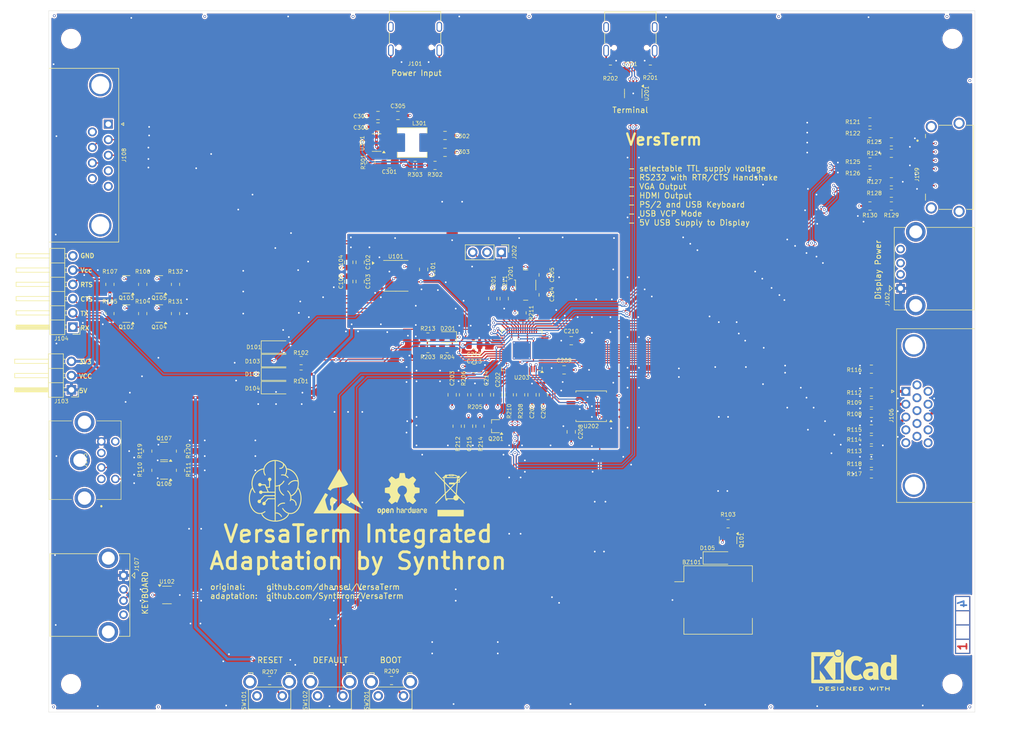
<source format=kicad_pcb>
(kicad_pcb (version 20240108) (generator "pcbnew") (generator_version "8.0")
  (layers (0 "F.Cu" signal) (1 "In1.Cu" signal) (2 "In2.Cu" signal) (31 "B.Cu" signal) (34 "B.Paste" user) (35 "F.Paste" user) (36 "B.SilkS" user "B.Silkscreen") (37 "F.SilkS" user "F.Silkscreen") (38 "B.Mask" user) (39 "F.Mask" user) (44 "Edge.Cuts" user))
  (net 0 "")
  (net 1 "+5V")
  (net 2 "+3V3")
  (net 3 "GND")
  (net 4 "+1V1")
  (net 5 "/CTS1")
  (net 6 "/CTS")
  (net 7 "/CTS2")
  (net 8 "/RX")
  (net 9 "/RX1")
  (net 10 "/RX2")
  (net 11 "/VTTL")
  (net 12 "/HPD")
  (net 13 "/Pi Pico/USB_N")
  (net 14 "/Pi Pico/USB_P")
  (net 15 "/Pi Pico/SWD")
  (net 16 "/Pi Pico/SWCLK")
  (net 17 "/TX")
  (net 18 "/RTS")
  (net 19 "/PS2CLK")
  (net 20 "/PS2DATA")
  (net 21 "/BUZZ")
  (net 22 "/R0")
  (net 23 "/R1")
  (net 24 "/R2")
  (net 25 "/G0")
  (net 26 "/G1")
  (net 27 "/G2")
  (net 28 "/SYNC")
  (net 29 "/B0")
  (net 30 "/B1")
  (net 31 "/D2+")
  (net 32 "/D2-")
  (net 33 "/D1+")
  (net 34 "/D1-")
  (net 35 "/D0+")
  (net 36 "/D0-")
  (net 37 "/CK+")
  (net 38 "/CK-")
  (net 39 "/Pi Pico/ADC2")
  (net 40 "/Pi Pico/GPIO_24")
  (net 41 "/Pi Pico/ADC_VREF")
  (net 42 "/Pi Pico/RUN")
  (net 43 "/Pi Pico/USB_F_-")
  (net 44 "/Pi Pico/USB_F_+")
  (net 45 "/Pi Pico/GPIO_25")
  (net 46 "/Pi Pico/GPIO22")
  (net 47 "Net-(BZ101--)")
  (net 48 "Net-(U101-C1+)")
  (net 49 "Net-(U101-C1-)")
  (net 50 "Net-(U101-C2-)")
  (net 51 "Net-(U101-C2+)")
  (net 52 "Net-(U101-VS+)")
  (net 53 "Net-(U101-VS-)")
  (net 54 "Net-(U203-ADC_AVDD)")
  (net 55 "Net-(U203-XIN)")
  (net 56 "Net-(C205-Pad1)")
  (net 57 "Net-(Q201-D)")
  (net 58 "Net-(C301-Pad1)")
  (net 59 "Net-(U301-SW)")
  (net 60 "Net-(D201-A)")
  (net 71 "Net-(J104-Pin_4)")
  (net 72 "Net-(J104-Pin_2)")
  (net 74 "Net-(Q107-D)")
  (net 76 "Net-(Q106-D)")
  (net 77 "Net-(J106-Pad3)")
  (net 79 "Net-(J106-Pad2)")
  (net 84 "Net-(J106-Pad13)")
  (net 85 "Net-(J106-Pad1)")
  (net 87 "Net-(U101-R1IN)")
  (net 88 "Net-(U101-R2IN)")
  (net 91 "Net-(U101-T2OUT)")
  (net 93 "Net-(U101-T1OUT)")
  (net 100 "Net-(J201-CC1)")
  (net 101 "Net-(J201-CC2)")
  (net 103 "Net-(Q101-G)")
  (net 104 "Net-(Q102-G)")
  (net 105 "Net-(Q103-G)")
  (net 106 "Net-(Q201-S)")
  (net 107 "Net-(SW201-A)")
  (net 108 "Net-(U202-~{CS})")
  (net 109 "Net-(U203-XOUT)")
  (net 110 "Net-(U301-BOOT)")
  (net 111 "Net-(U301-FB)")
  (net 112 "Net-(U202-CLK)")
  (net 113 "Net-(U202-IO3)")
  (net 114 "Net-(U202-IO2)")
  (net 115 "Net-(U202-DI(IO0))")
  (net 116 "Net-(U202-DO(IO1))")
  (net 119 "/K-")
  (net 120 "/K+")
  (net 121 "/_D0-")
  (net 122 "/_D0+")
  (net 123 "/_D2+")
  (net 124 "/_D1-")
  (net 125 "/_D2-")
  (net 126 "/_CK-")
  (net 127 "/_CK+")
  (net 128 "/_D1+")
  (net 129 "/K1-")
  (net 130 "/K1+")
  (net 131 "Net-(Q104-G)")
  (net 132 "Net-(Q105-G)")
  (footprint "Connector_USB:USB_A_CONNFLY_DS1095-WNR0" (layer "F.Cu") (at 76.8475 131.12 -90)
    (property "Reference" "J107")
    (property "Value" "USB Keyboard")
  )
  (footprint "Resistor_SMD:R_0805_2012Metric" (layer "F.Cu") (at 136.271 104.521 90)
    (property "Reference" "R212")
    (property "Value" "200k")
  )
  (footprint "Resistor_SMD:R_0805_2012Metric" (layer "F.Cu") (at 86.995 112.395 90)
    (property "Reference" "R111")
    (property "Value" "10k")
  )
  (footprint "MountingHole:MountingHole_3.2mm_M3" (layer "F.Cu") (at 224.5 35.48)
    (property "Reference" "REF**" (hide yes))
    (property "Value" "MountingHole_3.2mm_M3")
  )
  (footprint "Resistor_SMD:R_0805_2012Metric" (layer "F.Cu") (at 108.4815 95.25 180)
    (property "Reference" "R101")
    (property "Value" "1k")
  )
  (footprint "Resistor_SMD:R_0805_2012Metric" (layer "F.Cu") (at 81.153 112.395 -90)
    (property "Reference" "R110")
    (property "Value" "10k")
  )
  (footprint "Resistor_SMD:R_0805_2012Metric" (layer "F.Cu") (at 137.414 98.933 -90)
    (property "Reference" "R206")
    (property "Value" "1")
  )
  (footprint "Resistor_SMD:R_0805_2012Metric" (layer "F.Cu") (at 210.058 102.235)
    (property "Reference" "R108")
    (property "Value" "2k2")
  )
  (footprint "Resistor_SMD:R_0805_2012Metric" (layer "F.Cu") (at 139.446 98.933 -90)
    (property "Reference" "R205")
    (property "Value" "200")
  )
  (footprint "Capacitor_SMD:C_0805_2012Metric" (layer "F.Cu") (at 144.653 81.788 90)
    (property "Reference" "C211")
    (property "Value" "100n")
  )
  (footprint "Package_TO_SOT_SMD:SOT-23" (layer "F.Cu") (at 84.074 112.395 180)
    (property "Reference" "Q106")
    (property "Value" "BSS138")
  )
  (footprint "Resistor_SMD:R_0805_2012Metric" (layer "F.Cu") (at 170.688 40.894)
    (property "Reference" "R201")
    (property "Value" "5k1")
  )
  (footprint "Resistor_SMD:R_0805_2012Metric" (layer "F.Cu") (at 210.058 108.839)
    (property "Reference" "R113")
    (property "Value" "2k2")
  )
  (footprint "Capacitor_SMD:C_0805_2012Metric" (layer "F.Cu") (at 118.999 75.311 -90)
    (property "Reference" "C102")
    (property "Value" "100n")
  )
  (footprint "Connector_USB:USB_A_CONNFLY_DS1095-WNR0" (layer "F.Cu") (at 215.2525 79.954 90)
    (property "Reference" "J102")
    (property "Value" "USB Keyboard")
  )
  (footprint "Connector_USB:USB_C_Receptacle_G-Switch_GT-USB-7010ASV" (layer "F.Cu") (at 128.776 34.408 180)
    (property "Reference" "J101")
    (property "Value" "USB_C_Receptacle_USB2.0_16P")
  )
  (footprint "Resistor_SMD:R_0805_2012Metric" (layer "F.Cu") (at 81.153 108.966 90)
    (property "Reference" "R119")
    (property "Value" "10k")
  )
  (footprint "Capacitor_SMD:C_0805_2012Metric" (layer "F.Cu") (at 122.174 49.149 180)
    (property "Reference" "C304")
    (property "Value" "10µ")
  )
  (footprint "Capacitor_SMD:C_0805_2012Metric" (layer "F.Cu") (at 143.51 98.933 -90)
    (property "Reference" "C202")
    (property "Value" "2µ2")
  )
  (footprint "Resistor_SMD:R_0805_2012Metric" (layer "F.Cu") (at 108.4815 92.837 180)
    (property "Reference" "R102")
    (property "Value" "1k")
  )
  (footprint "Capacitor_SMD:C_0805_2012Metric" (layer "F.Cu") (at 122.174 51.181 180)
    (property "Reference" "C306")
    (property "Value" "100n")
  )
  (footprint "Resistor_SMD:R_0805_2012Metric" (layer "F.Cu") (at 145.542 98.933 90)
    (property "Reference" "R210")
    (property "Value" "27")
  )
  (footprint "Capacitor_SMD:C_0805_2012Metric" (layer "F.Cu") (at 139.319 90.043 180)
    (property "Reference" "C212")
    (property "Value" "100n")
  )
  (footprint "Capacitor_SMD:C_0805_2012Metric" (layer "F.Cu") (at 116.967 78.74 90)
    (property "Reference" "C105")
    (property "Value" "100n")
  )
  (footprint "Package_TO_SOT_SMD:SOT-23-6" (layer "F.Cu") (at 84.582 134.62)
    (property "Reference" "U102")
    (property "Value" "USBLC6-2SC6")
  )
  (footprint "Capacitor_SMD:C_0805_2012Metric" (layer "F.Cu") (at 135.382 98.933 -90)
    (property "Reference" "C203")
    (property "Value" "2µ2")
  )
  (footprint "Capacitor_SMD:C_0805_2012Metric" (layer "F.Cu") (at 156.591 105.537 -90)
    (property "Reference" "C208")
    (property "Value" "100n")
  )
  (footprint "Capacitor_SMD:C_0805_2012Metric" (layer "F.Cu") (at 124.206 57.785)
    (property "Reference" "C301")
    (property "Value" "100n")
  )
  (footprint "Package_TO_SOT_SMD:SOT-23" (layer "F.Cu") (at 184.531 124.841 -90)
    (property "Reference" "Q101")
    (property "Value" "BSS138")
  )
  (footprint "Capacitor_SMD:C_0805_2012Metric" (layer "F.Cu") (at 151.6 77.559 90)
    (property "Reference" "C205")
    (property "Value" "15p")
  )
  (footprint "Capacitor_SMD:C_0805_2012Metric" (layer "F.Cu") (at 149.606 98.933 -90)
    (property "Reference" "C206")
    (property "Value" "100n")
  )
  (footprint "Package_SO:TSSOP-16_4.4x5mm_P0.65mm" (layer "F.Cu") (at 125.349 77.724)
    (property "Reference" "U101")
    (property "Value" "MAX3232")
  )
  (footprint "MountingHole:MountingHole_3.2mm_M3" (layer "F.Cu") (at 67.5 150.48)
    (property "Reference" "REF**" (hide yes))
    (property "Value" "MountingHole_3.2mm_M3")
  )
  (footprint "Symbol:ESD-Logo_8.9x8mm_SilkScreen" (layer "F.Cu") (at 115.062 116.078)
    (property "Reference" "REF**" (hide yes))
    (property "Value" "ESD-Logo_8.9x8mm_SilkScreen" (hide yes))
  )
  (footprint "Capacitor_SMD:C_0805_2012Metric" (layer "F.Cu") (at 125.73 49.149)
    (property "Reference" "C305")
    (property "Value" "10µ")
  )
  (footprint "Resistor_SMD:R_0805_2012Metric" (layer "F.Cu") (at 209.804 50.292 180)
    (property "Reference" "R121")
    (property "Value" "270")
  )
  (footprint "Button_Switch_THT:SW_SPST_Omron_B3F-315x_Angled" (layer "F.Cu") (at 126.710001 152.595 180)
    (property "Reference" "SW201")
    (property "Value" "SW_SPST")
  )
  (footprint "Resistor_SMD:R_0805_2012Metric" (layer "F.Cu") (at 124.587 149.86)
    (property "Reference" "R209")
    (property "Value" "1k")
  )
  (footprint "Resistor_SMD:R_0805_2012Metric" (layer "F.Cu") (at 210.058 106.934)
    (property "Reference" "R114")
    (property "Value" "1k")
  )
  (footprint "Resistor_SMD:R_0805_2012Metric" (layer "F.Cu") (at 74.422 84.455 -90)
    (property "Reference" "R105")
    (property "Value" "470")
  )
  (footprint "Resistor_SMD:R_0805_2012Metric" (layer "F.Cu") (at 120.904 57.531 90)
    (property "Reference" "R301")
    (property "Value" "30")
  )
  (footprint "Package_TO_SOT_SMD:SOT-23" (layer "F.Cu") (at 77.343 79.248 180)
    (property "Reference" "Q103")
    (property "Value" "BSS138")
  )
  (footprint "Inductor_SMD:L_Vishay_IHLP-2020" (layer "F.Cu") (at 128.27 53.975)
    (property "Reference" "L301")
    (property "Value" "5µ6")
  )
  (footprint "Resistor_SMD:R_0805_2012Metric" (layer "F.Cu") (at 209.804 65.278 180)
    (property "Reference" "R130")
    (property "Value" "10k")
  )
  (footprint "Eigene:AMPHENOL_10029449-111RLF" (layer "F.Cu") (at 225.6765 58.38125 90)
    (property "Reference" "J109")
    (property "Value" "HDMI_A")
  )
  (footprint "Capacitor_SMD:C_0805_2012Metric" (layer "F.Cu") (at 138.303 104.521 90)
    (property "Reference" "C215")
    (property "Value" "1n")
  )
  (footprint "Capacitor_SMD:C_0805_2012Metric" (layer "F.Cu") (at 130.302 76.581 -90)
    (property "Reference" "C101")
    (property "Value" "100n")
  )
  (footprint "Capacitor_SMD:C_0805_2012Metric" (layer "F.Cu") (at 155.321 94.488)
    (property "Reference" "C209")
    (property "Value" "100n")
  )
  (footprint "Diode_SMD:D_MiniMELF" (layer "F.Cu") (at 104.0365 95.25)
    (property "Reference" "D102")
    (property "Value" "LL4148")
  )
  (footprint "Resistor_SMD:R_0805_2012Metric" (layer "F.Cu") (at 128.778 58.039 180)
    (property "Reference" "R303")
    (property "Value" "10k")
  )
  (footprint "Resistor_SMD:R_0805_2012Metric" (layer "F.Cu") (at 147.574 98.933 90)
    (property "Reference" "R208")
    (property "Value" "27")
  )
  (footprint "Package_TO_SOT_SMD:SOT-323_SC-70" (layer "F.Cu") (at 143.129 104.521 180)
    (property "Reference" "Q201")
    (property "Value" "DMG1012T")
  )
  (footprint "Symbol:WEEE-Logo_5.6x8mm_SilkScreen" (layer "F.Cu") (at 135.128 116.586)
    (property "Reference" "REF**" (hide yes))
    (property "Value" "WEEE-Logo_5.6x8mm_SilkScreen" (hide yes))
  )
  (footprint "Resistor_SMD:R_0805_2012Metric" (layer "F.Cu") (at 132.334 58.039 180)
    (property "Reference" "R302")
    (property "Value" "30k9")
  )
  (footprint "Resistor_SMD:R_0805_2012Metric" (layer "F.Cu") (at 86.106 84.455 -90)
    (property "Reference" "R131")
    (property "Value" "1k")
  )
  (footprint "MountingHole:MountingHole_3.2mm_M3" (layer "F.Cu") (at 67.5 35.48)
    (property "Reference" "REF**" (hide yes))
    (property "Value" "MountingHole_3.2mm_M3")
  )
  (footprint "Resistor_SMD:R_0805_2012Metric" (layer "F.Cu") (at 213.614 55.88 180)
    (property "Reference" "R124")
    (property "Value" "270")
  )
  (footprint "Resistor_SMD:R_0805_2012Metric" (layer "F.Cu") (at 102.87 149.86 180)
    (property "Reference" "R207")
    (property "Value" "1k")
  )
  (footprint "Button_Switch_THT:SW_SPST_Omron_B3F-315x_Angled" (layer "F.Cu") (at 115.915001 152.595 180)
    (property "Reference" "SW102")
    (property "Value" "DEFAULT")
  )
  (footprint "Resistor_SMD:R_0805_2012Metric" (layer "F.Cu") (at 209.804 57.404 180)
    (property "Reference" "R125")
    (property "Value" "270")
  )
  (footprint "MountingHole:MountingHole_3.2mm_M3" (layer "F.Cu") (at 224.5 150.48)
    (property "Reference" "REF**" (hide yes))
    (property "Value" "MountingHole_3.2mm_M3")
  )
  (footprint "Resistor_SMD:R_0805_2012Metric" (layer "F.Cu") (at 74.422 79.248 90)
    (property "Reference" "R107")
    (property "Value" "470")
  )
  (footprint "Resistor_SMD:R_0805_2012Metric" (layer "F.Cu") (at 134.493 90.678 180)
    (property "Reference" "R204")
    (property "Value" "1k")
  )
  (footprint "Resistor_SMD:R_0805_2012Metric" (layer "F.Cu") (at 209.804 52.324 180)
    (property "Reference" "R122")
    (property "Value" "270")
  )
  (footprint "Connector_PinHeader_2.54mm:PinHeader_1x03_P2.54mm_Vertical" (layer "F.Cu") (at 144.13 73.533 -90)
    (property "Reference" "J202")
    (property "Value" "Conn_01x03")
  )
  (footprint "Connector_USB:USB_C_Receptacle_G-Switch_GT-USB-7010ASV" (layer "F.Cu") (at 167.132 34.467 180)
    (property "Reference" "J201")
    (property "Value" "USB_C_Receptacle_USB2.0_16P")
  )
  (footprint "Capacitor_SMD:C_0805_2012Metric" (layer "F.Cu") (at 142.621 81.788 90)
    (property "Reference" "C201")
    (property "Value" "100n")
  )
  (footprint "Resistor_SMD:R_0805_2012Metric" (layer "F.Cu") (at 213.614 62.992 180)
    (property "Reference" "R128")
    (property "Value" "270")
  )
  (footprint "Capacitor_SMD:C_0805_2012Metric" (layer "F.Cu") (at 134.112 55.715)
    (property "Reference" "C303")
    (property "Value" "22µ")
  )
  (footprint "Resistor_SMD:R_0805_2012Metric" (layer "F.Cu") (at 210.058 94.361)
    (property "Reference" "R116")
    (property "Value" "270")
  )
  (footprint "Eigene:ladder_4" (layer "F.Cu") (at 226.314 139.954 90)
    (property "Reference" "Ref**" (hide yes))
    (property "Value" "Val**" (hide yes))
  )
  (footprint "Resistor_SMD:R_0805_2012Metric" (layer "F.Cu") (at 140.335 104.521 -90)
    (property "Reference" "R214")
    (property "Value" "100k")
  )
  (footprint "Capacitor_SMD:C_0805_2012Metric" (layer "F.Cu") (at 151.6 81.115 -90)
    (property "Reference" "C204")
    (property "Value" "15p")
  )
  (footprint "Connector_Dsub:DSUB-9_Male_Horizontal_P2.77x2.84mm_EdgePinOffset7.70mm_Housed_MountingHolesOffset9.12mm" (layer "F.Cu") (at 74.132331 50.685 -90)
    (property "Reference" "J108")
    (property "Value" "RS232")
  )
  (footprint "Package_TO_SOT_SMD:SOT-23" (layer "F.Cu") (at 84.074 108.966 180)
    (property "Reference" "Q107")
    (property "Value" "BSS138")
  )
  (footprint "Resistor_SMD:R_0805_2012Metric" (layer "F.Cu") (at 213.614 65.278 180)
    (property "Reference" "R129")
    (property "Value" "4k7")
  )
  (footprint "Resistor_SMD:R_0805_2012Metric" (layer "F.Cu") (at 210.058 105.029)
    (property "Reference" "R115")
    (property "Value" "470")
  )
  (footprint "Eigene:logo" (layer "F.Cu") (at 103.886 116.078)
    (property "Reference" "G***" (hide yes))
    (property "Value" "LOGO" (hide yes))
  )
  (footprint "Package_TO_SOT_SMD:SOT-23-6" (layer "F.Cu") (at 167.64 45.212 -90)
    (property "Reference" "U201")
    (property "Value" "USBLC6-2SC6")
  )
  (footprint "Resistor_SMD:R_0805_2012Metric" (layer "F.Cu") (at 184.531 121.92)
    (property "Reference" "R103")
    (property "Value" "100")
  )
  (footprint "Package_DFN_QFN:QFN-56-1EP_7x7mm_P0.4mm_EP3.2x3.2mm_ThermalVias" (layer "F.Cu") (at 147.79 91.021 180)
    (property "Reference" "U203")
    (property "Value" "RP2040")
  )
  (footprint "Eigene:57500711" (layer "F.Cu") (at 72.898 111.888 -90)
    (property "Reference" "J105")
    (property "Value" "Mini-DIN-6")
  )
  (footprint "Connector_Dsub:DSUB-15-HD_Female_Horizontal_P2.29x1.98mm_EdgePinOffset8.35mm_Housed_MountingHolesOffset10.89mm" (layer "F.Cu") (at 216.195669 98.316 90)
    (property "Reference" "J106")
    (property "Value" "DE15_Receptacle_HighDensity")
  )
  (footprint "Connector_PinHeader_2.54mm:PinHeader_1x06_P2.54mm_Horizontal" (layer "F.Cu") (at 67.818 86.868 180)
    (property "Reference" "J104")
    (property "Value" "Serial")
  )
  (footprint "Resistor_SMD:R_0805_2012Metric" (layer "F.Cu") (at 86.995 108.966 90)
    (property "Reference" "R120")
    (property "Value" "10k")
  )
  (footprint "Diode_SMD:D_MiniMELF" (layer "F.Cu") (at 182.753 128.016)
    (property "Reference" "D105")
    (property "Value" "LL4148")
  )
  (footprint "Resistor_SMD:R_0805_2012Metric" (layer "F.Cu") (at 163.576 40.894 180)
    (property "Reference" "R202")
    (property "Value" "5k1")
  )
  (footprint "Resistor_SMD:R_0805_2012Metric" (layer "F.Cu") (at 147.828 84.328 -90)
    (property "Reference" "R211")
    (property "Value" "1k")
  )
  (footprint "Resistor_SMD:R_0805_2012Metric" (layer "F.Cu") (at 86.106 79.248 -90)
    (property "Reference" "R132")
    (property "Value" "1k")
  )
  (footprint "Capacitor_SMD:C_0805_2012Metric" (layer "F.Cu") (at 139.319 94.234 180)
    (property "Reference" "C213")
    (property "Value" "100n")
  )
  (footprint "Symbol:KiCad-Logo2_6mm_SilkScreen" (layer "F.Cu") (at 207.01 147.32)
    (property "Reference" "REF**" (hide yes))
    (property "Value" "KiCad-Logo2_6mm_SilkScreen" (hide yes))
  )
  (footprint "Package_TO_SOT_SMD:SOT-23-6" (layer "F.Cu") (at 121.92 53.975 180)
    (property "Reference" "U301")
    (property "Value" "TPS56339DDC")
  )
  (footprint "Package_SO:SOIC-8_5.23x5.23mm_P1.27mm" (layer "F.Cu") (at 160.147 100.965 180)
    (property "Reference" "U202")
    (property "Value" "W25Q16JVSS")
  )
  (footprint "Capacitor_SMD:C_0805_2012Metric" (layer "F.Cu") (at 116.967 75.311 -90)
    (property "Reference" "C104")
    (property "Value" "100n")
  )
  (footprint "Connector_PinHeader_2.54mm:PinHeader_1x03_P2.54mm_Horizontal" (layer "F.Cu") (at 67.564 98.044 180)
    (property "Reference" "J103")
    (property "Value" "VTTL")
  )
  (footprint "Resistor_SMD:R_0805_2012Metric" (layer "F.Cu") (at 210.058 98.425)
    (property "Reference" "R112")
    (property "Value" "470")
  )
  (footprint "Buzzer_Beeper:Buzzer_Mallory_AST1240MLQ" (layer "F.Cu") (at 182.753 135.509)
    (property "Reference" "BZ101")
    (property "Value" "CPT-12123")
  )
  (footprint "Diode_SMD:D_MiniMELF" (layer "F.Cu") (at 104.0365 92.837)
    (property "Reference" "D103")
    (property "Value" "LL4148")
  )
  (footprint "Resistor_SMD:R_0805_2012Metric" (layer "F.Cu") (at 209.804 59.436 180)
    (property "Reference" "R126")
    (property "Value" "270")
  )
  (footprint "Resistor_SMD:R_0805_2012Metric" (layer "F.Cu") (at 210.058 111.125)
    (property "Reference" "R118")
    (property "Value" "390")
  )
  (footprint "LED_SMD:LED_0805_2012Metric" (layer "F.Cu") (at 134.493 88.646 180)
    (property "Reference" "D201")
    (property "Value" "LED")
  )
  (footprint "Resistor_SMD:R_0805_2012Metric" (layer "F.Cu") (at 80.264 79.248 90)
    (property "Reference" "R106")
    (property "Value" "1k")
  )
  (footprint "Resistor_SMD:R_0805_2012Metric" (layer "F.Cu") (at 213.614 60.96 180)
    (property "Reference" "R127")
    (property "Value" "270")
  )
  (footprint "Button_Switch_THT:SW_SPST_Omron_B3F-315x_Angled" (layer "F.Cu") (at 105.120001 152.595 180)
    (property "Reference" "SW101")
    (property "Value" "RESET")
  )
  (footprint "Resistor_SMD:R_0805_2012Metric" (layer "F.Cu") (at 210.058 100.33)
    (property "Reference" "R109")
    (property "Value" "1k")
  )
  (footprint "Capacitor_SMD:C_0805_2012Metric" (layer "F.Cu") (at 156.591 89.281)
    (property "Reference" "C210")
    (property "Value" "100n")
  )
  (footprint "Resistor_SMD:R_0805_2012Metric" (layer "F.Cu") (at 213.614 53.848 180)
    (property "Reference" "R123")
    (property "Value" "270")
  )
  (footprint "Resistor_SMD:R_0805_2012Metric" (layer "F.Cu") (at 80.264 84.455 -90)
    (property "Reference" "R104")
    (property "Value" "1k")
  )
  (footprint "Resistor_SMD:R_0805_2012Metric" (layer "F.Cu") (at 210.058 113.03)
    (property "Reference" "R117")
    (property "Value" "1k")
  )
  (footprint "Symbol:OSHW-Logo2_9.8x8mm_SilkScreen" (layer "F.Cu") (at 126.492 116.586)
    (property "Reference" "REF**" (hide yes))
    (property "Value" "OSHW-Logo2_9.8x8mm_SilkScreen" (hide yes))
  )
  (footprint "Package_TO_SOT_SMD:SOT-23" (layer "F.Cu") (at 77.343 84.455 180)
    (property "Reference" "Q102")
    (property "Value" "BSS138")
  )
  (footprint "Capacitor_SMD:C_0805_2012Metric" (layer "F.Cu") (at 141.478 98.933 -90)
    (property "Reference" "C214")
    (property "Value" "100n")
  )
  (footprint "Package_TO_SOT_SMD:SOT-23" (layer "F.Cu") (at 83.185 84.455 180)
    (property "Reference" "Q104")
    (property "Value" "BSS138")
  )
  (footprint "Resistor_SMD:R_0805_2012Metric" (layer "F.Cu") (at 131.064 90.678 180)
    (property "Reference" "R203")
    (property "Value" "1k")
  )
  (footprint "Capacitor_SMD:C_0805_2012Metric" (layer "F.Cu") (at 134.112 52.705)
    (property "Reference" "C302")
    (property "Value" "22µ")
  )
  (footprint "Crystal:Crystal_SMD_Abracon_ABM3B-4Pin_5.0x3.2mm" (layer "F.Cu") (at 148.482 79.369 -90)
    (property "Reference" "Y201")
    (property "Value" "12MHz")
  )
  (footprint "Diode_SMD:D_MiniMELF" (layer "F.Cu") (at 104.0365 97.663)
    (property "Reference" "D104")
    (property "Value" "LL4148")
  )
  (footprint "Package_TO_SOT_SMD:SOT-23" (layer "F.Cu") (at 83.185 79.248 180)
    (property "Reference" "Q105")
    (property "Value" "BSS138")
  )
  (footprint "Resistor_SMD:R_0805_2012Metric" (layer "F.Cu") (at 131.064 88.646)
    (property "Reference" "R213")
    (property "Value" "1k")
  )
  (footprint "Capacitor_SMD:C_0805_2012Metric" (layer "F.Cu") (at 118.999 78.74 -90)
    (property "Reference" "C103")
    (property "Value" "100n")
  )
  (footprint "Diode_SMD:D_MiniMELF" (layer "F.Cu") (at 104.0365 90.424)
    (property "Reference" "D101")
    (property "Value" "LL4148")
  )
  (footprint "Capacitor_SMD:C_0805_2012Metric" (layer "F.Cu") (at 151.638 98.933 -90)
    (property "Reference" "C207")
    (property "Value" "2µ2")
  )
  (gr_line (start 228.5 155.48) (end 63.5 155.48) (stroke (width 0.05)) (layer "Edge.Cuts"))
  (gr_line (start 63.5 30.48) (end 228.5 30.48) (stroke (width 0.05)) (layer "Edge.Cuts"))
  (gr_line (start 228.5 30.48) (end 228.5 155.48) (stroke (width 0.05)) (layer "Edge.Cuts"))
  (gr_line (start 63.5 155.48) (end 63.5 30.48) (stroke (width 0.05)) (layer "Edge.Cuts"))
  (gr_text "- selectable TTL supply voltage\n- RS232 with RTR/CTS Handshake\n- VGA Output\n- HDMI Output\n- PS/2 and USB Keyboard \n- USB VCP Mode\n- 5V USB Supply to Display" (at 166.624 68.834 0) (layer "F.SilkS") (effects (font (size 1 1)) (justify left bottom)))
  (gr_text "DEFAULT" (at 110.49 146.812 0) (layer "F.SilkS") (effects (font (size 1 1)) (justify left bottom)))
  (gr_text "VersaTerm Integrated\nAdaptation by Synthron\n" (at 118.618 130.302 0) (layer "F.SilkS") (effects (font (size 3 3) (thickness 0.5) (bold yes)) (justify bottom)))
  (gr_text "Display Power" (at 211.836 82.042 90) (layer "F.SilkS") (effects (font (size 1 1)) (justify left bottom)))
  (gr_text "VersTerm" (at 166.116 54.61 0) (layer "F.SilkS") (effects (font (size 2 2) (thickness 0.4) (bold yes)) (justify left bottom)))
  (gr_text "3V3\n\nVCC\n\n5V" (at 68.834 98.679 0) (layer "F.SilkS") (effects (font (size 0.8 0.8)) (justify left bottom)))
  (gr_text "Terminal" (at 163.83 48.768 0) (layer "F.SilkS") (effects (font (size 1 1)) (justify left bottom)))
  (gr_text "KEYBOARD" (at 81.28 138.176 90) (layer "F.SilkS") (effects (font (size 1 1)) (justify left bottom)))
  (gr_text "RESET" (at 100.584 146.812 0) (layer "F.SilkS") (effects (font (size 1 1)) (justify left bottom)))
  (gr_text "GND\n\nVcc\n\nRTS\n\nCTS\n\nTX\n\nRX" (at 69.088 87.503 0) (layer "F.SilkS") (effects (font (size 0.8 0.8)) (justify left bottom)))
  (gr_text "BOOT" (at 122.428 146.812 0) (layer "F.SilkS") (effects (font (size 1 1)) (justify left bottom)))
  (gr_text "Power Input" (at 124.46 42.164 0) (layer "F.SilkS") (effects (font (size 1 1)) (justify left bottom)))
  (gr_text "original:     github.com/dhansel/VersaTerm\nadaptation:  github.com/Synthron/VersaTerm" (at 92.202 135.382 0) (layer "F.SilkS") (effects (font (size 1 1)) (justify left bottom)))
  (segment (start 131.176 38.133) (end 131.176 39.609) (width 0.5) (layer "F.Cu") (net 1))
  (segment (start 85.7195 134.62) (end 86.868 134.62) (width 0.2) (layer "F.Cu") (net 1))
  (segment (start 176.753 135.509) (end 174.625 135.509) (width 0.3) (layer "F.Cu") (net 1))
  (segment (start 167.64 46.3495) (end 167.64 45.212) (width 0.3) (layer "F.Cu") (net 1))
  (segment (start 126.376 38.133) (end 126.376 39.613) (width 0.5) (layer "F.Cu") (net 1))
  (segment (start 126.376 39.613) (end 126.365 39.624) (width 0.5) (layer "F.Cu") (net 1))
  (segment (start 181.003 128.016) (end 179.705 128.016) (width 0.3) (layer "F.Cu") (net 1))
  (segment (start 219.8265 62.13125) (end 218.28475 62.13125) (width 0.2) (layer "F.Cu") (net 1))
  (segment (start 218.28475 62.13125) (end 218.186 62.23) (width 0.2) (layer "F.Cu") (net 1))
  (segment (start 164.732 39.23) (end 164.592 39.37) (width 0.3) (layer "F.Cu") (net 1))
  (segment (start 169.532 39.23) (end 169.672 39.37) (width 0.3) (layer "F.Cu") (net 1))
  (segment (start 127.762 91.948) (end 129.032 91.948) (width 0.2) (layer "F.Cu") (net 1))
  (segment (start 129.032 91.948) (end 130.1515 90.8285) (width 0.2) (layer "F.Cu") (net 1))
  (segment (start 136.271 103.6085) (end 127.4045 103.6085) (width 0.3) (layer "F.Cu") (net 1))
  (segment (start 130.1515 90.8285) (end 130.1515 90.678) (width 0.2) (layer "F.Cu") (net 1))
  (segment (start 169.532 38.192) (end 169.532 39.23) (width 0.3) (layer "F.Cu") (net 1))
  (segment (start 123.124 52.9585) (end 123.0575 53.025) (width 0.5) (layer "F.Cu") (net 1))
  (segment (start 131.176 39.609) (end 131.191 39.624) (width 0.5) (layer "F.Cu") (net 1))
  (segment (start 123.124 51.181) (end 123.124 52.9585) (width 0.5) (layer "F.Cu") (net 1))
  (segment (start 127.4045 103.6085) (end 127.381 103.632) (width 0.3) (layer "F.Cu") (net 1))
  (segment (start 164.732 38.192) (end 164.732 39.23) (width 0.3) (layer "F.Cu") (net 1))
  (via (at 211.455 53.721) (size 0.5) (drill 0.3) (layers "F.Cu" "B.Cu") (net 1))
  (via (at 109.728 75.184) (size 0.5) (drill 0.3) (layers "F.Cu" "B.Cu") (net 1))
  (via (at 77.216 100.203) (size 0.5) (drill 0.3) (layers "F.Cu" "B.Cu") (net 1))
  (via (at 214.757 101.854) (size 0.5) (drill 0.3) (layers "F.Cu" "B.Cu") (net 1))
  (via (at 182.88 85.979) (size 0.5) (drill 0.3) (layers "F.Cu" "B.Cu") (net 1))
  (via (at 136.652 31.496) (size 0.5) (drill 0.3) (layers "F.Cu" "B.Cu") (net 1))
  (via (at 108.331 82.296) (size 0.5) (drill 0.3) (layers "F.Cu" "B.Cu") (net 1))
  (via (at 78.232 31.75) (size 0.5) (drill 0.3) (layers "F.Cu" "B.Cu") (net 1))
  (via (at 195.072 101.219) (size 0.5) (drill 0.3) (layers "F.Cu" "B.Cu") (net 1))
  (via (at 99.822 63.246) (size 0.5) (drill 0.3) (layers "F.Cu" "B.Cu") (net 1))
  (via (at 160.401 112.649) (size 0.5) (drill 0.3) (layers "F.Cu" "B.Cu") (net 1))
  (via (at 167.259 111.379) (size 0.5) (drill 0.3) (layers "F.Cu" "B.Cu") (net 1))
  (via (at 194.691 93.726) (size 0.5) (drill 0.3) (layers "F.Cu" "B.Cu") (net 1))
  (via (at 104.013 98.425) (size 0.5) (drill 0.3) (layers "F.Cu" "B.Cu") (net 1))
  (via (at 108.585 100.584) (size 0.5) (drill 0.3) (layers "F.Cu" "B.Cu") (net 1))
  (via (at 136.017 135.636) (size 0.5) (drill 0.3) (layers "F.Cu" "B.Cu") (net 1))
  (via (at 214.757 106.426) (size 0.5) (drill 0.3) (layers "F.Cu" "B.Cu") (net 1))
  (via (at 162.687 117.983) (size 0.5) (drill 0.3) (layers "F.Cu" "B.Cu") (net 1))
  (via (at 168.656 67.31) (size 0.5) (drill 0.3) (layers "F.Cu" "B.Cu") (net 1))
  (via (at 81.407 51.181) (size 0.5) (drill 0.3) (layers "F.Cu" "B.Cu") (net 1))
  (via (at 210.058 103.632) (size 0.5) (drill 0.3) (layers "F.Cu" "B.Cu") (net 1))
  (via (at 219.202 154.305) (size 0.5) (drill 0.3) (layers "F.Cu" "B.Cu") (net 1))
  (via (at 106.68 70.104) (size 0.5) (drill 0.3) (layers "F.Cu" "B.Cu") (net 1))
  (via (at 64.389 40.005) (size 0.5) (drill 0.3) (layers "F.Cu" "B.Cu") (net 1))
  (via (at 179.07 73.152) (size 0.5) (drill 0.3) (layers "F.Cu" "B.Cu") (net 1))
  (via (at 208.026 93.726) (size 0.5) (drill 0.3) (layers "F.Cu" "B.Cu") (net 1))
  (via (at 160.401 110.49) (size 0.5) (drill 0.3) (layers "F.Cu" "B.Cu") (net 1))
  (via (at 127.381 103.632) (size 0.5) (drill 0.3) (layers "F.Cu" "B.Cu") (net 1))
  (via (at 186.436 88.011) (size 0.5) (drill 0.3) (layers "F.Cu" "B.Cu") (net 1))
  (via (at 119.38 101.981) (size 0.5) (drill 0.3) (layers "F.Cu" "B.Cu") (net 1))
  (via (at 160.782 117.983) (size 0.5) (drill 0.3) (layers "F.Cu" "B.Cu") (net 1))
  (via (at 169.672 80.137) (size 0.5) (drill 0.3) (layers "F.Cu" "B.Cu") (net 1))
  (via (at 212.09 107.95) (size 0.5) (drill 0.3) (layers "F.Cu" "B.Cu") (net 1))
  (via (at 94.615 146.431) (size 0.5) (drill 0.3) (layers "F.Cu" "B.Cu") (net 1))
  (via (at 127.762 91.948) (size 0.5) (drill 0.3) (layers "F.Cu" "B.Cu") (net 1))
  (via (at 69.596 86.106) (size 0.5) (drill 0.3) (layers "F.Cu" "B.Cu") (net 1))
  (via (at 198.755 105.156) (size 0.5) (drill 0.3) (layers "F.Cu" "B.Cu") (net 1))
  (via (at 131.191 39.624) (size 0.5) (drill 0.3) (layers "F.Cu" "B.Cu") (net 1))
  (via (at 100.838 98.425) (size 0.5) (drill 0.3) (layers "F.Cu" "B.Cu") (net 1))
  (via (at 166.624 67.31) (size 0.5) (drill 0.3) (layers "F.Cu" "B.Cu") (net 1))
  (via (at 114.3 79.756) (size 0.5) (drill 0.3) (layers "F.Cu" "B.Cu") (net 1))
  (via (at 100.33 112.395) (size 0.5) (drill 0.3) (layers "F.Cu" "B.Cu") (net 1))
  (via (at 198.501 73.66) (size 0.5) (drill 0.3) (layers "F.Cu" "B.Cu") (net 1))
  (via (at 208.026 101.346) (size 0.5) (drill 0.3) (layers "F.Cu" "B.Cu") (net 1))
  (via (at 166.624 56.642) (size 0.5) (drill 0.3) (layers "F.Cu" "B.Cu") (net 1))
  (via (at 164.592 39.37) (size 0.5) (drill 0.3) (layers "F.Cu" "B.Cu") (net 1))
  (via (at 114.3 135.636) (size 0.5) (drill 0.3) (layers "F.Cu" "B.Cu") (net 1))
  (via (at 193.675 81.153) (size 0.5) (drill 0.3) (layers "F.Cu" "B.Cu") (net 1))
  (via (at 83.058 92.329) (size 0.5) (drill 0.3) (layers "F.Cu" "B.Cu") (net 1))
  (via (at 105.283 87.376) (size 0.5) (drill 0.3) (layers "F.Cu" "B.Cu") (net 1))
  (via (at 104.013 100.584) (size 0.5) (drill 0.3) (layers "F.Cu" "B.Cu") (net 1))
  (via (at 190.627 78.232) (size 0.5) (drill 0.3) (layers "F.Cu" "B.Cu") (net 1))
  (via (at 194.564 82.042) (size 0.5) (drill 0.3) (layers "F.Cu" "B.Cu") (net 1))
  (via (at 127.508 88.392) (size 0.5) (drill 0.3) (layers "F.Cu" "B.Cu") (net 1))
  (via (at 198.628 55.753) (size 0.5) (drill 0.3) (layers "F.Cu" "B.Cu") (net 1))
  (via (at 165.862 109.982) (size 0.5) (drill 0.3) (layers "F.Cu" "B.Cu") (net 1))
  (via (at 190.881 90.551) (size 0.5) (drill 0.3) (layers "F.Cu" "B.Cu") (net 1))
  (via (at 92.456 56.007) (size 0.5) (drill 0.3) (layers "F.Cu" "B.Cu") (net 1))
  (via (at 78.74 114.681) (size 0.5) (drill 0.3) (layers "F.Cu" "B.Cu") (net 1))
  (via (at 217.932 59.69) (size 0.5) (drill 0.3) (layers "F.Cu" "B.Cu") (net 1))
  (via (at 168.656 56.642) (size 0.5) (drill 0.3) (layers "F.Cu" "B.Cu") (net 1))
  (via (at 187.579 89.281) (size 0.5) (drill 0.3) (layers "F.Cu" "B.Cu") (net 1))
  (via (at 216.916 58.039) (size 0.5) (drill 0.3) (layers "F.Cu" "B.Cu") (net 1))
  (via (at 88.138 84.455) (size 0.5) (drill 0.3) (layers "F.Cu" "B.Cu") (net 1))
  (via (at 96.901 96.393) (size 0.5) (drill 0.3) (layers "F.Cu" "B.Cu") (net 1))
  (via (at 156.464 154.051) (size 0.5) (drill 0.3) (layers "F.Cu" "B.Cu") (net 1))
  (via (at 119.126 135.636) (size 0.5) (drill 0.3) (layers "F.Cu" "B.Cu") (net 1))
  (via (at 83.058 107.823) (size 0.5) (drill 0.3) (layers "F.Cu" "B.Cu") (net 1))
  (via (at 136.017 133.604) (size 0.5) (drill 0.3) (layers "F.Cu" "B.Cu") (net 1))
  (via (at 198.501 99.441) (size 0.5) (drill 0.3) (layers "F.Cu" "B.Cu") (net 1))
  (via (at 102.997 133.604) (size 0.5) (drill 0.3) (layers "F.Cu" "B.Cu") (net 1))
  (via (at 174.625 135.509) (size 0.5) (drill 0.3) (layers "F.Cu" "B.Cu") (net 1))
  (via (at 208.026 102.87) (size 0.5) (drill 0.3) (layers "F.Cu" "B.Cu") (net 1))
  (via (at 154.432 136.017) (size 0.5) (drill 0.3) (layers "F.Cu" "B.Cu") (net 1))
  (via (at 108.077 84.328) (size 0.5) (drill 0.3) (layers "F.Cu" "B.Cu") (net 1))
  (via (at 221.234 99.568) (size 0.5) (drill 0.3) (layers "F.Cu" "B.Cu") (net 1))
  (via (at 182.753 116.078) (size 0.5) (drill 0.3) (layers "F.Cu" "B.Cu") (net 1))
  (via (at 98.171 76.835) (size 0.5) (drill 0.3) (layers "F.Cu" "B.Cu") (net 1))
  (via (at 204.597 107.823) (size 0.5) (drill 0.3) (layers "F.Cu" "B.Cu") (net 1))
  (via (at 168.529 85.09) (size 0.5) (drill 0.3) (layers "F.Cu" "B.Cu") (net 1))
  (via (at 98.171 80.518) (size 0.5) (drill 0.3) (layers "F.Cu" "B.Cu") (net 1))
  (via (at 106.299 88.646) (size 0.5) (drill 0.3) (layers "F.Cu" "B.Cu") (net 1))
  (via (at 196.469 72.39) (size 0.5) (drill 0.3) (layers "F.Cu" "B.Cu") (net 1))
  (via (at 116.078 147.066) (size 0.5) (drill 0.3) (layers "F.Cu" "B.Cu") (net 1))
  (via (at 198.628 50.419) (size 0.5) (drill 0.3) (layers "F.Cu" "B.Cu") (net 1))
  (via (at 79.883 133.604) (size 0.5) (drill 0.3) (layers "F.Cu" "B.Cu") (net 1))
  (via (at 184.404 116.078) (size 0.5) (drill 0.3) (layers "F.Cu" "B.Cu") (net 1))
  (via (at 96.647 93.218) (size 0.5) (drill 0.3) (layers "F.Cu" "B.Cu") (net 1))
  (via (at 81.407 52.705) (size 0.5) (drill 0.3) (layers "F.Cu" "B.Cu") (net 1))
  (via (at 106.172 31.496) (size 0.5) (drill 0.3) (layers "F.Cu" "B.Cu") (net 1))
  (via (at 82.931 113.792) (size 0.5) (drill 0.3) (layers "F.Cu" "B.Cu") (net 1))
  (via (at 200.406 154.432) (size 0.5) (drill 0.3) (layers "F.Cu" "B.Cu") (net 1))
  (via (at 116.84 101.981) (size 0.5) (drill 0.3) (layers "F.Cu" "B.Cu") (net 1))
  (via (at 200.279 74.295) (size 0.5) (drill 0.3) (layers "F.Cu" "B.Cu") (net 1))
  (via (at 189.357 76.962) (size 0.5) (drill 0.3) (layers "F.Cu" "B.Cu") (net 1))
  (via (at 200.279 65.913) (size 0.5) (drill 0.3) (layers "F.Cu" "B.Cu") (net 1))
  (via (at 208.026 97.79) (size 0.5) (drill 0.3) (layers "F.Cu" "B.Cu") (net 1))
  (via (at 88.773 139.7) (size 0.5) (drill 0.3) (layers "F.Cu" "B.Cu") (net 1))
  (via (at 190.754 61.468) (size 0.5) (drill 0.3) (layers "F.Cu" "B.Cu") (net 1))
  (via (at 86.868 134.62) (size 0.5) (drill 0.3) (layers "F.Cu" "B.Cu") (net 1))
  (via (at 208.661 68.072) (size 0.5) (drill 0.3) (layers "F.Cu" "B.Cu") (net 1))
  (via (at 170.942 81.407) (size 0.5) (drill 0.3) (layers "F.Cu" "B.Cu") (net 1))
  (via (at 117.094 118.11) (size 0.5) (drill 0.3) (layers "F.Cu" "B.Cu") (net 1))
  (via (at 200.279 63.246) (size 0.5) (drill 0.3) (layers "F.Cu" "B.Cu") (net 1))
  (via (at 144.526 109.601) (size 0.5) (drill 0.3) (layers "F.Cu" "B.Cu") (net 1))
  (via (at 197.485 97.663) (size 0.5) (drill 0.3) (layers "F.Cu" "B.Cu") (net 1))
  (via (at 72.263 76.708) (size 0.5) (drill 0.3) (layers "F.Cu" "B.Cu") (net 1))
  (via (at 100.838 100.584) (size 0.5) (drill 0.3) (layers "F.Cu" "B.Cu") (net 1))
  (via (at 216.916 54.737) (size 0.5) (drill 0.3) (layers "F.Cu" "B.Cu") (net 1))
  (via (at 107.95 76.708) (size 0.5) (drill 0.3) (layers "F.Cu" "B.Cu") (net 1))
  (via (at 69.85 77.597) (size 0.5) (drill 0.3) (layers "F.Cu" "B.Cu") (net 1))
  (via (at 81.407 81.788) (size 0.5) (drill 0.3) (layers "F.Cu" "B.Cu") (net 1))
  (via (at 202.946 109.347) (size 0.5) (drill 0.3) (layers "F.Cu" "B.Cu") (net 1))
  (via (at 116.459 87.63) (size 0.5) (drill 0.3) (layers "F.Cu" "B.Cu") (net 1))
  (via (at 78.74 113.157) (size 0.5) (drill 0.3) (layers "F.Cu" "B.Cu") (net 1))
  (via (at 73.152 86.36) (size 0.5) (drill 0.3) (layers "F.Cu" "B.Cu") (net 1))
  (via (at 145.542 113.665) (size 0.5) (drill 0.3) (layers "F.Cu" "B.Cu") (net 1))
  (via (at 98.171 84.455) (size 0.5) (drill 0.3) (layers "F.Cu" "B.Cu") (net 1))
  (via (at 100.33 109.855) (size 0.5) (drill 0.3) (layers "F.Cu" "B.Cu") (net 1))
  (via (at 168.656 104.775) (size 0.5) (drill 0.3) (layers "F.Cu" "B.Cu") (net 1))
  (via (at 77.851 108.966) (size 0.5) (drill 0.3) (layers "F.Cu" "B.Cu") (net 1))
  (via (at 201.803 103.632) (size 0.5) (drill 0.3) (layers "F.Cu" "B.Cu") (net 1))
  (via (at 198.755 62.23) (size 0.5) (drill 0.3) (layers "F.Cu" "B.Cu") (net 1))
  (via (at 81.407 76.835) (size 0.5) (drill 0.3) (layers "F.Cu" "B.Cu") (net 1))
  (via (at 114.3 133.604) (size 0.5) (drill 0.3) (layers "F.Cu" "B.Cu") (net 1))
  (via (at 207.645 67.056) (size 0.5) (drill 0.3) (layers "F.Cu" "B.Cu") (net 1))
  (via (at 88.646 107.061) (size 0.5) (drill 0.3) (layers "F.Cu" "B.Cu") (net 1))
  (via (at 204.089 57.531) (size 0.5) (drill 0.3) (layers "F.Cu" "B.Cu") (net 1))
  (via (at 64.643 127.508) (size 0.5) (drill 0.3) (layers "F.Cu" "B.Cu") (net 1))
  (via (at 206.883 113.03) (size 0.5) (drill 0.3) (layers "F.Cu" "B.Cu") (net 1))
  (via (at 126.365 39.624) (size 0.5) (drill 0.3) (layers "F.Cu" "B.Cu") (net 1))
  (via (at 148.336 112.649) (size 0.5) (drill 0.3) (layers "F.Cu" "B.Cu") (net 1))
  (via (at 102.997 135.636) (size 0.5) (drill 0.3) (layers "F.Cu" "B.Cu") (net 1))
  (via (at 95.123 154.305) (size 0.5) (drill 0.3) (layers "F.Cu" "B.Cu") (net 1))
  (via (at 116.84 133.604) (size 0.5) (drill 0.3) (layers "F.Cu" "B.Cu") (net 1))
  (via (at 208.026 109.982) (size 0.5) (drill 0.3) (layers "F.Cu" "B.Cu") (net 1))
  (via (at 107.442 147.066) (size 0.5) (drill 0.3) (layers "F.Cu" "B.Cu") (net 1))
  (via (at 208.026 112.014) (size 0.5) (drill 0.3) (layers "F.Cu" "B.Cu") (net 1))
  (via (at 91.313 112.395) (size 0.5) (drill 0.3) (layers "F.Cu" "B.Cu") (net 1))
  (via (at 64.77 70.358) (size 0.5) (drill 0.3) (layers "F.Cu" "B.Cu") (net 1))
  (via (at 103.886 72.771) (size 0.5) (drill 0.3) (layers "F.Cu" "B.Cu") (net 1))
  (via (at 127.254 96.647) (size 0.5) (drill 0.3) (layers "F.Cu" "B.Cu") (net 1))
  (via (at 215.646 60.96) (size 0.5) (drill 0.3) (layers "F.Cu" "B.Cu") (net 1))
  (via (at 135.636 154.051) (size 0.5) (drill 0.3) (layers "F.Cu" "B.Cu") (net 1))
  (via (at 118.618 87.63) (size 0.5) (drill 0.3) (layers "F.Cu" "B.Cu") (net 1))
  (via (at 72.263 154.432) (size 0.5) (drill 0.3) (layers "F.Cu" "B.Cu") (net 1))
  (via (at 79.883 135.636) (size 0.5) (drill 0.3) (layers "F.Cu" "B.Cu") (net 1))
  (via (at 137.16 64.516) (size 0.5) (drill 0.3) (layers "F.Cu" "B.Cu") (net 1))
  (via (at 209.55 31.623) (size 0.5) (drill 0.3) (layers "F.Cu" "B.Cu") (net 1))
  (via (at 200.406 68.453) (size 0.5) (drill 0.3) (layers "F.Cu" "B.Cu") (net 1))
  (via (at 166.624 88.646) (size 0.5) (drill 0.3) (layers "F.Cu" "B.Cu") (net 1))
  (via (at 114.427 118.11) (size 0.5) (drill 0.3) (layers "F.Cu" "B.Cu") (net 1))
  (via (at 109.855 85.09) (size 0.5) (drill 0.3) (layers "F.Cu" "B.Cu") (net 1))
  (via (at 160.782 126.873) (size 0.5) (drill 0.3) (layers "F.Cu" "B.Cu") (net 1))
  (via (at 194.691 94.996) (size 0.5) (drill 0.3) (layers "F.Cu" "B.Cu") (net 1))
  (via (at 195.072 71.247) (size 0.5) (drill 0.3) (layers "F.Cu" "B.Cu") (net 1))
  (via (at 90.551 139.7) (size 0.5) (drill 0.3) (layers "F.Cu" "B.Cu") (net 1))
  (via (at 108.712 98.552) (size 0.5) (drill 0.3) (layers "F.Cu" "B.Cu") (net 1))
  (via (at 173.482 31.623) (size 0.5) (drill 0.3) (layers "F.Cu" "B.Cu") (net 1))
  (via (at 114.427 101.981) (size 0.5) (drill 0.3) (layers "F.Cu" "B.Cu") (net 1))
  (via (at 184.531 102.87) (size 0.5) (drill 0.3) (layers "F.Cu" "B.Cu") (net 1))
  (via (at 81.28 58.42) (size 0.5) (drill 0.3) (layers "F.Cu" "B.Cu") (net 1))
  (via (at 100.33 107.061) (size 0.5) (drill 0.3) (layers "F.Cu" "B.Cu") (net 1))
  (via (at 114.554 140.081) (size 0.5) (drill 0.3) (layers "F.Cu" "B.Cu") (net 1))
  (via (at 116.84 135.636) (size 0.5) (drill 0.3) (layers "F.Cu" "B.Cu") (net 1))
  (via (at 176.53 70.866) (size 0.5) (drill 0.3) (layers "F.Cu" "B.Cu") (net 1))
  (via (at 143.51 145.034) (size 0.5) (drill 0.3) (layers "F.Cu" "B.Cu") (net 1))
  (via (at 90.678 122.809) (size 0.5) (drill 0.3) (layers "F.Cu" "B.Cu") (net 1))
  (via (at 145.542 123.698) (size 0.5) (drill 0.3) (layers "F.Cu" "B.Cu") (net 1))
  (via (at 209.804 60.579) (size 0.5) (drill 0.3) (layers "F.Cu" "B.Cu") (net 1))
  (via (at 147.574 113.665) (size 0.5) (drill 0.3) (layers "F.Cu" "B.Cu") (net 1))
  (via (at 91.313 107.061) (size 0.5) (drill 0.3) (layers "F.Cu" "B.Cu") (net 1))
  (via (at 166.624 104.775) (size 0.5) (drill 0.3) (layers "F.Cu" "B.Cu") (net 1))
  (via (at 64.897 89.789) (size 0.5) (drill 0.3) (layers "F.Cu" "B.Cu") (net 1))
  (via (at 204.089 59.309) (size 0.5) (drill 0.3) (layers "F.Cu" "B.Cu") (net 1))
  (via (at 130.048 109.601) (size 0.5) (drill 0.3) (layers "F.Cu" "B.Cu") (net 1))
  (via (at 97.282 65.913) (size 0.5) (drill 0.3) (layers "F.Cu" "B.Cu") (net 1))
  (via (at 180.467 154.178) (size 0.5) (drill 0.3) (layers "F.Cu" "B.Cu") (net 1))
  (via (at 131.826 145.034) (size 0.5) (drill 0.3) (layers "F.Cu" "B.Cu") (net 1))
  (via (at 198.247 66.04) (size 0.5) (drill 0.3) (layers "F.Cu" "B.Cu") (net 1))
  (via (at 188.341 59.055) (size 0.5) (drill 0.3) (layers "F.Cu" "B.Cu") (net 1))
  (via (at 177.8 72.009) (size 0.5) (drill 0.3) (layers "F.Cu" "B.Cu") (net 1))
  (via (at 175.768 94.234) (size 0.5) (drill 0.3) (layers "F.Cu" "B.Cu") (net 1))
  (via (at 131.826 143.002) (size 0.5) (drill 0.3) (layers "F.Cu" "B.Cu") (net 1))
  (via (at 88.138 81.915) (size 0.5) (drill 0.3) (layers "F.Cu" "B.Cu") (net 1))
  (via (at 64.897 109.855) (size 0.5) (drill 0.3) (layers "F.Cu" "B.Cu") (net 1))
  (via (at 88.138 76.835) (size 0.5) (drill 0.3) (layers "F.Cu" "B.Cu") (net 1))
  (via (at 192.278 79.883) (size 0.5) (drill 0.3) (layers "F.Cu" "B.Cu") (net 1))
  (via (at 153.162 135.001) (size 0.5) (drill 0.3) (layers "F.Cu" "B.Cu") (net 1))
  (via (at 148.336 110.617) (size 0.5) (drill 0.3) (layers "F.Cu" "B.Cu") (net 1))
  (via (at 186.055 85.979) (size 0.5) (drill 0.3) (layers "F.Cu" "B.Cu") (net 1))
  (via (at 182.88 102.87) (size 0.5) (drill 0.3) (layers "F.Cu" "B.Cu") (net 1))
  (via (at 168.656 88.646) (size 0.5) (drill 0.3) (layers "F.Cu" "B.Cu") (net 1))
  (via (at 168.656 94.107) (size 0.5) (drill 0.3) (layers "F.Cu" "B.Cu") (net 1))
  (via (at 127.254 105.664) (size 0.5) (drill 0.3) (layers "F.Cu" "B.Cu") (net 1))
  (via (at 203.454 106.045) (size 0.5) (drill 0.3) (layers "F.Cu" "B.Cu") (net 1))
  (via (at 181.229 84.963) (size 0.5) (drill 0.3) (layers "F.Cu" "B.Cu") (net 1))
  (via (at 89.789 58.547) (size 0.5) (drill 0.3) (layers "F.Cu" "B.Cu") (net 1))
  (via (at 82.931 110.617) (size 0.5) (drill 0.3) (layers "F.Cu" "B.Cu") (net 1))
  (via (at 143.51 143.002) (size 0.5) (drill 0.3) (layers "F.Cu" "B.Cu") (net 1))
  (via (at 95.631 145.161) (size 0.5) (drill 0.3) (layers "F.Cu" "B.Cu") (net 1))
  (via (at 179.705 128.016) (size 0.5) (drill 0.3) (layers "F.Cu" "B.Cu") (net 1))
  (via (at 119.126 133.604) (size 0.5) (drill 0.3) (layers "F.Cu" "B.Cu") (net 1))
  (via (at 114.681 147.066) (size 0.5) (drill 0.3) (layers "F.Cu" "B.Cu") (net 1))
  (via (at 167.64 45.212) (size 0.5) (drill 0.3) (layers "F.Cu" "B.Cu") (net 1))
  (via (at 208.026 95.123) (size 0.5) (drill 0.3) (layers "F.Cu" "B.Cu") (net 1))
  (via (at 169.672 39.37) (size 0.5) (drill 0.3) (layers "F.Cu" "B.Cu") (net 1))
  (via (at 127.254 93.98) (size 0.5) (drill 0.3) (layers "F.Cu" "B.Cu") (net 1))
  (via (at 113.538 154.432) (size 0.5) (drill 0.3) (layers "F.Cu" "B.Cu") (net 1))
  (via (at 208.026 106.045) (size 0.5) (drill 0.3) (layers "F.Cu" "B.Cu") (net 1))
  (via (at 91.313 109.855) (size 0.5) (drill 0.3) (layers "F.Cu" "B.Cu") (net 1))
  (via (at 81.28 56.896) (size 0.5) (drill 0.3) (layers "F.Cu" "B.Cu") (net 1))
  (via (at 147.574 123.698) (size 0.5) (drill 0.3) (layers "F.Cu" "B.Cu") (net 1))
  (via (at 90.678 135.636) (size 0.5) (drill 0.3) (layers "F.Cu" "B.Cu") (net 1))
  (via (at 190.754 97.028) (size 0.5) (drill 0.3) (layers "F.Cu" "B.Cu") (net 1))
  (via (at 112.395 81.534) (size 0.5) (drill 0.3) (layers "F.Cu" "B.Cu") (net 1))
  (via (at 187.706 93.98) (size 0.5) (drill 0.3) (layers "F.Cu" "B.Cu") (net 1))
  (via (at 119.38 118.11) (size 0.5) (drill 0.3) (layers "F.Cu" "B.Cu") (net 1))
  (via (at 133.604 64.516) (size 0.5) (drill 0.3) (layers "F.Cu" "B.Cu") (net 1))
  (via (at 217.805 53.213) (size 0.5) (drill 0.3) (layers "F.Cu" "B.Cu") (net 1))
  (via (at 208.026 99.187) (size 0.5) (drill 0.3) (layers "F.Cu" "B.Cu") (net 1))
  (via (at 123.825 87.757) (size 0.5) (drill 0.3) (layers "F.Cu" "B.Cu") (net 1))
  (via (at 106.553 146.177) (size 0.5) (drill 0.3) (layers "F.Cu" "B.Cu") (net 1))
  (via (at 211.455 55.753) (size 0.5) (drill 0.3) (layers "F.Cu" "B.Cu") (net 1))
  (via (at 208.026 104.394) (size 0.5) (drill 0.3) (layers "F.Cu" "B.Cu") (net 1))
  (via (at 81.28 54.864) (size 0.5) (drill 0.3) (layers "F.Cu" "B.Cu") (net 1))
  (via (at 168.656 97.663) (size 0.5) (drill 0.3) (layers "F.Cu" "B.Cu") (net 1))
  (via (at 199.771 101.219) (size 0.5) (drill 0.3) (layers "F.Cu" "B.Cu") (net 1))
  (via (at 218.186 62.23) (size 0.5) (drill 0.3) (layers "F.Cu" "B.Cu") (net 1))
  (via (at 208.026 107.823) (size 0.5) (drill 0.3) (layers "F.Cu" "B.Cu") (net 1))
  (via (at 90.678 133.604) (size 0.5) (drill 0.3) (layers "F.Cu" "B.Cu") (net 1))
  (via (at 214.757 99.568) (size 0.5) (drill 0.3) (layers "F.Cu" "B.Cu") (net 1))
  (via (at 210.058 109.982) (size 0.5) (drill 0.3) (layers "F.Cu" "B.Cu") (net 1))
  (via (at 189.484 60.198) (size 0.5) (drill 0.3) (layers "F.Cu" "B.Cu") (net 1))
  (via (at 198.628 52.197) (size 0.5) (drill 0.3) (layers "F.Cu" "B.Cu") (net 1))
  (via (at 166.624 77.978) (size 0.5) (drill 0.3) (layers "F.Cu" "B.Cu") (net 1))
  (via (at 166.624 97.663) (size 0.5) (drill 0.3) (layers "F.Cu" "B.Cu") (net 1))
  (via (at 201.422 75.438) (size 0.5) (drill 0.3) (layers "F.Cu" "B.Cu") (net 1))
  (via (at 64.897 52.832) (size 0.5) (drill 0.3) (layers "F.Cu" "B.Cu") (net 1))
  (via (at 166.624 94.107) (size 0.5) (drill 0.3) (layers "F.Cu" "B.Cu") (net 1))
  (via (at 77.978 98.552) (size 0.5) (drill 0.3) (layers "F.Cu" "B.Cu") (net 1))
  (via (at 198.628 53.975) (size 0.5) (drill 0.3) (layers "F.Cu" "B.Cu") (net 1))
  (via (at 182.245 93.98) (size 0.5) (drill 0.3) (layers "F.Cu" "B.Cu") (net 1))
  (via (at 162.433 126.873) (size 0.5) (drill 0.3) (layers "F.Cu" "B.Cu") (net 1))
  (via (at 88.519 122.809) (size 0.5) (drill 0.3) (layers "F.Cu" "B.Cu") (net 1))
  (via (at 80.137 95.631) (size 0.5) (drill 0.3) (layers "F.Cu" "B.Cu") (net 1))
  (via (at 78.74 110.109) (size 0.5) (drill 0.3) (layers "F.Cu" "B.Cu") (net 1))
  (via (at 64.77 139.954) (size 0.5) (drill 0.3) (layers "F.Cu" "B.Cu") (net 1))
  (via (at 168.656 77.978) (size 0.5) (drill 0.3) (layers "F.Cu" "B.Cu") (net 1))
  (via (at 175.768 95.758) (size 0.5) (drill 0.3) (layers "F.Cu" "B.Cu") (net 1))
  (via (at 113.665 138.938) (size 0.5) (drill 0.3) (layers "F.Cu" "B.Cu") (net 1))
  (segment (start 169.671261 39.369261) (end 169.672 39.37) (width 0.3) (layer "B.Cu") (net 1))
  (segment (start 164.592 39.37) (end 164.592739 39.369261) (width 0.3) (layer "B.Cu") (net 1))
  (segment (start 85.0115 113.345) (end 85.0115 112.823052) (width 0.2) (layer "F.Cu") (net 2))
  (segment (start 144.087314 97.028) (end 142.433 97.028) (width 0.2) (layer "F.Cu") (net 2))
  (segment (start 147.59 94.4585) (end 147.59 96.282) (width 0.2) (layer "F.Cu") (net 2))
  (segment (start 80.264 81.788) (end 80.264 83.5425) (width 0.5) (layer "F.Cu") (net 2))
  (segment (start 80.264 80.1605) (end 80.264 81.788) (width 0.5) (layer "F.Cu") (net 2))
  (segment (start 77.597 99.441) (end 89.662 99.441) (width 0.5) (layer "F.Cu") (net 2))
  (segment (start 145.59 95.525314) (end 144.087314 97.028) (width 0.2) (layer "F.Cu") (net 2))
  (segment (start 83.82 110.744) (end 84.648 109.916) (width 0.2) (layer "F.Cu") (net 2))
  (segment (start 144.653 83.566) (end 144.653 82.738) (width 0.2) (layer "F.Cu") (net 2))
  (segment (start 149.606 96.924) (end 149.606 97.983) (width 0.2) (layer "F.Cu") (net 2))
  (segment (start 154.073 90.021) (end 154.813 89.281) (width 0.2) (layer "F.Cu") (net 2))
  (segment (start 140.269 88.834) (end 140.208 88.773) (width 0.2) (layer "F.Cu") (net 2))
  (segment (start 71.12 92.964) (end 75.184 97.028) (width 0.5) (layer "F.Cu") (net 2))
  (segment (start 128.2115 75.449) (end 130.12 75.449) (width 0.2) (layer "F.Cu") (net 2))
  (segment (start 150.241 96.647) (end 151.577 97.983) (width 0.2) (layer "F.Cu") (net 2))
  (segment (start 85.049 113.3075) (end 85.0115 113.345) (width 0.2) (layer "F.Cu") (net 2))
  (segment (start 135.382 58.039) (end 135.382 71.374) (width 2) (layer "F.Cu") (net 2))
  (segment (start 84.648 109.916) (end 85.0115 109.916) (width 0.2) (layer "F.Cu") (net 2))
  (segment (start 86.995 109.8785) (end 89.6385 109.8785) (width 0.2) (layer "F.Cu") (net 2))
  (segment (start 142.433 97.028) (end 141.478 97.983) (width 0.2) (layer "F.Cu") (net 2))
  (segment (start 109.394 92.837) (end 109.394 95.25) (width 0.5) (layer "F.Cu") (net 2))
  (segment (start 140.269 90.043) (end 140.269 88.834) (width 0.2) (layer "F.Cu") (net 2))
  (segment (start 153.416 94.488) (end 154.371 94.488) (width 0.2) (layer "F.Cu") (net 2))
  (segment (start 89.662 99.441) (end 110.744 99.441) (width 0.5) (layer "F.Cu") (net 2))
  (segment (start 101.981 148.209) (end 101.981 149.8365) (width 0.5) (layer "F.Cu") (net 2))
  (segment (start 85.0115 109.916) (end 86.9575 109.916) (width 0.2) (layer "F.Cu") (net 2))
  (segment (start 86.995 113.3075) (end 89.5585 113.3075) (width 0.2) (layer "F.Cu") (net 2))
  (segment (start 147.59 96.282) (end 147.955 96.647) (width 0.2) (layer "F.Cu") (net 2))
  (segment (start 147.19 94.4585) (end 147.19 96.517) (width 0.2) (layer "F.Cu") (net 2))
  (segment (start 75.184 97.028) (end 77.597 99.441) (width 0.5) (layer "F.Cu") (net 2))
  (segment (start 101.981 149.8365) (end 101.9575 149.86) (width 0.5) (layer "F.Cu") (net 2))
  (segment (start 67.564 92.964) (end 71.12 92.964) (width 0.5) (layer "F.Cu") (net 2))
  (segment (start 144.3525 90.021) (end 140.291 90.021) (width 0.2) (layer "F.Cu") (net 2))
  (segment (start 85.0115 112.823052) (end 83.82 111.631552) (width 0.2) (layer "F.Cu") (net 2))
  (segment (start 83.82 111.631552) (end 83.82 110.744) (width 0.2) (layer "F.Cu") (net 2))
  (segment (start 89.6385 109.8785) (end 89.662 109.855) (width 0.2) (layer "F.Cu") (net 2))
  (segment (start 153.0985 94.1705) (end 153.416 94.488) (width 0.2) (layer "F.Cu") (net 2))
  (segment (start 86.995 113.3075) (end 85.049 113.3075) (width 0.2) (layer "F.Cu") (net 2))
  (segment (start 139.446 98.0205) (end 139.446 96.901) (width 0.3) (layer "F.Cu") (net 2))
  (segment (start 145.59 94.4585) (end 145.59 95.525314) (width 0.2) (layer "F.Cu") (net 2))
  (segment (start 141.478 97.983) (end 141.478 96.901) (width 0.3) (layer "F.Cu") (net 2))
  (segment (start 109.394 95.25) (end 110.744 95.25) (width 0.5) (layer "F.Cu") (net 2))
  (segment (start 154.813 89.281) (end 155.641 89.281) (width 0.2) (layer "F.Cu") (net 2))
  (segment (start 70.739 81.788) (end 80.264 81.788) (width 0.5) (layer "F.Cu") (net 2))
  (segment (start 156.591 104.587) (end 156.591 102.914) (width 0.3) (layer "F.Cu") (net 2))
  (segment (start 151.2275 90.021) (end 154.073 90.021) (width 0.2) (layer "F.Cu") (net 2))
  (segment (start 99.822 146.05) (end 101.981 148.209) (width 0.5) (layer "F.Cu") (net 2))
  (segment (start 156.591 102.914) (end 156.547 102.87) (width 0.3) (layer "F.Cu") (net 2))
  (segment (start 152.549 93.621) (end 153.0985 94.1705) (width 0.2) (layer "F.Cu") (net 2))
  (segment (start 141.224 93.621) (end 140.882 93.621) (width 0.2) (layer "F.Cu") (net 2))
  (segment (start 147.955 96.647) (end 150.241 96.647) (width 0.2) (layer "F.Cu") (net 2))
  (segment (start 151.2275 93.621) (end 152.549 93.621) (width 0.2) (layer "F.Cu") (net 2))
  (segment (start 155.26 104.587) (end 155.194 104.521) (width 0.3) (layer "F.Cu") (net 2))
  (segment (start 130.12 75.449) (end 130.302 75.631) (width 0.2) (layer "F.Cu") (net 2))
  (segment (start 140.882 93.621) (end 140.269 94.234) (width 0.2) (layer "F.Cu") (net 2))
  (segment (start 151.577 97.983) (end 151.638 97.983) (width 0.2) (layer "F.Cu") (net 2))
  (segment (start 147.59 86.503) (end 144.653 83.566) (width 0.2) (layer "F.Cu") (net 2))
  (segment (start 133.2465 58.039) (end 135.382 58.039) (width 1) (layer "F.Cu") (net 2))
  (segment (start 86.9575 109.916) (end 86.995 109.8785) (width 0.2) (layer "F.Cu") (net 2))
  (segment (start 144.3525 93.621) (end 141.224 93.621) (width 0.2) (layer "F.Cu") (net 2))
  (segment (start 147.59 87.5835) (end 147.59 86.503) (width 0.2) (layer "F.Cu") (net 2))
  (segment (start 148.651 97.028) (end 149.606 97.983) (width 0.2) (layer "F.Cu") (net 2))
  (segment (start 89.5585 113.3075) (end 89.662 113.411) (width 0.2) (layer "F.Cu") (net 2))
  (segment (start 147.701 97.028) (end 148.651 97.028) (width 0.2) (layer "F.Cu") (net 2))
  (segment (start 147.19 96.517) (end 147.701 97.028) (width 0.2) (layer "F.Cu") (net 2))
  (segment (start 140.291 90.021) (end 140.269 90.043) (width 0.2) (layer "F.Cu") (net 2))
  (segment (start 156.591 104.587) (end 155.26 104.587) (width 0.3) (layer "F.Cu") (net 2))
  (via (at 129.032 107.95) (size 0.5) (drill 0.3) (layers "F.Cu" "B.Cu") (net 2))
  (via (at 153.924 83.82) (size 0.5) (drill 0.3) (layers "F.Cu" "B.Cu") (net 2))
  (via (at 122.428 74.422) (size 0.5) (drill 0.3) (layers "F.Cu" "B.Cu") (net 2))
  (via (at 134.239 78.867) (size 0.5) (drill 0.3) (layers "F.Cu" "B.Cu") (net 2))
  (via (at 129.032 94.615) (size 0.5) (drill 0.3) (layers "F.Cu" "B.Cu") (net 2))
  (via (at 144.653 83.566) (size 0.5) (drill 0.3) (layers "F.Cu" "B.Cu") (net 2))
  (via (at 136.652 86.614) (size 0.5) (drill 0.3) (layers "F.Cu" "B.Cu") (net 2))
  (via (at 110.744 95.25) (size 0.5) (drill 0.3) (layers "F.Cu" "B.Cu") (net 2))
  (via (at 120.65 72.644) (size 0.5) (drill 0.3) (layers "F.Cu" "B.Cu") (net 2))
  (via (at 138.684 86.614) (size 0.5) (drill 0.3) (layers "F.Cu" "B.Cu") (net 2))
  (via (at 139.446 96.901) (size 0.5) (drill 0.3) (layers "F.Cu" "B.Cu") (net 2))
  (via (at 154.813 98.171) (size 0.5) (drill 0.3) (layers "F.Cu" "B.Cu") (net 2))
  (via (at 89.662 109.855) (size 0.5) (drill 0.3) (layers "F.Cu" "B.Cu") (net 2))
  (via (at 129.921 80.137) (size 0.5) (drill 0.3) (layers "F.Cu" "B.Cu") (net 2))
  (via (at 157.734 85.09) (size 0.5) (drill 0.3) (layers "F.Cu" "B.Cu") (net 2))
  (via (at 132.842 80.264) (size 0.5) (drill 0.3) (layers "F.Cu" "B.Cu") (net 2))
  (via (at 160.274 87.884) (size 0.5) (drill 0.3) (layers "F.Cu" "B.Cu") (net 2))
  (via (at 152.908 107.95) (size 0.5) (drill 0.3) (layers "F.Cu" "B.Cu") (net 2))
  (via (at 159.512 99.314) (size 0.5) (drill 0.3) (layers "F.Cu" "B.Cu") (net 2))
  (via (at 155.067 96.647) (size 0.5) (drill 0.3) (layers "F.Cu" "B.Cu") (net 2))
  (via (at 135.382 71.374) (size 0.5) (drill 0.3) (layers "F.Cu" "B.Cu") (net 2))
  (via (at 154.432 77.978) (size 0.5) (drill 0.3) (layers "F.Cu" "B.Cu") (net 2))
  (via (at 117.348 72.644) (size 0.5) (drill 0.3) (layers "F.Cu" "B.Cu") (net 2))
  (via (at 137.414 82.169) (size 0.5) (drill 0.3) (layers "F.Cu" "B.Cu") (net 2))
  (via (at 124.206 76.962) (size 0.5) (drill 0.3) (layers "F.Cu" "B.Cu") (net 2))
  (via (at 122.682 86.36) (size 0.5) (drill 0.3) (layers "F.Cu" "B.Cu") (net 2))
  (via (at 139.065 107.95) (size 0.5) (drill 0.3) (layers "F.Cu" "B.Cu") (net 2))
  (via (at 141.224 93.621) (size 0.5) (drill 0.3) (layers "F.Cu" "B.Cu") (net 2))
  (via (at 160.274 102.87) (size 0.5) (drill 0.3) (layers "F.Cu" "B.Cu") (net 2))
  (via (at 136.525 94.615) (size 0.5) (drill 0.3) (layers "F.Cu" "B.Cu") (net 2))
  (via (at 136.652 87.884) (size 0.5) (drill 0.3) (layers "F.Cu" "B.Cu") (net 2))
  (via (at 140.208 88.773) (size 0.5) (drill 0.3) (layers "F.Cu" "B.Cu") (net 2))
  (via (at 129.032 96.52) (size 0.5) (drill 0.3) (layers "F.Cu" "B.Cu") (net 2))
  (via (at 147.828 107.95) (size 0.5) (drill 0.3) (layers "F.Cu" "B.Cu") (net 2))
  (via (at 147.32 70.993) (size 0.5) (drill 0.3) (layers "F.Cu" "B.Cu") (net 2))
  (via (at 110.744 99.441) (size 0.5) (drill 0.3) (layers "F.Cu" "B.Cu") (net 2))
  (via (at 129.032 104.394) (size 0.5) (drill 0.3) (layers "F.Cu" "B.Cu") (net 2))
  (via (at 141.859 86.487) (size 0.5) (drill 0.3) (layers "F.Cu" "B.Cu") (net 2))
  (via (at 134.62 107.95) (size 0.5) (drill 0.3) (layers "F.Cu" "B.Cu") (net 2))
  (via (at 158.115 101.473) (size 0.5) (drill 0.3) (layers "F.Cu" "B.Cu") (net 2))
  (via (at 164.084 76.581) (size 0.5) (drill 0.3) (layers "F.Cu" "B.Cu") (net 2))
  (via (at 161.036 81.915) (size 0.5) (drill 0.3) (layers "F.Cu" "B.Cu") (net 2))
  (via (at 70.739 81.788) (size 0.5) (drill 0.3) (layers "F.Cu" "B.Cu") (net 2))
  (via (at 154.813 89.281) (size 0.5) (drill 0.3) (layers "F.Cu" "B.Cu") (net 2))
  (via (at 155.194 104.521) (size 0.5) (drill 0.3) (layers "F.Cu" "B.Cu") (net 2))
  (via (at 145.542 107.95) (size 0.5) (drill 0.3) (layers "F.Cu" "B.Cu") (net 2))
  (via (at 144.526 78.359) (size 0.5) (drill 0.3) (layers "F.Cu" "B.Cu") (net 2))
  (via (at 141.478 96.901) (size 0.5) (drill 0.3) (layers "F.Cu" "B.Cu") (net 2))
  (via (at 128.905 83.058) (size 0.5) (drill 0.3) (layers "F.Cu" "B.Cu") (net 2))
  (via (at 128.905 88.519) (size 0.5) (drill 0.3) (layers "F.Cu" "B.Cu") (net 2))
  (via (at 153.0985 94.1705) (size 0.5) (drill 0.3) (layers "F.Cu" "B.Cu") (net 2))
  (via (at 89.662 99.441) (size 0.5) (drill 0.3) (layers "F.Cu" "B.Cu") (net 2))
  (via (at 121.658091 80.764091) (size 0.5) (drill 0.3) (layers "F.Cu" "B.Cu") (net 2))
  (via (at 163.703 104.902) (size 0.5) (drill 0.3) (layers "F.Cu" "B.Cu") (net 2))
  (via (at 164.211 70.993) (size 0.5) (drill 0.3) (layers "F.Cu" "B.Cu") (net 2))
  (via (at 128.905 86.487) (size 0.5) (drill 0.3) (layers "F.Cu" "B.Cu") (net 2))
  (via (at 136.017 83.566) (size 0.5) (drill 0.3) (layers "F.Cu" "B.Cu") (net 2))
  (via (at 155.067 70.866) (size 0.5) (drill 0.3) (layers "F.Cu" "B.Cu") (net 2))
  (via (at 117.348 70.866) (size 0.5) (drill 0.3) (layers "F.Cu" "B.Cu") (net 2))
  (via (at 149.606 96.924) (size 0.5) (drill 0.3) (layers "F.Cu" "B.Cu") (net 2))
  (via (at 89.662 113.411) (size 0.5) (drill 0.3) (layers "F.Cu" "B.Cu") (net 2))
  (via (at 163.576 87.757) (size 0.5) (drill 0.3) (layers "F.Cu" "B.Cu") (net 2))
  (via (at 122.682 81.534) (size 0.5) (drill 0.3) (layers "F.Cu" "B.Cu") (net 2))
  (via (at 160.274 108.077) (size 0.5) (drill 0.3) (layers "F.Cu" "B.Cu") (net 2))
  (via (at 138.938 76.073) (size 0.5) (drill 0.3) (layers "F.Cu" "B.Cu") (net 2))
  (via (at 136.525 96.52) (size 0.5) (drill 0.3) (layers "F.Cu" "B.Cu") (net 2))
  (via (at 164.084 96.774) (size 0.5) (drill 0.3) (layers "F.Cu" "B.Cu") (net 2))
  (via (at 155.448 84.836) (size 0.5) (drill 0.3) (layers "F.Cu" "B.Cu") (net 2))
  (via (at 157.48 81.915) (size 0.5) (drill 0.3) (layers "F.Cu" "B.Cu") (net 2))
  (via (at 159.766 94.488) (size 0.5) (drill 0.3) (layers "F.Cu" "B.Cu") (net 2))
  (via (at 99.822 146.05) (size 0.5) (drill 0.3) (layers "F.Cu" "B.Cu") (net 2))
  (via (at 163.576 85.09) (size 0.5) (drill 0.3) (layers "F.Cu" "B.Cu") (net 2))
  (via (at 125.222 70.993) (size 0.5) (drill 0.3) (layers "F.Cu" "B.Cu") (net 2))
  (via (at 160.274 100.965) (size 0.5) (drill 0.3) (layers "F.Cu" "B.Cu") (net 2))
  (via (at 130.302 91.948) (size 0.5) (drill 0.3) (layers "F.Cu" "B.Cu") (net 2))
  (via (at 129.032 102.87) (size 0.5) (drill 0.3) (layers "F.Cu" "B.Cu") (net 2))
  (via (at 160.274 85.09) (size 0.5) (drill 0.3) (layers "F.Cu" "B.Cu") (net 2))
  (via (at 133.223 96.52) (size 0.5) (drill 0.3) (layers "F.Cu" "B.Cu") (net 2))
  (via (at 133.223 94.615) (size 0.5) (drill 0.3) (layers "F.Cu" "B.Cu") (net 2))
  (via (at 117.475 86.36) (size 0.5) (drill 0.3) (layers "F.Cu" "B.Cu") (net 2))
  (via (at 163.83 81.915) (size 0.5) (drill 0.3) (layers "F.Cu" "B.Cu") (net 2))
  (segment (start 67.564 92.964) (end 69.85 92.964) (width 0.5) (layer "B.Cu") (net 2))
  (segment (start 89.662 140.335) (end 89.662 113.411) (width 0.5) (layer "B.Cu") (net 2))
  (segment (start 95.377 146.05) (end 89.662 140.335) (width 0.5) (layer "B.Cu") (net 2))
  (segment (start 110.744 95.25) (end 110.744 99.441) (width 0.5) (layer "B.Cu") (net 2))
  (segment (start 89.662 109.855) (end 89.662 113.411) (width 0.5) (layer "B.Cu") (net 2))
  (segment (start 110.744 95.25) (end 117.475 88.519) (width 0.5) (layer "B.Cu") (net 2))
  (segment (start 89.662 99.441) (end 89.662 109.855) (width 0.5) (layer "B.Cu") (net 2))
  (segment (start 99.822 146.05) (end 95.377 146.05) (width 0.5) (layer "B.Cu") (net 2))
  (segment (start 117.475 88.519) (end 117.475 86.36) (width 0.5) (layer "B.Cu") (net 2))
  (segment (start 69.85 92.964) (end 70.739 92.075) (width 0.5) (layer "B.Cu") (net 2))
  (segment (start 70.739 92.075) (end 70.739 81.788) (width 0.5) (layer "B.Cu") (net 2))
  (segment (start 147.282 81.699) (end 146.558 82.423) (width 0.2) (layer "F.Cu") (net 3))
  (segment (start 150.269 76.609) (end 150.241 76.581) (width 0.2) (layer "F.Cu") (net 3))
  (segment (start 219.8265 55.63125) (end 221.48275 55.63125) (width 0.25) (layer "F.Cu") (net 3))
  (segment (start 135.062 52.705) (end 136.271 52.705) (width 0.5) (layer "F.Cu") (net 3))
  (segment (start 149.606 99.883) (end 149.606 100.965) (width 0.3) (layer "F.Cu") (net 3))
  (segment (start 221.44525 58.63125) (end 221.488 58.674) (width 0.25) (layer "F.Cu") (net 3))
  (segment (start 77.155 83.505) (end 77.089 83.439) (width 0.2) (layer "F.Cu") (net 3))
  (segment (start 84.1225 83.505) (end 82.87 83.505) (width 0.2) (layer "F.Cu") (net 3))
  (segment (start 162.812 39.368) (end 162.812 37.592) (width 0.3) (layer "F.Cu") (net 3))
  (segment (start 78.2805 83.505) (end 77.155 83.505) (width 0.2) (layer "F.Cu") (net 3))
  (segment (start 115.763 77.79) (end 115.697 77.724) (width 0.3) (layer "F.Cu") (net 3))
  (segment (start 158.496 89.281) (end 157.541 89.281) (width 0.3) (layer "F.Cu") (net 3))
  (segment (start 219.8265 54.13125) (end 221.45875 54.13125) (width 0.25) (layer "F.Cu") (net 3))
  (segment (start 183.581 125.156) (end 183.515 125.222) (width 0.3) (layer "F.Cu") (net 3))
  (segment (start 133.096 39.243) (end 133.096 38.735) (width 0.3) (layer "F.Cu") (net 3))
  (segment (start 135.382 99.883) (end 135.382 101.092) (width 0.3) (layer "F.Cu") (net 3))
  (segment (start 171.45 38.862) (end 171.452 38.86) (width 0.3) (layer "F.Cu") (net 3))
  (segment (start 152.654 77.663) (end 151.6 76.609) (width 0.2) (layer "F.Cu") (net 3))
  (segment (start 121.224 49.149) (end 120.142 49.149) (width 0.5) (layer "F.Cu") (net 3))
  (segment (start 138.369 90.043) (end 137.287 90.043) (width 0.3) (layer "F.Cu") (net 3))
  (segment (start 144.653 80.838) (end 144.653 79.883) (width 0.3) (layer "F.Cu") (net 3))
  (segment (start 141.478 99.883) (end 141.478 101.092) (width 0.3) (layer "F.Cu") (net 3))
  (segment (start 147.282 81.369) (end 147.282 81.699) (width 0.2) (layer "F.Cu") (net 3))
  (segment (start 163.747 99.06) (end 165.1 99.06) (width 0.3) (layer "F.Cu") (net 3))
  (segment (start 147.282 81.699) (end 146.685 82.296) (width 0.2) (layer "F.Cu") (net 3))
  (segment (start 152.654 81.026) (end 152.654 77.663) (width 0.2) (layer "F.Cu") (net 3))
  (segment (start 162.6635 40.0285) (end 163.068 39.624) (width 0.3) (layer "F.Cu") (net 3))
  (segment (start 124.458 39.241) (end 124.458 37.465) (width 0.3) (layer "F.Cu") (net 3))
  (segment (start 121.224 51.181) (end 120.142 51.181) (width 0.5) (layer "F.Cu") (net 3))
  (segment (start 128.2115 76.099) (end 126.899 76.099) (width 0.2) (layer "F.Cu") (net 3))
  (segment (start 77.028 78.298) (end 76.962 78.232) (width 0.2) (layer "F.Cu") (net 3))
  (segment (start 84.1225 78.298) (end 82.87 78.298) (width 0.2) (layer "F.Cu") (net 3))
  (segment (start 148.717 76.073) (end 148.463 76.073) (width 0.2) (layer "F.Cu") (net 3))
  (segment (start 171.6005 40.0285) (end 171.196 39.624) (width 0.3) (layer "F.Cu") (net 3))
  (segment (start 82.87 83.505) (end 82.804 83.439) (width 0.2) (layer "F.Cu") (net 3))
  (segment (start 138.369 94.234) (end 137.988 93.853) (width 0.3) (layer "F.Cu") (net 3))
  (segment (start 126.899 76.099) (end 126.873 76.073) (width 0.2) (layer "F.Cu") (net 3))
  (segment (start 170.688 39.624) (end 171.196 39.624) (width 0.3) (layer "F.Cu") (net 3))
  (segment (start 143.51 99.883) (end 143.51 101.092) (width 0.3) (layer "F.Cu") (net 3))
  (segment (start 146.558 76.073) (end 146.177 76.454) (width 0.2) (layer "F.Cu") (net 3))
  (segment (start 171.6005 40.894) (end 171.6005 40.0285) (width 0.3) (layer "F.Cu") (net 3))
  (segment (start 116.967 77.79) (end 115.763 77.79) (width 0.3) (layer "F.Cu") (net 3))
  (segment (start 83.4445 134.62) (end 82.042 134.62) (width 0.2) (layer "F.Cu") (net 3))
  (segment (start 131.978 39.141) (end 132.334 39.497) (width 0.3) (layer "F.Cu") (net 3))
  (segment (start 127.8655 58.039) (end 126.746 58.039) (width 0.3) (layer "F.Cu") (net 3))
  (segment (start 171.452 38.86) (end 171.452 37.592) (width 0.3) (layer "F.Cu") (net 3))
  (segment (start 126.68 49.149) (end 127.889 49.149) (width 0.5) (layer "F.Cu") (net 3))
  (segment (start 125.578 39.141) (end 125.222 39.497) (width 0.3) (layer "F.Cu") (net 3))
  (segment (start 170.332 39.268) (end 170.688 39.624) (width 0.3) (layer "F.Cu") (net 3))
  (segment (start 170.332 38.192) (end 170.332 39.268) (width 0.3) (layer "F.Cu") (net 3))
  (segment (start 183.581 123.9035) (end 183.581 125.156) (width 0.3) (layer "F.Cu") (net 3))
  (segment (start 133.096 38.735) (end 133.098 38.733) (width 0.3) (layer "F.Cu") (net 3))
  (segment (start 78.2805 78.298) (end 77.028 78.298) (width 0.2) (layer "F.Cu") (net 3))
  (segment (start 208.8915 65.278) (end 207.899 65.278) (width 0.3) (layer "F.Cu") (net 3))
  (segment (start 152.639 81.026) (end 152.654 81.026) (width 0.2) (layer "F.Cu") (net 3))
  (segment (start 221.39725 61.63125) (end 221.488 61.722) (width 0.25) (layer "F.Cu") (net 3))
  (segment (start 163.576 39.624) (end 163.068 39.624) (width 0.3) (layer "F.Cu") (net 3))
  (segment (start 219.8265 57.13125) (end 221.46925 57.13125) (width 0.25) (layer "F.Cu") (net 3))
  (segment (start 124.714 39.497) (end 124.458 39.241) (width 0.3) (layer "F.Cu") (net 3))
  (segment (start 135.062 55.715) (end 136.233 55.715) (width 0.5) (layer "F.Cu") (net 3))
  (segment (start 146.177 80.01) (end 147.282 81.115) (width 0.2) (layer "F.Cu") (net 3))
  (segment (start 115.763 76.261) (end 115.697 76.327) (width 0.3) (layer "F.Cu") (net 3))
  (segment (start 146.558 82.423) (end 146.558 84.328) (width 0.2) (layer "F.Cu") (net 3))
  (segment (start 123.0575 54.925) (end 122.108 54.925) (width 0.5) (layer "F.Cu") (net 3))
  (segment (start 151.6 76.609) (end 150.269 76.609) (width 0.2) (layer "F.Cu") (net 3))
  (segment (start 148.79 86.541) (end 150.3045 85.0265) (width 0.2) (layer "F.Cu") (net 3))
  (segment (start 171.45 39.37) (end 171.45 38.862) (width 0.3) (layer "F.Cu") (net 3))
  (segment (start 137.988 93.853) (end 137.287 93.853) (width 0.3) (layer "F.Cu") (net 3))
  (segment (start 167.64 44.0745) (end 167.64 42.672) (width 0.3) (layer "F.Cu") (net 3))
  (segment (start 219.8265 61.63125) (end 221.39725 61.63125) (width 0.25) (layer "F.Cu") (net 3))
  (segment (start 149.682 77.038) (end 148.717 76.073) (width 0.2) (layer "F.Cu") (net 3))
  (segment (start 221.46925 57.13125) (end 221.488 57.15) (width 0.25) (layer "F.Cu") (net 3))
  (segment (start 138.303 103.571) (end 138.303 102.616) (width 0.3) (layer "F.Cu") (net 3))
  (segment (start 140.335 103.6085) (end 140.335 102.616) (width 0.3) (layer "F.Cu") (net 3))
  (segment (start 121.895 54.712) (end 121.895 51.852) (width 0.5) (layer "F.Cu") (net 3))
  (segment (start 148.463 76.073) (end 146.558 76.073) (width 0.2) (layer "F.Cu") (net 3))
  (segment (start 125.222 39.497) (end 124.714 39.497) (width 0.3) (layer "F.Cu") (net 3))
  (segment (start 151.638 99.883) (end 151.638 100.965) (width 0.3) (layer "F.Cu") (net 3))
  (segment (start 163.068 39.624) (end 162.812 39.368) (width 0.3) (layer "F.Cu") (net 3))
  (segment (start 150.3045 85.0265) (end 151.6 83.731) (width 0.2) (layer "F.Cu") (net 3))
  (segment (start 146.177 76.454) (end 146.177 80.01) (width 0.2) (layer "F.Cu") (net 3))
  (segment (start 122.108 54.925) (end 121.895 54.712) (width 0.5) (layer "F.Cu") (net 3))
  (segment (start 156.591 106.487) (end 156.591 107.569) (width 0.3) (layer "F.Cu") (net 3))
  (segment (start 131.978 38.065) (end 131.978 39.141) (width 0.3) (layer "F.Cu") (net 3))
  (segment (start 130.302 77.531) (end 131.638 77.531) (width 0.2) (layer "F.Cu") (net 3))
  (segment (start 162.6635 40.894) (end 162.6635 40.0285) (width 0.3) (layer "F.Cu") (net 3))
  (segment (start 151.6 83.731) (end 151.6 82.065) (width 0.2) (layer "F.Cu") (net 3))
  (segment (start 136.233 55.715) (end 136.271 55.753) (width 0.5) (layer "F.Cu") (net 3))
  (segment (start 149.682 77.369) (end 149.682 77.038) (width 0.2) (layer "F.Cu") (net 3))
  (segment (start 132.842 39.497) (end 133.096 39.243) (width 0.3) (layer "F.Cu") (net 3))
  (segment (start 133.098 38.733) (end 133.098 37.465) (width 0.3) (layer "F.Cu") (net 3))
  (segment (start 171.196 39.624) (end 171.45 39.37) (width 0.3) (layer "F.Cu") (net 3))
  (segment (start 135.4055 88.671) (end 135.4305 88.646) (width 0.2) (layer "F.Cu") (net 3))
  (segment (start 135.4055 90.678) (end 135.4055 88.671) (width 0.2) (layer "F.Cu") (net 3))
  (segment (start 132.334 39.497) (end 132.842 39.497) (width 0.3) (layer "F.Cu") (net 3))
  (segment (start 131.638 77.531) (end 131.699 77.47) (width 0.2) (layer "F.Cu") (net 3))
  (segment (start 82.87 78.298) (end 82.804 78.232) (width 0.2) (layer "F.Cu") (net 3))
  (segment (start 221.45875 54.13125) (end 221.488 54.102) (width 0.25) (layer "F.Cu") (net 3))
  (segment (start 148.79 87.5835) (end 148.79 86.541) (width 0.2) (layer "F.Cu") (net 3))
  (segment (start 148.79 90.021) (end 147.79 91.021) (width 0.2) (layer "F.Cu") (net 3))
  (segment (start 163.932 38.192) (end 163.932 39.268) (width 0.3) (layer "F.Cu") (net 3))
  (segment (start 151.6 82.065) (end 152.639 81.026) (width 0.2) (layer "F.Cu") (net 3))
  (segment (start 147.282 81.115) (end 147.282 81.369) (width 0.2) (layer "F.Cu") (net 3))
  (segment (start 156.271 94.488) (end 157.353 94.488) (width 0.3) (layer "F.Cu") (net 3))
  (segment (start 148.79 87.5835) (end 148.79 90.021) (width 0.2) (layer "F.Cu") (net 3))
  (segment (start 219.8265 58.63125) (end 221.44525 58.63125) (width 0.25) (layer "F.Cu") (net 3))
  (segment (start 142.621 80.838) (end 142.621 79.883) (width 0.3) (layer "F.Cu") (net 3))
  (segment (start 135.4305 88.646) (end 136.652 88.646) (width 0.2) (layer "F.Cu") (net 3))
  (segment (start 121.895 51.852) (end 121.224 51.181) (width 0.5) (layer "F.Cu") (net 3))
  (segment (start 116.967 76.261) (end 115.763 76.261) (width 0.3) (layer "F.Cu") (net 3))
  (segment (start 221.48275 55.63125) (end 221.488 55.626) (width 0.25) (layer "F.Cu") (net 3))
  (segment (start 163.932 39.268) (end 163.576 39.624) (width 0.3) (layer "F.Cu") (net 3))
  (segment (start 125.578 38.065) (end 125.578 39.141) (width 0.3) (layer "F.Cu") (net 3))
  (via (at 146.558 84.328) (size 0.5) (drill 0.3) (layers "F.Cu" "B.Cu") (net 3))
  (via (at 207.899 65.278) (size 0.5) (drill 0.3) (layers "F.Cu" "B.Cu") (net 3))
  (via (at 156.591 107.569) (size 0.5) (drill 0.3) (layers "F.Cu" "B.Cu") (net 3))
  (via (at 131.699 77.47) (size 0.5) (drill 0.3) (layers "F.Cu" "B.Cu") (net 3))
  (via (at 115.697 76.327) (size 0.5) (drill 0.3) (layers "F.Cu" "B.Cu") (net 3))
  (via (at 141.478 101.092) (size 0.5) (drill 0.3) (layers "F.Cu" "B.Cu") (net 3))
  (via (at 221.488 61.722) (size 0.5) (drill 0.3) (layers "F.Cu" "B.Cu") (net 3))
  (via (at 144.653 79.883) (size 0.5) (drill 0.3) (layers "F.Cu" "B.Cu") (net 3))
  (via (at 117.729 31.496) (size 0.5) (drill 0.3) (layers "F.Cu" "B.Cu") (net 3))
  (via (at 82.804 78.232) (size 0.5) (drill 0.3) (layers "F.Cu" "B.Cu") (net 3))
  (via (at 143.51 101.092) (size 0.5) (drill 0.3) (layers "F.Cu" "B.Cu") (net 3))
  (via (at 157.353 94.488) (size 0.5) (drill 0.3) (layers "F.Cu" "B.Cu") (net 3))
  (via (at 142.748 86.106) (size 0.5) (drill 0.3) (layers "F.Cu" "B.Cu") (net 3))
  (via (at 201.676 65.913) (size 0.5) (drill 0.3) (layers "F.Cu" "B.Cu") (net 3))
  (via (at 76.962 78.232) (size 0.5) (drill 0.3) (layers "F.Cu" "B.Cu") (net 3))
  (via (at 142.621 79.883) (size 0.5) (drill 0.3) (layers "F.Cu" "B.Cu") (net 3))
  (via (at 82.042 134.62) (size 0.5) (drill 0.3) (layers "F.Cu" "B.Cu") (net 3))
  (via (at 165.1 99.06) (size 0.5) (drill 0.3) (layers "F.Cu" "B.Cu") (net 3))
  (via (at 166.497 84.455) (size 0.5) (drill 0.3) (layers "F.Cu" "B.Cu") (net 3))
  (via (at 146.558 109.22) (size 0.5) (drill 0.3) (layers "F.Cu" "B.Cu") (net 3))
  (via (at 151.638 100.965) (size 0.5) (drill 0.3) (layers "F.Cu" "B.Cu") (net 3))
  (via (at 136.271 55.753) (size 0.5) (drill 0.3) (layers "F.Cu" "B.Cu") (net 3))
  (via (at 136.271 52.705) (size 0.5) (drill 0.3) (layers "F.Cu" "B.Cu") (net 3))
  (via (at 137.287 90.043) (size 0.5) (drill 0.3) (layers "F.Cu" "B.Cu") (net 3))
  (via (at 140.335 102.616) (size 0.5) (drill 0.3) (layers "F.Cu" "B.Cu") (net 3))
  (via (at 183.515 125.222) (size 0.5) (drill 0.3) (layers "F.Cu" "B.Cu") (net 3))
  (via (at 120.142 51.181) (size 0.5) (drill 0.3) (layers "F.Cu" "B.Cu") (net 3))
  (via (at 137.287 93.853) (size 0.5) (drill 0.3) (layers "F.Cu" "B.Cu") (net 3))
  (via (at 166.624 40.132) (size 0.5) (drill 0.3) (layers "F.Cu" "B.Cu") (net 3))
  (via (at 152.654 77.663) (size 0.5) (drill 0.3) (layers "F.Cu" "B.Cu") (net 3))
  (via (at 64.389 154.559) (size 0.5) (drill 0.3) (layers "F.Cu" "B.Cu") (net 3))
  (via (at 83.058 154.559) (size 0.5) (drill 0.3) (layers "F.Cu" "B.Cu") (net 3))
  (via (at 126.746 58.039) (size 0.5) (drill 0.3) (layers "F.Cu" "B.Cu") (net 3))
  (via (at 203.326386 62.292029) (size 0.5) (drill 0.3) (layers "F.Cu" "B.Cu") (net 3))
  (via (at 193.548 31.496) (size 0.5) (drill 0.3) (layers "F.Cu" "B.Cu") (net 3))
  (via (at 82.804 83.439) (size 0.5) (drill 0.3) (layers "F.Cu" "B.Cu") (net 3))
  (via (at 146.558 106.68) (size 0.5) (drill 0.3) (layers "F.Cu" "B.Cu") (net 3))
  (via (at 221.488 54.102) (size 0.5) (drill 0.3) (layers "F.Cu" "B.Cu") (net 3))
  (via (at 167.64 42.672) (size 0.5) (drill 0.3) (layers "F.Cu" "B.Cu") (net 3))
  (via (at 150.3045 85.0265) (size 0.5) (drill 0.3) (layers "F.Cu" "B.Cu") (net 3))
  (via (at 91.313 31.496) (size 0.5) (drill 0.3) (layers "F.Cu" "B.Cu") (net 3))
  (via (at 227.584 42.926) (size 0.5) (drill 0.3) (layers "F.Cu" "B.Cu") (net 3))
  (via (at 202.692 58.42) (size 0.5) (drill 0.3) (layers "F.Cu" "B.Cu") (net 3))
  (via (at 121.92 52.324) (size 0.5) (drill 0.3) (layers "F.Cu" "B.Cu") (net 3))
  (via (at 115.697 77.724) (size 0.5) (drill 0.3) (layers "F.Cu" "B.Cu") (net 3))
  (via (at 223.52 31.496) (size 0.5) (drill 0.3) (layers "F.Cu" "B.Cu") (net 3))
  (via (at 146.177 80.01) (size 0.5) (drill 0.3) (layers "F.Cu" "B.Cu") (net 3))
  (via (at 199.39 71.882) (size 0.5) (drill 0.3) (layers "F.Cu" "B.Cu") (net 3))
  (via (at 221.488 57.15) (size 0.5) (drill 0.3) (layers "F.Cu" "B.Cu") (net 3))
  (via (at 149.606 100.965) (size 0.5) (drill 0.3) (layers "F.Cu" "B.Cu") (net 3))
  (via (at 142.910211 87.486951) (size 0.5) (drill 0.3) (layers "F.Cu" "B.Cu") (net 3))
  (via (at 221.488 55.626) (size 0.5) (drill 0.3) (layers "F.Cu" "B.Cu") (net 3))
  (via (at 148.463 76.073) (size 0.5) (drill 0.3) (layers "F.Cu" "B.Cu") (net 3))
  (via (at 120.142 49.149) (size 0.5) (drill 0.3) (layers "F.Cu" "B.Cu") (net 3))
  (via (at 136.652 88.646) (size 0.5) (drill 0.3) (layers "F.Cu" "B.Cu") (net 3))
  (via (at 165.79527 82.577745) (size 0.5) (drill 0.3) (layers "F.Cu" "B.Cu") (net 3))
  (via (at 126.873 76.073) (size 0.5) (drill 0.3) (layers "F.Cu" "B.Cu") (net 3))
  (via (at 158.496 89.281) (size 0.5) (drill 0.3) (layers "F.Cu" "B.Cu") (net 3))
  (via (at 135.382 101.092) (size 0.5) (drill 0.3) (layers "F.Cu" "B.Cu") (net 3))
  (via (at 121.92 53.467) (size 0.5) (drill 0.3) (layers "F.Cu" "B.Cu") (net 3))
  (via (at 192.151 154.559) (size 0.5) (drill 0.3) (layers "F.Cu" "B.Cu") (net 3))
  (via (at 149.098 31.496) (size 0.5) (drill 0.3) (layers "F.Cu" "B.Cu") (net 3))
  (via (at 138.303 102.616) (size 0.5) (drill 0.3) (layers "F.Cu" "B.Cu") (net 3))
  (via (at 152.654 81.026) (size 0.5) (drill 0.3) (layers "F.Cu" "B.Cu") (net 3))
  (via (at 221.488 58.674) (size 0.5) (drill 0.3) (layers "F.Cu" "B.Cu") (net 3))
  (via (at 121.895 54.712) (size 0.5) (drill 0.3) (layers "F.Cu" "B.Cu") (net 3))
  (via (at 227.584 154.559) (size 0.5) (drill 0.3) (layers "F.Cu" "B.Cu") (net 3))
  (via (at 146.558 104.013) (size 0.5) (drill 0.3) (layers "F.Cu" "B.Cu") (net 3))
  (via (at 77.089 83.439) (size 0.5) (drill 0.3) (layers "F.Cu" "B.Cu") (net 3))
  (via (at 167.64 51.181) (size 0.5) (drill 0.3) (layers "F.Cu" "B.Cu") (net 3))
  (via (at 64.516 31.369) (size 0.5) (drill 0.3) (layers "F.Cu" "B.Cu") (net 3))
  (via (at 148.717 154.559) (size 0.5) (drill 0.3) (layers "F.Cu" "B.Cu") (net 3))
  (via (at 127.889 49.149) (size 0.5) (drill 0.3) (layers "F.Cu" "B.Cu") (net 3))
  (segment (start 148.914 92.964) (end 149.86 92.964) (width 0.2) (layer "F.Cu") (net 4))
  (segment (start 145.99 93.786) (end 145.99 94.4585) (width 0.2) (layer "F.Cu") (net 4))
  (segment (start 147.32 88.961) (end 147.19 88.831) (width 0.2) (layer "F.Cu") (net 4))
  (segment (start 144.103 83.793818) (end 144.103 83.778) (width 0.2) (layer "F.Cu") (net 4))
  (segment (start 144.103 83.778) (end 143.063 82.738) (width 0.2) (layer "F.Cu") (net 4))
  (segment (start 149.86 92.964) (end 149.86 88.961) (width 0.2) (layer "F.Cu") (net 4))
  (segment (start 147.99 94.4585) (end 147.99 93.888) (width 0.2) (layer "F.Cu") (net 4))
  (segment (start 144.425182 84.116) (end 144.103 83.793818) (width 0.2) (layer "F.Cu") (net 4))
  (segment (start 143.063 82.738) (end 142.621 82.738) (width 0.2) (layer "F.Cu") (net 4))
  (segment (start 147.19 87.5835) (end 147.19 86.668686) (width 0.2) (layer "F.Cu") (net 4))
  (segment (start 145.99 94.4585) (end 145.99 95.691) (width 0.2) (layer "F.Cu") (net 4))
  (segment (start 146.055 93.721) (end 145.99 93.786) (width 0.2) (layer "F.Cu") (net 4))
  (segment (start 147.99 93.888) (end 148.914 92.964) (width 0.2) (layer "F.Cu") (net 4))
  (segment (start 143.698 97.983) (end 143.51 97.983) (width 0.2) (layer "F.Cu") (net 4))
  (segment (start 145.99 95.691) (end 143.698 97.983) (width 0.2) (layer "F.Cu") (net 4))
  (segment (start 147.19 86.668686) (end 144.637314 84.116) (width 0.2) (layer "F.Cu") (net 4))
  (segment (start 147.823 93.721) (end 146.055 93.721) (width 0.2) (layer "F.Cu") (net 4))
  (segment (start 147.19 88.831) (end 147.19 87.5835) (width 0.2) (layer "F.Cu") (net 4))
  (segment (start 144.637314 84.116) (end 144.425182 84.116) (width 0.2) (layer "F.Cu") (net 4))
  (segment (start 147.99 93.888) (end 147.823 93.721) (width 0.2) (layer "F.Cu") (net 4))
  (via (at 147.32 88.961) (size 0.5) (drill 0.3) (layers "F.Cu" "B.Cu") (net 4))
  (via (at 149.86 88.961) (size 0.5) (drill 0.3) (layers "F.Cu" "B.Cu") (net 4))
  (segment (start 149.86 88.961) (end 147.32 88.961) (width 0.2) (layer "B.Cu") (net 4))
  (segment (start 109.601 84.201) (end 103.378 90.424) (width 0.2) (layer "F.Cu") (net 5))
  (segment (start 103.378 90.424) (end 102.2865 90.424) (width 0.2) (layer "F.Cu") (net 5))
  (segment (start 128.2115 79.999) (end 126.376 79.999) (width 0.2) (layer "F.Cu") (net 5))
  (segment (start 122.174 84.201) (end 109.601 84.201) (width 0.2) (layer "F.Cu") (net 5))
  (segment (start 126.376 79.999) (end 122.174 84.201) (width 0.2) (layer "F.Cu") (net 5))
  (segment (start 112.268 92.71) (end 110.236 90.678) (width 0.2) (layer "F.Cu") (net 6))
  (segment (start 107.492122 91.262878) (end 106.653244 90.424) (width 0.2) (layer "F.Cu") (net 6))
  (segment (start 107.569 95.25) (end 108.458 94.361) (width 0.2) (layer "F.Cu") (net 6))
  (segment (start 106.653244 90.424) (end 105.7865 90.424) (width 0.2) (layer "F.Cu") (net 6))
  (segment (start 107.569 95.25) (end 105.7865 95.25) (width 0.2) (layer "F.Cu") (net 6))
  (segment (start 108.458 94.361) (end 108.458 92.228756) (width 0.2) (layer "F.Cu") (net 6))
  (segment (start 108.458 92.228756) (end 107.492122 91.262878) (width 0.2) (layer "F.Cu") (net 6))
  (segment (start 108.077 90.678) (end 107.492122 91.262878) (width 0.2) (layer "F.Cu") (net 6))
  (segment (start 114.681 92.71) (end 112.268 92.71) (width 0.2) (layer "F.Cu") (net 6))
  (segment (start 140.932 92.748) (end 141.659 92.021) (width 0.2) (layer "F.Cu") (net 6))
  (segment (start 141.659 92.021) (end 144.3525 92.021) (width 0.2) (layer "F.Cu") (net 6))
  (segment (start 110.236 90.678) (end 108.077 90.678) (width 0.2) (layer "F.Cu") (net 6))
  (segment (start 126.365 92.748) (end 140.932 92.748) (width 0.2) (layer "F.Cu") (net 6))
  (via (at 114.681 92.71) (size 0.5) (drill 0.3) (layers "F.Cu" "B.Cu") (net 6))
  (via (at 126.365 92.748) (size 0.5) (drill 0.3) (layers "F.Cu" "B.Cu") (net 6))
  (segment (start 126.327 92.71) (end 114.681 92.71) (width 0.2) (layer "B.Cu") (net 6))
  (segment (start 126.365 92.748) (end 126.327 92.71) (width 0.2) (layer "B.Cu") (net 6))
  (segment (start 100.457 95.25) (end 102.2865 95.25) (width 0.2) (layer "F.Cu") (net 7))
  (segment (start 67.818 81.788) (end 70.358 84.328) (width 0.2) (layer "F.Cu") (net 7))
  (segment (start 70.358 84.328) (end 73.025 84.328) (width 0.2) (layer "F.Cu") (net 7))
  (via (at 73.025 84.328) (size 0.5) (drill 0.3) (layers "F.Cu" "B.Cu") (net 7))
  (via (at 100.457 95.25) (size 0.5) (drill 0.3) (layers "F.Cu" "B.Cu") (net 7))
  (segment (start 83.947 95.25) (end 100.457 95.25) (width 0.2) (layer "B.Cu") (net 7))
  (segment (start 73.025 84.328) (end 83.947 95.25) (width 0.2) (layer "B.Cu") (net 7))
  (segment (start 104.521 94.1025) (end 105.7865 92.837) (width 0.2) (layer "F.Cu") (net 8))
  (segment (start 144.3525 89.621) (end 142.453 89.621) (width 0.2) (layer "F.Cu") (net 8))
  (segment (start 105.7865 97.663) (end 104.521 96.3975) (width 0.2) (layer "F.Cu") (net 8))
  (segment (start 140.081 87.249) (end 126.746 87.249) (width 0.2) (layer "F.Cu") (net 8))
  (segment (start 122.428 91.567) (end 116.84 91.567) (width 0.2) (layer "F.Cu") (net 8))
  (segment (start 126.746 87.249) (end 122.428 91.567) (width 0.2) (layer "F.Cu") (net 8))
  (segment (start 142.453 89.621) (end 140.081 87.249) (width 0.2) (layer "F.Cu") (net 8))
  (segment (start 104.521 96.3975) (end 104.521 94.1025) (width 0.2) (layer "F.Cu") (net 8))
  (segment (start 105.7865 92.837) (end 107.569 92.837) (width 0.2) (layer "F.Cu") (net 8))
  (segment (start 116.84 91.567) (end 110.744 97.663) (width 0.2) (layer "F.Cu") (net 8))
  (segment (start 110.744 97.663) (end 105.7865 97.663) (width 0.2) (layer "F.Cu") (net 8))
  (segment (start 125.151 78.049) (end 124.968 78.232) (width 0.2) (layer "F.Cu") (net 9))
  (segment (start 103.632 92.837) (end 102.2865 92.837) (width 0.2) (layer "F.Cu") (net 9))
  (segment (start 128.2115 78.049) (end 125.151 78.049) (width 0.2) (layer "F.Cu") (net 9))
  (via (at 124.968 78.232) (size 0.5) (drill 0.3) (layers "F.Cu" "B.Cu") (net 9))
  (via (at 103.632 92.837) (size 0.5) (drill 0.3) (layers "F.Cu" "B.Cu") (net 9))
  (segment (start 111.379 85.09) (end 103.632 92.837) (width 0.2) (layer "B.Cu") (net 9))
  (segment (start 116.332 85.09) (end 111.379 85.09) (width 0.2) (layer "B.Cu") (net 9))
  (segment (start 118.11 85.09) (end 116.332 85.09) (width 0.2) (layer "B.Cu") (net 9))
  (segment (start 124.968 78.232) (end 118.11 85.09) (width 0.2) (layer "B.Cu") (net 9))
  (segment (start 67.818 86.868) (end 69.85 86.868) (width 0.2) (layer "F.Cu") (net 10))
  (segment (start 80.645 97.663) (end 102.2865 97.663) (width 0.2) (layer "F.Cu") (net 10))
  (segment (start 69.85 86.868) (end 80.645 97.663) (width 0.2) (layer "F.Cu") (net 10))
  (segment (start 74.422 81.026) (end 74.422 80.1605) (width 0.5) (layer "F.Cu") (net 11))
  (segment (start 74.422 82.55) (end 74.422 83.5425) (width 0.5) (layer "F.Cu") (net 11))
  (via (at 74.422 81.026) (size 0.5) (drill 0.3) (layers "F.Cu" "B.Cu") (net 11))
  (via (at 74.422 82.55) (size 0.5) (drill 0.3) (layers "F.Cu" "B.Cu") (net 11))
  (segment (start 70.231 95.504) (end 72.136 93.599) (width 0.5) (layer "B.Cu") (net 11))
  (segment (start 72.136 81.788) (end 74.422 81.788) (width 0.5) (layer "B.Cu") (net 11))
  (segment (start 72.136 93.599) (end 72.136 81.788) (width 0.5) (layer "B.Cu") (net 11))
  (segment (start 72.136 78.105) (end 70.739 76.708) (width 0.5) (layer "B.Cu") (net 11))
  (segment (start 72.136 81.788) (end 72.136 78.105) (width 0.5) (layer "B.Cu") (net 11))
  (segment (start 74.422 81.788) (end 74.422 82.55) (width 0.5) (layer "B.Cu") (net 11))
  (segment (start 67.564 95.504) (end 70.231 95.504) (width 0.5) (layer "B.Cu") (net 11))
  (segment (start 74.422 81.788) (end 74.422 81.026) (width 0.5) (layer "B.Cu") (net 11))
  (segment (start 70.739 76.708) (end 67.818 76.708) (width 0.5) (layer "B.Cu") (net 11))
  (segment (start 214.5265 65.278) (end 216.408 65.278) (width 0.2) (layer "F.Cu") (net 12))
  (segment (start 219.05475 62.63125) (end 219.8265 62.63125) (width 0.2) (layer "F.Cu") (net 12))
  (segment (start 216.408 65.278) (end 219.05475 62.63125) (width 0.2) (layer "F.Cu") (net 12))
  (segment (start 167.882 38.662) (end 167.882 38.192) (width 0.2) (layer "F.Cu") (net 13))
  (segment (start 167.865001 42.122) (end 167.865001 40.987199) (width 0.2) (layer "F.Cu") (net 13))
  (segment (start 168.24 42.772003) (end 168.24 43.7245) (width 0.2) (layer "F.Cu") (net 13))
  (segment (start 168.19 42.444182) (end 167.867818 42.122) (width 0.2) (layer "F.Cu") (net 13))
  (segment (start 168.373 39.613787) (end 167.857 39.097787) (width 0.2) (layer "F.Cu") (net 13))
  (segment (start 167.865001 40.987199) (end 168.373 40.4792) (width 0.2) (layer "F.Cu") (net 13))
  (segment (start 168.340003 42.672) (end 168.19 42.521997) (width 0.2) (layer "F.Cu") (net 13))
  (segment (start 168.24 43.7245) (end 168.59 44.0745) (width 0.2) (layer "F.Cu") (net 13))
  (segment (start 167.867818 42.122) (end 167.865001 42.122) (width 0.2) (layer "F.Cu") (net 13))
  (segment (start 168.373 40.4792) (end 168.373 39.613787) (width 0.2) (layer "F.Cu") (net 13))
  (segment (start 167.304823 39.969261) (end 166.857001 39.521439) (width 0.2) (layer "F.Cu") (net 13))
  (segment (start 166.857001 38.216999) (end 166.882 38.192) (width 0.2) (layer "F.Cu") (net 13))
  (segment (start 168.340003 42.672) (end 168.24 42.772003) (width 0.2) (layer "F.Cu") (net 13))
  (segment (start 167.857 38.687) (end 167.882 38.662) (width 0.2) (layer "F.Cu") (net 13))
  (segment (start 167.857 39.097787) (end 167.857 38.687) (width 0.2) (layer "F.Cu") (net 13))
  (segment (start 166.857001 39.521439) (end 166.857001 38.216999) (width 0.2) (layer "F.Cu") (net 13))
  (segment (start 168.19 42.521997) (end 168.19 42.444182) (width 0.2) (layer "F.Cu") (net 13))
  (via (at 167.304823 39.969261) (size 0.5) (drill 0.3) (layers "F.Cu" "B.Cu") (net 13))
  (via (at 168.340003 42.672) (size 0.5) (drill 0.3) (layers "F.Cu" "B.Cu") (net 13))
  (segment (start 167.304823 39.969261) (end 167.304823 39.969262) (width 0.2) (layer "B.Cu") (net 13))
  (segment (start 167.174 40.688073) (end 167.863243 41.377316) (width 0.2) (layer "B.Cu") (net 13))
  (segment (start 167.174 40.100085) (end 167.174 40.688073) (width 0.2) (layer "B.Cu") (net 13))
  (segment (start 167.863243 42.117425) (end 168.19 42.444182) (width 0.2) (layer "B.Cu") (net 13))
  (segment (start 167.304823 39.969262) (end 167.174 40.100085) (width 0.2) (layer "B.Cu") (net 13))
  (segment (start 167.863243 41.377316) (end 167.863243 42.117425) (width 0.2) (layer "B.Cu") (net 13))
  (segment (start 168.19 42.444182) (end 168.19 42.521997) (width 0.2) (layer "B.Cu") (net 13))
  (segment (start 168.19 42.521997) (end 168.340003 42.672) (width 0.2) (layer "B.Cu") (net 13))
  (segment (start 167.407 38.687) (end 167.382 38.662) (width 0.2) (layer "F.Cu") (net 14))
  (segment (start 166.406999 38.216999) (end 166.382 38.192) (width 0.2) (layer "F.Cu") (net 14))
  (segment (start 166.939997 42.672) (end 167.04 42.772003) (width 0.2) (layer "F.Cu") (net 14))
  (segment (start 167.923 39.800187) (end 167.407 39.284187) (width 0.2) (layer "F.Cu") (net 14))
  (segment (start 167.407 39.284187) (end 167.407 38.687) (width 0.2) (layer "F.Cu") (net 14))
  (segment (start 167.09 42.521997) (end 167.09 42.444182) (width 0.2) (layer "F.Cu") (net 14))
  (segment (start 165.937591 39.994718) (end 166.406999 39.52531) (width 0.2) (layer "F.Cu") (net 14))
  (segment (start 167.412182 42.122) (end 167.414999 42.122) (width 0.2) (layer "F.Cu") (net 14))
  (segment (start 166.939997 42.672) (end 167.09 42.521997) (width 0.2) (layer "F.Cu") (net 14))
  (segment (start 167.04 43.7245) (end 166.69 44.0745) (width 0.2) (layer "F.Cu") (net 14))
  (segment (start 167.414999 40.800801) (end 167.923 40.2928) (width 0.2) (layer "F.Cu") (net 14))
  (segment (start 167.09 42.444182) (end 167.412182 42.122) (width 0.2) (layer "F.Cu") (net 14))
  (segment (start 167.04 42.772003) (end 167.04 43.7245) (width 0.2) (layer "F.Cu") (net 14))
  (segment (start 167.414999 42.122) (end 167.414999 40.800801) (width 0.2) (layer "F.Cu") (net 14))
  (segment (start 167.923 40.2928) (end 167.923 39.800187) (width 0.2) (layer "F.Cu") (net 14))
  (segment (start 167.382 38.662) (end 167.382 38.192) (width 0.2) (layer "F.Cu") (net 14))
  (segment (start 166.406999 39.52531) (end 166.406999 38.216999) (width 0.2) (layer "F.Cu") (net 14))
  (via (at 166.939997 42.672) (size 0.5) (drill 0.3) (layers "F.Cu" "B.Cu") (net 14))
  (via (at 165.937591 39.994718) (size 0.5) (drill 0.3) (layers "F.Cu" "B.Cu") (net 14))
  (segment (start 166.396182 40.682) (end 166.602241 40.682) (width 0.2) (layer "B.Cu") (net 14))
  (segment (start 166.602241 40.682) (end 167.414451 41.49421) (width 0.2) (layer "B.Cu") (net 14))
  (segment (start 167.414451 41.49421) (end 167.414451 42.119731) (width 0.2) (layer "B.Cu") (net 14))
  (segment (start 165.937591 39.994718) (end 166.074 40.131127) (width 0.2) (layer "B.Cu") (net 14))
  (segment (start 166.074 40.359818) (end 166.396182 40.682) (width 0.2) (layer "B.Cu") (net 14))
  (segment (start 167.414451 42.119731) (end 166.939997 42.594185) (width 0.2) (layer "B.Cu") (net 14))
  (segment (start 166.939997 42.594185) (end 166.939997 42.672) (width 0.2) (layer "B.Cu") (net 14))
  (segment (start 166.074 40.131127) (end 166.074 40.359818) (width 0.2) (layer "B.Cu") (net 14))
  (segment (start 145.305215 86.319529) (end 143.440686 84.455) (width 0.2) (layer "F.Cu") (net 15))
  (segment (start 141.605 84.455) (end 140.462 83.312) (width 0.2) (layer "F.Cu") (net 15))
  (segment (start 146.39 87.5835) (end 146.39 87.000058) (width 0.2) (layer "F.Cu") (net 15))
  (segment (start 140.462 83.312) (end 140.462 74.945) (width 0.2) (layer "F.Cu") (net 15))
  (segment (start 140.462 74.945) (end 139.05 73.533) (width 0.2) (layer "F.Cu") (net 15))
  (segment (start 145.709471 86.319529) (end 145.305215 86.319529) (width 0.2) (layer "F.Cu") (net 15))
  (segment (start 143.440686 84.455) (end 141.605 84.455) (width 0.2) (layer "F.Cu") (net 15))
  (segment (start 146.39 87.000058) (end 145.709471 86.319529) (width 0.2) (layer "F.Cu") (net 15))
  (segment (start 146.79 86.834372) (end 145.836471 85.880843) (width 0.2) (layer "F.Cu") (net 16))
  (segment (start 140.97 83.058) (end 140.97 79.248) (width 0.2) (layer "F.Cu") (net 16))
  (segment (start 146.79 87.5835) (end 146.79 86.834372) (width 0.2) (layer "F.Cu") (net 16))
  (segment (start 141.732 83.82) (end 140.97 83.058) (width 0.2) (layer "F.Cu") (net 16))
  (segment (start 145.824843 85.880843) (end 144.78 84.836) (width 0.2) (layer "F.Cu") (net 16))
  (segment (start 144.78 84.836) (end 144.526 84.836) (width 0.2) (layer "F.Cu") (net 16))
  (segment (start 144.13 76.088) (end 144.13 73.533) (width 0.2) (layer "F.Cu") (net 16))
  (segment (start 145.836471 85.880843) (end 145.824843 85.880843) (width 0.2) (layer "F.Cu") (net 16))
  (segment (start 144.526 84.836) (end 143.51 83.82) (width 0.2) (layer "F.Cu") (net 16))
  (segment (start 143.51 83.82) (end 141.732 83.82) (width 0.2) (layer "F.Cu") (net 16))
  (segment (start 140.97 79.248) (end 144.13 76.088) (width 0.2) (layer "F.Cu") (net 16))
  (segment (start 144.3525 89.221) (end 142.688 89.221) (width 0.2) (layer "F.Cu") (net 17))
  (segment (start 86.106 83.5425) (end 122.261 83.5425) (width 0.2) (layer "F.Cu") (net 17))
  (segment (start 122.261 83.5425) (end 126.4545 79.349) (width 0.2) (layer "F.Cu") (net 17))
  (segment (start 142.688 89.221) (end 132.816 79.349) (width 0.2) (layer "F.Cu") (net 17))
  (segment (start 132.816 79.349) (end 128.2115 79.349) (width 0.2) (layer "F.Cu") (net 17))
  (segment (start 126.4545 79.349) (end 128.2115 79.349) (width 0.2) (layer "F.Cu") (net 17))
  (segment (start 136.737 91.186) (end 136.737 89.577) (width 0.2) (layer "F.Cu") (net 18))
  (segment (start 110.871 82.55) (end 122.682 82.55) (width 0.2) (layer "F.Cu") (net 18))
  (segment (start 126.533 78.699) (end 128.2115 78.699) (width 0.2) (layer "F.Cu") (net 18))
  (segment (start 122.682 82.55) (end 126.533 78.699) (width 0.2) (layer "F.Cu") (net 18))
  (segment (start 137.795 88.519) (end 137.795 88.138) (width 0.2) (layer "F.Cu") (net 18))
  (segment (start 144.3525 92.421) (end 142.148 92.421) (width 0.2) (layer "F.Cu") (net 18))
  (segment (start 136.737 89.577) (end 137.795 88.519) (width 0.2) (layer "F.Cu") (net 18))
  (segment (start 129.794 78.799) (end 128.3115 78.799) (width 0.2) (layer "F.Cu") (net 18))
  (segment (start 142.148 92.421) (end 141.986 92.583) (width 0.2) (layer "F.Cu") (net 18))
  (segment (start 106.6565 78.3355) (end 110.871 82.55) (width 0.2) (layer "F.Cu") (net 18))
  (segment (start 128.3115 78.799) (end 128.2115 78.699) (width 0.2) (layer "F.Cu") (net 18))
  (segment (start 86.106 78.3355) (end 106.6565 78.3355) (width 0.2) (layer "F.Cu") (net 18))
  (segment (start 136.525 91.398) (end 136.737 91.186) (width 0.2) (layer "F.Cu") (net 18))
  (via (at 141.986 92.583) (size 0.5) (drill 0.3) (layers "F.Cu" "B.Cu") (net 18))
  (via (at 136.525 91.398) (size 0.5) (drill 0.3) (layers "F.Cu" "B.Cu") (net 18))
  (via (at 137.795 88.138) (size 0.5) (drill 0.3) (layers "F.Cu" "B.Cu") (net 18))
  (via (at 129.794 78.799) (size 0.5) (drill 0.3) (layers "F.Cu" "B.Cu") (net 18))
  (segment (start 133.028 78.799) (end 129.794 78.799) (width 0.2) (layer "B.Cu") (net 18))
  (segment (start 137.795 83.566) (end 133.028 78.799) (width 0.2) (layer "B.Cu") (net 18))
  (segment (start 137.795 88.138) (end 137.795 83.566) (width 0.2) (layer "B.Cu") (net 18))
  (segment (start 136.525 91.398) (end 137.71 92.583) (width 0.2) (layer "B.Cu") (net 18))
  (segment (start 137.71 92.583) (end 141.986 92.583) (width 0.2) (layer "B.Cu") (net 18))
  (segment (start 100.538186 111.4825) (end 86.995 111.4825) (width 0.2) (layer "F.Cu") (net 19))
  (segment (start 126.492 89.804818) (end 123.205818 93.091) (width 0.2) (layer "F.Cu") (net 19))
  (segment (start 151.876 88.421) (end 152.273 88.024) (width 0.2) (layer "F.Cu") (net 19))
  (segment (start 113.284 96.901) (end 113.284 98.736686) (width 0.2) (layer "F.Cu") (net 19))
  (segment (start 151.2275 88.421) (end 151.876 88.421) (width 0.2) (layer "F.Cu") (net 19))
  (segment (start 113.284 98.736686) (end 100.538186 111.4825) (width 0.2) (layer "F.Cu") (net 19))
  (segment (start 86.9575 111.445) (end 86.995 111.4825) (width 0.2) (layer "F.Cu") (net 19))
  (segment (start 126.492 89.789) (end 126.492 89.804818) (width 0.2) (layer "F.Cu") (net 19))
  (segment (start 117.094 93.091) (end 113.284 96.901) (width 0.2) (layer "F.Cu") (net 19))
  (segment (start 123.205818 93.091) (end 117.094 93.091) (width 0.2) (layer "F.Cu") (net 19))
  (segment (start 85.0115 111.445) (end 86.9575 111.445) (width 0.2) (layer "F.Cu") (net 19))
  (via (at 126.492 89.789) (size 0.5) (drill 0.3) (layers "F.Cu" "B.Cu") (net 19))
  (via (at 152.273 88.024) (size 0.5) (drill 0.3) (layers "F.Cu" "B.Cu") (net 19))
  (segment (start 144.018 89.408) (end 145.415 88.011) (width 0.2) (layer "B.Cu") (net 19))
  (segment (start 126.492 89.789) (end 126.873 89.408) (width 0.2) (layer "B.Cu") (net 19))
  (segment (start 152.26 88.011) (end 152.273 88.024) (width 0.2) (layer "B.Cu") (net 19))
  (segment (start 145.415 88.011) (end 152.26 88.011) (width 0.2) (layer "B.Cu") (net 19))
  (segment (start 126.873 89.408) (end 144.018 89.408) (width 0.2) (layer "B.Cu") (net 19))
  (segment (start 116.84 92.583) (end 112.776 96.647) (width 0.2) (layer "F.Cu") (net 20))
  (segment (start 124.841 90.678) (end 122.936 92.583) (width 0.2) (layer "F.Cu") (net 20))
  (segment (start 122.936 92.583) (end 116.84 92.583) (width 0.2) (layer "F.Cu") (net 20))
  (segment (start 152.457674 88.821) (end 151.2275 88.821) (width 0.2) (layer "F.Cu") (net 20))
  (segment (start 86.9575 108.016) (end 86.995 108.0535) (width 0.2) (layer "F.Cu") (net 20))
  (segment (start 85.0115 108.016) (end 86.9575 108.016) (width 0.2) (layer "F.Cu") (net 20))
  (segment (start 112.776 96.647) (end 112.776 98.679) (width 0.2) (layer "F.Cu") (net 20))
  (segment (start 103.4015 108.0535) (end 86.995 108.0535) (width 0.2) (layer "F.Cu") (net 20))
  (segment (start 152.699961 88.578713) (end 152.457674 88.821) (width 0.2) (layer "F.Cu") (net 20))
  (segment (start 112.776 98.679) (end 103.4015 108.0535) (width 0.2) (layer "F.Cu") (net 20))
  (via (at 152.699961 88.578713) (size 0.5) (drill 0.3) (layers "F.Cu" "B.Cu") (net 20))
  (via (at 124.841 90.678) (size 0.5) (drill 0.3) (layers "F.Cu" "B.Cu") (net 20))
  (segment (start 136.509182 90.043) (end 137.059182 90.593) (width 0.2) (layer "B.Cu") (net 20))
  (segment (start 145.65 88.411) (end 151.276 88.411) (width 0.2) (layer "B.Cu") (net 20))
  (segment (start 144.145 89.916) (end 145.65 88.411) (width 0.2) (layer "B.Cu") (net 20))
  (segment (start 151.276 88.411) (end 151.443713 88.578713) (width 0.2) (layer "B.Cu") (net 20))
  (segment (start 137.514818 90.593) (end 138.191818 89.916) (width 0.2) (layer "B.Cu") (net 20))
  (segment (start 128.539818 90.043) (end 136.509182 90.043) (width 0.2) (layer "B.Cu") (net 20))
  (segment (start 137.059182 90.593) (end 137.514818 90.593) (width 0.2) (layer "B.Cu") (net 20))
  (segment (start 127.904818 90.678) (end 128.539818 90.043) (width 0.2) (layer "B.Cu") (net 20))
  (segment (start 151.443713 88.578713) (end 152.699961 88.578713) (width 0.2) (layer "B.Cu") (net 20))
  (segment (start 124.841 90.678) (end 127.904818 90.678) (width 0.2) (layer "B.Cu") (net 20))
  (segment (start 138.191818 89.916) (end 144.145 89.916) (width 0.2) (layer "B.Cu") (net 20))
  (segment (start 160.464 89.471) (end 158.75 87.757) (width 0.2) (layer "F.Cu") (net 21))
  (segment (start 183.6185 102.4655) (end 183.6185 121.92) (width 0.2) (layer "F.Cu") (net 21))
  (segment (start 154.813 87.757) (end 153.349 89.221) (width 0.2) (layer "F.Cu") (net 21))
  (segment (start 164.084 94.996) (end 176.149 94.996) (width 0.2) (layer "F.Cu") (net 21))
  (segment (start 153.349 89.221) (end 151.2275 89.221) (width 0.2) (layer "F.Cu") (net 21))
  (segment (start 163.068 89.471) (end 160.464 89.471) (width 0.2) (layer "F.Cu") (net 21))
  (segment (start 158.75 87.757) (end 154.813 87.757) (width 0.2) (layer "F.Cu") (net 21))
  (segment (start 176.149 94.996) (end 183.6185 102.4655) (width 0.2) (layer "F.Cu") (net 21))
  (segment (start 163.068 93.98) (end 164.084 94.996) (width 0.2) (layer "F.Cu") (net 21))
  (via (at 163.068 93.98) (size 0.5) (drill 0.3) (layers "F.Cu" "B.Cu") (net 21))
  (via (at 163.068 89.471) (size 0.5) (drill 0.3) (layers "F.Cu" "B.Cu") (net 21))
  (segment (start 163.068 89.471) (end 163.068 93.98) (width 0.2) (layer "B.Cu") (net 21))
  (segment (start 151.2275 91.221) (end 188.860744 91.221) (width 0.2) (layer "F.Cu") (net 22))
  (segment (start 199.874744 102.235) (end 209.1455 102.235) (width 0.2) (layer "F.Cu") (net 22))
  (segment (start 188.860744 91.221) (end 199.874744 102.235) (width 0.2) (layer "F.Cu") (net 22))
  (segment (start 198.53543 100.33) (end 209.1455 100.33) (width 0.2) (layer "F.Cu") (net 23))
  (segment (start 151.2275 90.821) (end 189.02643 90.821) (width 0.2) (layer "F.Cu") (net 23))
  (segment (start 189.02643 90.821) (end 198.53543 100.33) (width 0.2) (layer "F.Cu") (net 23))
  (segment (start 151.2275 90.421) (end 189.192116 90.421) (width 0.2) (layer "F.Cu") (net 24))
  (segment (start 197.196116 98.425) (end 209.1455 98.425) (width 0.2) (layer "F.Cu") (net 24))
  (segment (start 189.192116 90.421) (end 197.196116 98.425) (width 0.2) (layer "F.Cu") (net 24))
  (segment (start 204.781686 108.839) (end 209.1455 108.839) (width 0.2) (layer "F.Cu") (net 25))
  (segment (start 151.2275 92.421) (end 188.363686 92.421) (width 0.2) (layer "F.Cu") (net 25))
  (segment (start 188.363686 92.421) (end 204.781686 108.839) (width 0.2) (layer "F.Cu") (net 25))
  (segment (start 203.442372 106.934) (end 209.1455 106.934) (width 0.2) (layer "F.Cu") (net 26))
  (segment (start 188.529372 92.021) (end 203.442372 106.934) (width 0.2) (layer "F.Cu") (net 26))
  (segment (start 151.2275 92.021) (end 188.529372 92.021) (width 0.2) (layer "F.Cu") (net 26))
  (segment (start 202.103058 105.029) (end 209.1455 105.029) (width 0.2) (layer "F.Cu") (net 27))
  (segment (start 188.695058 91.621) (end 202.103058 105.029) (width 0.2) (layer "F.Cu") (net 27))
  (segment (start 151.2275 91.621) (end 188.695058 91.621) (width 0.2) (layer "F.Cu") (net 27))
  (segment (start 160.252 90.021) (end 189.357802 90.021) (width 0.2) (layer "F.Cu") (net 28))
  (segment (start 154.949 88.256) (end 158.487 88.256) (width 0.2) (layer "F.Cu") (net 28))
  (segment (start 158.487 88.256) (end 160.252 90.021) (width 0.2) (layer "F.Cu") (net 28))
  (segment (start 189.357802 90.021) (end 189.592116 90.255315) (width 0.2) (layer "F.Cu") (net 28))
  (segment (start 189.592116 90.255315) (end 193.697801 94.361) (width 0.2) (layer "F.Cu") (net 28))
  (segment (start 193.697801 94.361) (end 209.1455 94.361) (width 0.2) (layer "F.Cu") (net 28))
  (segment (start 153.584 89.621) (end 154.949 88.256) (width 0.2) (layer "F.Cu") (net 28))
  (segment (start 151.2275 89.621) (end 153.584 89.621) (width 0.2) (layer "F.Cu") (net 28))
  (segment (start 151.2275 93.221) (end 188.032314 93.221) (width 0.2) (layer "F.Cu") (net 29))
  (segment (start 188.032314 93.221) (end 207.841314 113.03) (width 0.2) (layer "F.Cu") (net 29))
  (segment (start 207.841314 113.03) (end 209.1455 113.03) (width 0.2) (layer "F.Cu") (net 29))
  (segment (start 206.502 111.125) (end 209.1455 111.125) (width 0.2) (layer "F.Cu") (net 30))
  (segment (start 151.2275 92.821) (end 188.198 92.821) (width 0.2) (layer "F.Cu") (net 30))
  (segment (start 188.198 92.821) (end 206.502 111.125) (width 0.2) (layer "F.Cu") (net 30))
  (segment (start 208.0505 51.133) (end 208.8915 50.292) (width 0.2) (layer "F.Cu") (net 31))
  (segment (start 142.898003 85.556) (end 142.975818 85.556) (width 0.2) (layer "F.Cu") (net 31))
  (segment (start 145.266 86.846) (end 145.38636 86.846) (width 0.2) (layer "F.Cu") (net 31))
  (segment (start 142.975818 85.556) (end 143.300818 85.881) (width 0.2) (layer "F.Cu") (net 31))
  (segment (start 145.59 87.04964) (end 145.59 87.5835) (width 0.2) (layer "F.Cu") (net 31))
  (segment (start 165.368255 82.027745) (end 166.257255 82.027745) (width 0.2) (layer "F.Cu") (net 31))
  (segment (start 165.227 82.169) (end 165.368255 82.027745) (width 0.2) (layer "F.Cu") (net 31))
  (segment (start 145.38636 86.846) (end 145.59 87.04964) (width 0.2) (layer "F.Cu") (net 31))
  (segment (start 143.300818 85.881) (end 144.301 85.881) (width 0.2) (layer "F.Cu") (net 31))
  (segment (start 197.152 51.133) (end 208.0505 51.133) (width 0.2) (layer "F.Cu") (net 31))
  (segment (start 144.301 85.881) (end 145.266 86.846) (width 0.2) (layer "F.Cu") (net 31))
  (segment (start 142.748 85.405997) (end 142.898003 85.556) (width 0.2) (layer "F.Cu") (net 31))
  (segment (start 166.257255 82.027745) (end 197.152 51.133) (width 0.2) (layer "F.Cu") (net 31))
  (via (at 165.227 82.169) (size 0.5) (drill 0.3) (layers "F.Cu" "B.Cu") (net 31))
  (via (at 142.748 85.405997) (size 0.5) (drill 0.3) (layers "F.Cu" "B.Cu") (net 31))
  (segment (start 164.865 82.531) (end 156.229 82.531) (width 0.2) (layer "B.Cu") (net 31))
  (segment (start 165.227 82.169) (end 164.865 82.531) (width 0.2) (layer "B.Cu") (net 31))
  (segment (start 142.975818 85.556) (end 142.898003 85.556) (width 0.2) (layer "B.Cu") (net 31))
  (segment (start 156.229 82.531) (end 152.879001 85.880999) (width 0.2) (layer "B.Cu") (net 31))
  (segment (start 142.898003 85.556) (end 142.748 85.405997) (width 0.2) (layer "B.Cu") (net 31))
  (segment (start 143.298 85.880999) (end 143.298 85.878182) (width 0.2) (layer "B.Cu") (net 31))
  (segment (start 152.879001 85.880999) (end 143.298 85.880999) (width 0.2) (layer "B.Cu") (net 31))
  (segment (start 143.298 85.878182) (end 142.975818 85.556) (width 0.2) (layer "B.Cu") (net 31))
  (segment (start 142.975818 86.656) (end 143.350818 86.281) (width 0.2) (layer "F.Cu") (net 32))
  (segment (start 207.913 51.533) (end 208.704 52.324) (width 0.2) (layer "F.Cu") (net 32))
  (segment (start 166.367269 82.981255) (end 166.367269 82.483417) (width 0.2) (layer "F.Cu") (net 32))
  (segment (start 144.066 86.281) (end 145.19 87.405) (width 0.2) (layer "F.Cu") (net 32))
  (segment (start 208.704 52.324) (end 208.8915 52.324) (width 0.2) (layer "F.Cu") (net 32))
  (segment (start 143.350818 86.281) (end 144.066 86.281) (width 0.2) (layer "F.Cu") (net 32))
  (segment (start 145.19 87.405) (end 145.19 87.5835) (width 0.2) (layer "F.Cu") (net 32))
  (segment (start 142.748 86.806003) (end 142.898003 86.656) (width 0.2) (layer "F.Cu") (net 32))
  (segment (start 142.898003 86.656) (end 142.975818 86.656) (width 0.2) (layer "F.Cu") (net 32))
  (segment (start 166.367269 82.483417) (end 197.317686 51.533) (width 0.2) (layer "F.Cu") (net 32))
  (segment (start 197.317686 51.533) (end 207.913 51.533) (width 0.2) (layer "F.Cu") (net 32))
  (via (at 166.367269 82.981255) (size 0.5) (drill 0.3) (layers "F.Cu" "B.Cu") (net 32))
  (via (at 142.748 86.806003) (size 0.5) (drill 0.3) (layers "F.Cu" "B.Cu") (net 32))
  (segment (start 166.367269 82.981255) (end 166.220779 83.127745) (width 0.2) (layer "B.Cu") (net 32))
  (segment (start 143.298 86.333818) (end 142.975818 86.656) (width 0.2) (layer "B.Cu") (net 32))
  (segment (start 165.567452 83.127745) (end 165.370707 82.931) (width 0.2) (layer "B.Cu") (net 32))
  (segment (start 165.370707 82.931) (end 156.464 82.931) (width 0.2) (layer "B.Cu") (net 32))
  (segment (start 156.464 82.931) (end 153.063999 86.331001) (width 0.2) (layer "B.Cu") (net 32))
  (segment (start 153.063999 86.331001) (end 143.298 86.331001) (width 0.2) (layer "B.Cu") (net 32))
  (segment (start 143.298 86.331001) (end 143.298 86.333818) (width 0.2) (layer "B.Cu") (net 32))
  (segment (start 166.220779 83.127745) (end 165.567452 83.127745) (width 0.2) (layer "B.Cu") (net 32))
  (segment (start 142.975818 86.656) (end 142.898003 86.656) (width 0.2) (layer "B.Cu") (net 32))
  (segment (start 142.898003 86.656) (end 142.748 86.806003) (width 0.2) (layer "B.Cu") (net 32))
  (segment (start 212.514 53.848) (end 212.7015 53.848) (width 0.2) (layer "F.Cu") (net 33))
  (segment (start 165.914563 84.066709) (end 166.107473 84.066709) (width 0.2) (layer "F.Cu") (net 33))
  (segment (start 143.51 87.122) (end 143.51 87.741182) (width 0.2) (layer "F.Cu") (net 33))
  (segment (start 166.758511 83.905) (end 196.024511 54.639) (width 0.2) (layer "F.Cu") (net 33))
  (segment (start 143.51 87.741182) (end 144.018 88.249182) (width 0.2) (layer "F.Cu") (net 33))
  (segment (start 144.018 88.249182) (end 144.018 88.421) (width 0.2) (layer "F.Cu") (net 33))
  (segment (start 211.723 54.639) (end 212.514 53.848) (width 0.2) (layer "F.Cu") (net 33))
  (segment (start 166.269182 83.905) (end 166.758511 83.905) (width 0.2) (layer "F.Cu") (net 33))
  (segment (start 166.107473 84.066709) (end 166.269182 83.905) (width 0.2) (layer "F.Cu") (net 33))
  (segment (start 144.018 88.421) (end 144.3525 88.421) (width 0.2) (layer "F.Cu") (net 33))
  (segment (start 196.024511 54.639) (end 211.723 54.639) (width 0.2) (layer "F.Cu") (net 33))
  (via (at 143.51 87.122) (size 0.5) (drill 0.3) (layers "F.Cu" "B.Cu") (net 33))
  (via (at 165.914563 84.066709) (size 0.5) (drill 0.3) (layers "F.Cu" "B.Cu") (net 33))
  (segment (start 154.149 87.024) (end 157.099 84.074) (width 0.2) (layer "B.Cu") (net 33))
  (segment (start 144.305801 87.912999) (end 145.1948 87.024) (width 0.2) (layer "B.Cu") (net 33))
  (segment (start 157.099 84.074) (end 165.907272 84.074) (width 0.2) (layer "B.Cu") (net 33))
  (segment (start 144.300999 87.912999) (end 144.305801 87.912999) (width 0.2) (layer "B.Cu") (net 33))
  (segment (start 165.907272 84.074) (end 165.914563 84.066709) (width 0.2) (layer "B.Cu") (net 33))
  (segment (start 143.51 87.122) (end 144.300999 87.912999) (width 0.2) (layer "B.Cu") (net 33))
  (segment (start 145.1948 87.024) (end 154.149 87.024) (width 0.2) (layer "B.Cu") (net 33))
  (segment (start 166.915001 84.814817) (end 167.047 84.682818) (width 0.2) (layer "F.Cu") (net 34))
  (segment (start 143.615 88.411868) (end 143.615 88.61736) (width 0.2) (layer "F.Cu") (net 34))
  (segment (start 142.61013 87.964688) (end 142.682393 88.036951) (width 0.2) (layer "F.Cu") (net 34))
  (segment (start 143.240083 88.036951) (end 143.615 88.411868) (width 0.2) (layer "F.Cu") (net 34))
  (segment (start 196.210909 55.089) (end 211.723 55.089) (width 0.2) (layer "F.Cu") (net 34))
  (segment (start 212.514 55.88) (end 212.7015 55.88) (width 0.2) (layer "F.Cu") (net 34))
  (segment (start 142.398575 87.964688) (end 142.61013 87.964688) (width 0.2) (layer "F.Cu") (net 34))
  (segment (start 143.81864 88.821) (end 144.3525 88.821) (width 0.2) (layer "F.Cu") (net 34))
  (segment (start 211.723 55.089) (end 212.514 55.88) (width 0.2) (layer "F.Cu") (net 34))
  (segment (start 167.047 84.252909) (end 196.210909 55.089) (width 0.2) (layer "F.Cu") (net 34))
  (segment (start 142.682393 88.036951) (end 143.240083 88.036951) (width 0.2) (layer "F.Cu") (net 34))
  (segment (start 166.915001 85.016494) (end 166.915001 84.814817) (width 0.2) (layer "F.Cu") (net 34))
  (segment (start 167.047 84.682818) (end 167.047 84.252909) (width 0.2) (layer "F.Cu") (net 34))
  (segment (start 143.615 88.61736) (end 143.81864 88.821) (width 0.2) (layer "F.Cu") (net 34))
  (via (at 142.398575 87.964688) (size 0.5) (drill 0.3) (layers "F.Cu" "B.Cu") (net 34))
  (via (at 166.915001 85.016494) (size 0.5) (drill 0.3) (layers "F.Cu" "B.Cu") (net 34))
  (segment (start 143.51 87.757) (end 144.116001 88.363001) (width 0.2) (layer "B.Cu") (net 34))
  (segment (start 143.230049 88.036951) (end 143.51 87.757) (width 0.2) (layer "B.Cu") (net 34))
  (segment (start 144.492199 88.363001) (end 145.3812 87.474) (width 0.2) (layer "B.Cu") (net 34))
  (segment (start 165.544036 84.474) (end 165.752854 84.682818) (width 0.2) (layer "B.Cu") (net 34))
  (segment (start 165.752854 84.682818) (end 165.947 84.682818) (width 0.2) (layer "B.Cu") (net 34))
  (segment (start 142.61013 87.964688) (end 142.682393 88.036951) (width 0.2) (layer "B.Cu") (net 34))
  (segment (start 142.398575 87.964688) (end 142.61013 87.964688) (width 0.2) (layer "B.Cu") (net 34))
  (segment (start 157.264686 84.474) (end 165.544036 84.474) (width 0.2) (layer "B.Cu") (net 34))
  (segment (start 145.3812 87.474) (end 154.264686 87.474) (width 0.2) (layer "B.Cu") (net 34))
  (segment (start 166.280676 85.016494) (end 166.915001 85.016494) (width 0.2) (layer "B.Cu") (net 34))
  (segment (start 165.947 84.682818) (end 166.280676 85.016494) (width 0.2) (layer "B.Cu") (net 34))
  (segment (start 144.116001 88.363001) (end 144.492199 88.363001) (width 0.2) (layer "B.Cu") (net 34))
  (segment (start 154.264686 87.474) (end 157.264686 84.474) (width 0.2) (layer "B.Cu") (net 34))
  (segment (start 142.682393 88.036951) (end 143.230049 88.036951) (width 0.2) (layer "B.Cu") (net 34))
  (segment (start 186.6272 87.122) (end 150.483326 87.122) (width 0.2) (layer "F.Cu") (net 35))
  (segment (start 150.39 87.5835) (end 150.39 87.21475) (width 0.2) (layer "F.Cu") (net 35))
  (segment (start 202.919818 57.87) (end 202.842003 57.87) (width 0.2) (layer "F.Cu") (net 35))
  (segment (start 150.39 87.5835) (end 150.39 87.215326) (width 0.2) (layer "F.Cu") (net 35))
  (segment (start 208.100499 58.194999) (end 203.244817 58.194999) (width 0.2) (layer "F.Cu") (net 35))
  (segment (start 199.615001 74.134199) (end 186.6272 87.122) (width 0.2) (layer "F.Cu") (net 35))
  (segment (start 199.615001 72.48069) (end 199.615001 74.134199) (width 0.2) (layer "F.Cu") (net 35))
  (segment (start 208.8915 57.404) (end 208.1005 58.195) (width 0.2) (layer "F.Cu") (net 35))
  (segment (start 150.483326 87.122) (end 150.39 87.215326) (width 0.2) (layer "F.Cu") (net 35))
  (segment (start 150.39 87.215326) (end 150.390288 87.215038) (width 0.2) (layer "F.Cu") (net 35))
  (segment (start 202.842003 57.87) (end 202.692 57.719997) (width 0.2) (layer "F.Cu") (net 35))
  (segment (start 208.1005 58.195) (end 208.100499 58.194999) (width 0.2) (layer "F.Cu") (net 35))
  (segment (start 203.244817 58.194999) (end 202.919818 57.87) (width 0.2) (layer "F.Cu") (net 35))
  (segment (start 200.076409 72.019282) (end 199.615001 72.48069) (width 0.2) (layer "F.Cu") (net 35))
  (via (at 200.076409 72.019282) (size 0.5) (drill 0.3) (layers "F.Cu" "B.Cu") (net 35))
  (via (at 202.692 57.719997) (size 0.5) (drill 0.3) (layers "F.Cu" "B.Cu") (net 35))
  (segment (start 202.919818 57.87) (end 203.242 58.192182) (width 0.2) (layer "B.Cu") (net 35))
  (segment (start 202.842003 57.87) (end 202.919818 57.87) (width 0.2) (layer "B.Cu") (net 35))
  (segment (start 203.242 58.192182) (end 203.242 59.347821) (width 0.2) (layer "B.Cu") (net 35))
  (segment (start 202.919818 59.670003) (end 202.848257 59.670003) (width 0.2) (layer "B.Cu") (net 35))
  (segment (start 199.564999 62.953261) (end 199.564999 71.279181) (width 0.2) (layer "B.Cu") (net 35))
  (segment (start 202.692 57.719997) (end 202.842003 57.87) (width 0.2) (layer "B.Cu") (net 35))
  (segment (start 200.076409 71.790591) (end 200.076409 72.019282) (width 0.2) (layer "B.Cu") (net 35))
  (segment (start 202.848257 59.670003) (end 199.564999 62.953261) (width 0.2) (layer "B.Cu") (net 35))
  (segment (start 199.564999 71.279181) (end 200.076409 71.790591) (width 0.2) (layer "B.Cu") (net 35))
  (segment (start 203.242 59.347821) (end 202.919818 59.670003) (width 0.2) (layer "B.Cu") (net 35))
  (segment (start 208.1005 58.645) (end 208.100499 58.645001) (width 0.2) (layer "F.Cu") (net 36))
  (segment (start 199.164999 73.947801) (end 186.4608 86.652) (width 0.2) (layer "F.Cu") (net 36))
  (segment (start 198.703591 72.019281) (end 199.164999 72.480689) (width 0.2) (layer "F.Cu") (net 36))
  (segment (start 199.164999 72.480689) (end 199.164999 73.947801) (width 0.2) (layer "F.Cu") (net 36))
  (segment (start 208.100499 58.645001) (end 203.244817 58.645001) (width 0.2) (layer "F.Cu") (net 36))
  (segment (start 202.919818 58.97) (end 202.842003 58.97) (width 0.2) (layer "F.Cu") (net 36))
  (segment (start 150.38764 86.652) (end 149.99 87.04964) (width 0.2) (layer "F.Cu") (net 36))
  (segment (start 208.8915 59.436) (end 208.1005 58.645) (width 0.2) (layer "F.Cu") (net 36))
  (segment (start 202.842003 58.97) (end 202.692 59.120003) (width 0.2) (layer "F.Cu") (net 36))
  (segment (start 186.4608 86.652) (end 150.38764 86.652) (width 0.2) (layer "F.Cu") (net 36))
  (segment (start 149.99 87.04964) (end 149.99 87.5835) (width 0.2) (layer "F.Cu") (net 36))
  (segment (start 203.244817 58.645001) (end 202.919818 58.97) (width 0.2) (layer "F.Cu") (net 36))
  (via (at 198.703591 72.019281) (size 0.5) (drill 0.3) (layers "F.Cu" "B.Cu") (net 36))
  (via (at 202.692 59.120003) (size 0.5) (drill 0.3) (layers "F.Cu" "B.Cu") (net 36))
  (segment (start 199.164999 62.787575) (end 199.164999 71.332) (width 0.2) (layer "B.Cu") (net 36))
  (segment (start 199.162182 71.332) (end 198.84 71.654182) (width 0.2) (layer "B.Cu") (net 36))
  (segment (start 202.692 59.120003) (end 202.692 59.260574) (width 0.2) (layer "B.Cu") (net 36))
  (segment (start 199.164999 71.332) (end 199.162182 71.332) (width 0.2) (layer "B.Cu") (net 36))
  (segment (start 198.84 71.654182) (end 198.84 71.882872) (width 0.2) (layer "B.Cu") (net 36))
  (segment (start 202.692 59.260574) (end 199.164999 62.787575) (width 0.2) (layer "B.Cu") (net 36))
  (segment (start 198.84 71.882872) (end 198.703591 72.019281) (width 0.2) (layer "B.Cu") (net 36))
  (segment (start 201.368098 66.539101) (end 198.1521 69.755099) (width 0.2) (layer "F.Cu") (net 37))
  (segment (start 204.628035 62.069835) (end 204.628036 62.069836) (width 0.2) (layer "F.Cu") (net 37))
  (segment (start 212.7015 61.3645) (end 212.7015 60.96) (width 0.2) (layer "F.Cu") (net 37))
  (segment (start 198.1521 69.7551) (end 181.6552 86.252) (width 0.2) (layer "F.Cu") (net 37))
  (segment (start 181.6552 86.252) (end 150.210372 86.252) (width 0.2) (layer "F.Cu") (net 37))
  (segment (start 150.210372 86.252) (end 149.59 86.872372) (width 0.2) (layer "F.Cu") (net 37))
  (segment (start 211.996164 62.069836) (end 212.7015 61.3645) (width 0.2) (layer "F.Cu") (net 37))
  (segment (start 203.554204 61.742029) (end 203.88201 62.069835) (width 0.2) (layer "F.Cu") (net 37))
  (segment (start 198.1521 69.755099) (end 198.1521 69.7551) (width 0.2) (layer "F.Cu") (net 37))
  (segment (start 204.628036 62.069836) (end 211.996164 62.069836) (width 0.2) (layer "F.Cu") (net 37))
  (segment (start 203.88201 62.069835) (end 204.628035 62.069835) (width 0.2) (layer "F.Cu") (net 37))
  (segment (start 203.477358 61.742029) (end 203.554204 61.742029) (width 0.2) (layer "F.Cu") (net 37))
  (segment (start 203.327356 61.592027) (end 203.477358 61.742029) (width 0.2) (layer "F.Cu") (net 37))
  (segment (start 201.989051 66.539101) (end 201.368098 66.539101) (width 0.2) (layer "F.Cu") (net 37))
  (segment (start 149.59 86.872372) (end 149.59 87.5835) (width 0.2) (layer "F.Cu") (net 37))
  (via (at 203.327356 61.592027) (size 0.5) (drill 0.3) (layers "F.Cu" "B.Cu") (net 37))
  (via (at 201.989051 66.539101) (size 0.5) (drill 0.3) (layers "F.Cu" "B.Cu") (net 37))
  (segment (start 202.226 65.574248) (end 202.226 66.140818) (width 0.2) (layer "B.Cu") (net 37))
  (segment (start 202.226 66.140818) (end 201.989051 66.377767) (width 0.2) (layer "B.Cu") (net 37))
  (segment (start 203.477358 61.742029) (end 203.554204 61.742029) (width 0.2) (layer "B.Cu") (net 37))
  (segment (start 203.933001 63.867247) (end 202.226 65.574248) (width 0.2) (layer "B.Cu") (net 37))
  (segment (start 203.933001 62.120826) (end 203.933001 63.867247) (width 0.2) (layer "B.Cu") (net 37))
  (segment (start 203.554204 61.742029) (end 203.933001 62.120826) (width 0.2) (layer "B.Cu") (net 37))
  (segment (start 203.327356 61.592027) (end 203.477358 61.742029) (width 0.2) (layer "B.Cu") (net 37))
  (segment (start 201.989051 66.377767) (end 201.989051 66.539101) (width 0.2) (layer "B.Cu") (net 37))
  (segment (start 203.333001 62.992) (end 203.482972 62.842029) (width 0.2) (layer "F.Cu") (net 38))
  (segment (start 197.833901 69.4369) (end 197.8339 69.4369) (width 0.2) (layer "F.Cu") (net 38))
  (segment (start 201.115998 65.492998) (end 201.115998 66.154803) (width 0.2) (layer "F.Cu") (net 38))
  (segment (start 197.8339 69.4369) (end 181.5458 85.725) (width 0.2) (layer "F.Cu") (net 38))
  (segment (start 204.597001 62.519836) (end 212.229336 62.519836) (width 0.2) (layer "F.Cu") (net 38))
  (segment (start 212.229336 62.519836) (end 212.7015 62.992) (width 0.2) (layer "F.Cu") (net 38))
  (segment (start 204.597 62.519837) (end 204.597001 62.519836) (width 0.2) (layer "F.Cu") (net 38))
  (segment (start 149.19 86.706686) (end 149.19 87.5835) (width 0.2) (layer "F.Cu") (net 38))
  (segment (start 150.171686 85.725) (end 149.19 86.706686) (width 0.2) (layer "F.Cu") (net 38))
  (segment (start 201.115998 66.154803) (end 197.833901 69.4369) (width 0.2) (layer "F.Cu") (net 38))
  (segment (start 203.876396 62.519837) (end 204.597 62.519837) (width 0.2) (layer "F.Cu") (net 38))
  (segment (start 203.554204 62.842029) (end 203.876396 62.519837) (width 0.2) (layer "F.Cu") (net 38))
  (segment (start 181.5458 85.725) (end 150.171686 85.725) (width 0.2) (layer "F.Cu") (net 38))
  (segment (start 203.333 62.992) (end 203.333001 62.992) (width 0.2) (layer "F.Cu") (net 38))
  (segment (start 203.482972 62.842029) (end 203.554204 62.842029) (width 0.2) (layer "F.Cu") (net 38))
  (via (at 203.333 62.992) (size 0.5) (drill 0.3) (layers "F.Cu" "B.Cu") (net 38))
  (via (at 201.115998 65.492998) (size 0.5) (drill 0.3) (layers "F.Cu" "B.Cu") (net 38))
  (segment (start 203.482999 63.680851) (end 203.482999 63.141999) (width 0.2) (layer "B.Cu") (net 38))
  (segment (start 201.448182 65.363) (end 201.80085 65.363) (width 0.2) (layer "B.Cu") (net 38))
  (segment (start 201.80085 65.363) (end 203.482999 63.680851) (width 0.2) (layer "B.Cu") (net 38))
  (segment (start 201.115998 65.492998) (end 201.318184 65.492998) (width 0.2) (layer "B.Cu") (net 38))
  (segment (start 203.482999 63.141999) (end 203.333 62.992) (width 0.2) (layer "B.Cu") (net 38))
  (segment (start 201.318184 65.492998) (end 201.448182 65.363) (width 0.2) (layer "B.Cu") (net 38))
  (segment (start 163.576 95.631) (end 170.307 95.631) (width 0.2) (layer "F.Cu") (net 39))
  (segment (start 158.115 93.853) (end 160.02 93.853) (width 0.2) (layer "F.Cu") (net 39))
  (segment (start 160.02 93.853) (end 161.798 93.853) (width 0.2) (layer "F.Cu") (net 39))
  (segment (start 144.3525 92.821) (end 145.399 92.821) (width 0.2) (layer "F.Cu") (net 39))
  (segment (start 208.661 67.056) (end 210.058 67.056) (width 0.2) (layer "F.Cu") (net 39))
  (segment (start 170.307 88.9) (end 186.817 88.9) (width 0.2) (layer "F.Cu") (net 39))
  (segment (start 145.669 93.091) (end 147.828 93.091) (width 0.2) (layer "F.Cu") (net 39))
  (segment (start 210.058 67.056) (end 210.7165 66.3975) (width 0.2) (layer "F.Cu") (net 39))
  (segment (start 145.399 92.821) (end 145.669 93.091) (width 0.2) (layer "F.Cu") (net 39))
  (segment (start 212.7015 65.278) (end 210.7165 65.278) (width 0.2) (layer "F.Cu") (net 39))
  (segment (start 186.817 88.9) (end 208.661 67.056) (width 0.2) (layer "F.Cu") (net 39))
  (segment (start 161.798 93.853) (end 162.941 94.996) (width 0.2) (layer "F.Cu") (net 39))
  (segment (start 210.7165 66.3975) (end 210.7165 65.278) (width 0.2) (layer "F.Cu") (net 39))
  (segment (start 162.941 94.996) (end 163.576 95.631) (width 0.2) (layer "F.Cu") (net 39))
  (via (at 170.307 88.9) (size 0.5) (drill 0.3) (layers "F.Cu" "B.Cu") (net 39))
  (via (at 158.115 93.853) (size 0.5) (drill 0.3) (layers "F.Cu" "B.Cu") (net 39))
  (via (at 170.307 95.631) (size 0.5) (drill 0.3) (layers "F.Cu" "B.Cu") (net 39))
  (via (at 147.828 93.091) (size 0.5) (drill 0.3) (layers "F.Cu" "B.Cu") (net 39))
  (segment (start 147.997 92.922) (end 157.184 92.922) (width 0.2) (layer "B.Cu") (net 39))
  (segment (start 157.184 92.922) (end 158.115 93.853) (width 0.2) (layer "B.Cu") (net 39))
  (segment (start 147.828 93.091) (end 147.997 92.922) (width 0.2) (layer "B.Cu") (net 39))
  (segment (start 170.307 95.631) (end 170.307 88.9) (width 0.2) (layer "B.Cu") (net 39))
  (segment (start 140.43943 91.948) (end 134.8505 91.948) (width 0.2) (layer "F.Cu") (net 40))
  (segment (start 144.3525 91.221) (end 141.16643 91.221) (width 0.2) (layer "F.Cu") (net 40))
  (segment (start 133.5805 90.678) (end 131.9765 90.678) (width 0.2) (layer "F.Cu") (net 40))
  (segment (start 134.8505 91.948) (end 133.5805 90.678) (width 0.2) (layer "F.Cu") (net 40))
  (segment (start 141.16643 91.221) (end 140.43943 91.948) (width 0.2) (layer "F.Cu") (net 40))
  (segment (start 137.414 99.8455) (end 139.446 99.8455) (width 0.3) (layer "F.Cu") (net 41))
  (segment (start 117.348 137.033) (end 117.602 136.779) (width 0.2) (layer "F.Cu") (net 42))
  (segment (start 103.7825 149.86) (end 116.6095 137.033) (width 0.2) (layer "F.Cu") (net 42))
  (segment (start 116.6095 137.033) (end 117.348 137.033) (width 0.2) (layer "F.Cu") (net 42))
  (segment (start 117.602 136.779) (end 117.983 136.779) (width 0.2) (layer "F.Cu") (net 42))
  (segment (start 145.99 87.5835) (end 145.99 88.894) (width 0.2) (layer "F.Cu") (net 42))
  (segment (start 103.7825 149.86) (end 103.7825 151.257499) (width 0.3) (layer "F.Cu") (net 42))
  (segment (start 103.7825 151.257499) (end 105.120001 152.595) (width 0.3) (layer "F.Cu") (net 42))
  (segment (start 145.99 88.894) (end 145.923 88.961) (width 0.2) (layer "F.Cu") (net 42))
  (via (at 117.983 136.779) (size 0.5) (drill 0.3) (layers "F.Cu" "B.Cu") (net 42))
  (via (at 145.923 88.961) (size 0.5) (drill 0.3) (layers "F.Cu" "B.Cu") (net 42))
  (segment (start 145.923 88.961) (end 143.891 90.993) (width 0.2) (layer "B.Cu") (net 42))
  (segment (start 120.269 95.758) (end 118.364 97.663) (width 0.2) (layer "B.Cu") (net 42))
  (segment (start 143.891 92.837) (end 140.97 95.758) (width 0.2) (layer "B.Cu") (net 42))
  (segment (start 140.97 95.758) (end 120.269 95.758) (width 0.2) (layer "B.Cu") (net 42))
  (segment (start 143.891 90.993) (end 143.891 92.837) (width 0.2) (layer "B.Cu") (net 42))
  (segment (start 118.364 136.398) (end 117.983 136.779) (width 0.2) (layer "B.Cu") (net 42))
  (segment (start 118.364 97.663) (end 118.364 136.398) (width 0.2) (layer "B.Cu") (net 42))
  (segment (start 147.574 98.0205) (end 146.79 97.2365) (width 0.2) (layer "F.Cu") (net 43))
  (segment (start 146.79 97.2365) (end 146.79 94.4585) (width 0.2) (layer "F.Cu") (net 43))
  (segment (start 146.39 94.4585) (end 146.39 97.1725) (width 0.2) (layer "F.Cu") (net 44))
  (segment (start 146.39 97.1725) (end 145.542 98.0205) (width 0.2) (layer "F.Cu") (net 44))
  (segment (start 130.964 91.34) (end 130.964 89.4585) (width 0.2) (layer "F.Cu") (net 45))
  (segment (start 141.424 91.621) (end 140.697 92.348) (width 0.2) (layer "F.Cu") (net 45))
  (segment (start 131.972 92.348) (end 130.964 91.34) (width 0.2) (layer "F.Cu") (net 45))
  (segment (start 144.3525 91.621) (end 141.424 91.621) (width 0.2) (layer "F.Cu") (net 45))
  (segment (start 140.697 92.348) (end 131.972 92.348) (width 0.2) (layer "F.Cu") (net 45))
  (segment (start 130.964 89.4585) (end 130.1515 88.646) (width 0.2) (layer "F.Cu") (net 45))
  (segment (start 143.406 90.421) (end 144.3525 90.421) (width 0.2) (layer "F.Cu") (net 46))
  (segment (start 143.256 90.571) (end 143.406 90.421) (width 0.2) (layer "F.Cu") (net 46))
  (via (at 143.256 90.571) (size 0.5) (drill 0.3) (layers "F.Cu" "B.Cu") (net 46))
  (segment (start 115.316 99.06) (end 115.316 143.51) (width 0.2) (layer "B.Cu") (net 46))
  (segment (start 115.915001 152.595) (end 115.316 151.995999) (width 0.3) (layer "B.Cu") (net 46))
  (segment (start 119.126 95.25) (end 115.316 99.06) (width 0.2) (layer "B.Cu") (net 46))
  (segment (start 143.256 92.583) (end 140.589 95.25) (width 0.2) (layer "B.Cu") (net 46))
  (segment (start 115.316 151.995999) (end 115.316 143.51) (width 0.3) (layer "B.Cu") (net 46))
  (segment (start 143.256 90.571) (end 143.256 92.583) (width 0.2) (layer "B.Cu") (net 46))
  (segment (start 140.589 95.25) (end 119.126 95.25) (width 0.2) (layer "B.Cu") (net 46))
  (segment (start 184.531 127.988) (end 184.503 128.016) (width 0.3) (layer "F.Cu") (net 47))
  (segment (start 184.531 125.7785) (end 184.531 127.988) (width 0.3) (layer "F.Cu") (net 47))
  (segment (start 188.753 135.509) (end 188.753 129.317) (width 0.5) (layer "F.Cu") (net 47))
  (segment (start 188.753 129.317) (end 187.452 128.016) (width 0.5) (layer "F.Cu") (net 47))
  (segment (start 187.452 128.016) (end 184.503 128.016) (width 0.5) (layer "F.Cu") (net 47))
  (segment (start 121.296 75.449) (end 120.208 74.361) (width 0.3) (layer "F.Cu") (net 48))
  (segment (start 120.208 74.361) (end 118.999 74.361) (width 0.3) (layer "F.Cu") (net 48))
  (segment (start 122.4865 75.449) (end 121.296 75.449) (width 0.3) (layer "F.Cu") (net 48))
  (segment (start 120.818 76.749) (end 120.33 76.261) (width 0.3) (layer "F.Cu") (net 49))
  (segment (start 120.33 76.261) (end 118.999 76.261) (width 0.3) (layer "F.Cu") (net 49))
  (segment (start 122.4865 76.749) (end 120.818 76.749) (width 0.3) (layer "F.Cu") (net 49))
  (segment (start 122.4865 78.049) (end 120.96 78.049) (width 0.3) (layer "F.Cu") (net 50))
  (segment (start 119.319 79.69) (end 118.999 79.69) (width 0.3) (layer "F.Cu") (net 50))
  (segment (start 120.96 78.049) (end 119.319 79.69) (width 0.3) (layer "F.Cu") (net 50))
  (segment (start 120.721 77.399) (end 120.33 77.79) (width 0.3) (layer "F.Cu") (net 51))
  (segment (start 120.33 77.79) (end 118.999 77.79) (width 0.3) (layer "F.Cu") (net 51))
  (segment (start 122.4865 77.399) (end 120.721 77.399) (width 0.3) (layer "F.Cu") (net 51))
  (segment (start 116.967 74.361) (end 117.917 75.311) (width 0.3) (layer "F.Cu") (net 52))
  (segment (start 117.917 75.311) (end 120.269 75.311) (width 0.3) (layer "F.Cu") (net 52))
  (segment (start 120.269 75.311) (end 121.057 76.099) (width 0.3) (layer "F.Cu") (net 52))
  (segment (start 121.057 76.099) (end 122.4865 76.099) (width 0.3) (layer "F.Cu") (net 52))
  (segment (start 121.072 78.699) (end 122.4865 78.699) (width 0.3) (layer "F.Cu") (net 53))
  (segment (start 117.922 80.645) (end 119.624456 80.645) (width 0.3) (layer "F.Cu") (net 53))
  (segment (start 120.074 80.195456) (end 120.074 79.697) (width 0.3) (layer "F.Cu") (net 53))
  (segment (start 119.624456 80.645) (end 120.074 80.195456) (width 0.3) (layer "F.Cu") (net 53))
  (segment (start 120.074 79.697) (end 121.072 78.699) (width 0.3) (layer "F.Cu") (net 53))
  (segment (start 116.967 79.69) (end 117.922 80.645) (width 0.3) (layer "F.Cu") (net 53))
  (segment (start 135.382 97.983) (end 137.3765 97.983) (width 0.3) (layer "F.Cu") (net 54))
  (segment (start 137.3765 97.983) (end 137.414 98.0205) (width 0.3) (layer "F.Cu") (net 54))
  (segment (start 138.303 95.885) (end 137.414 96.774) (width 0.2) (layer "F.Cu") (net 54))
  (segment (start 144.526 95.885) (end 138.303 95.885) (width 0.2) (layer "F.Cu") (net 54))
  (segment (start 137.414 96.774) (end 137.414 98.0205) (width 0.2) (layer "F.Cu") (net 54))
  (segment (start 145.19 94.4585) (end 145.19 95.221) (width 0.2) (layer "F.Cu") (net 54))
  (segment (start 145.19 95.221) (end 144.526 95.885) (width 0.2) (layer "F.Cu") (net 54))
  (segment (start 149.682 85.014) (end 149.682 81.369) (width 0.2) (layer "F.Cu") (net 55))
  (segment (start 148.39 86.306) (end 149.682 85.014) (width 0.2) (layer "F.Cu") (net 55))
  (segment (start 150.396 81.369) (end 149.682 81.369) (width 0.2) (layer "F.Cu") (net 55))
  (segment (start 148.39 87.5835) (end 148.39 86.306) (width 0.2) (layer "F.Cu") (net 55))
  (segment (start 151.6 80.165) (end 150.396 81.369) (width 0.2) (layer "F.Cu") (net 55))
  (segment (start 148.463 78.994) (end 148.59 78.867) (width 0.2) (layer "F.Cu") (net 56))
  (segment (start 148.59 78.867) (end 151.242 78.867) (width 0.2) (layer "F.Cu") (net 56))
  (segment (start 147.282 77.369) (end 147.282 77.559) (width 0.2) (layer "F.Cu") (net 56))
  (segment (start 148.463 82.7805) (end 148.463 78.994) (width 0.2) (layer "F.Cu") (net 56))
  (segment (start 151.242 78.867) (end 151.6 78.509) (width 0.2) (layer "F.Cu") (net 56))
  (segment (start 147.282 77.559) (end 148.59 78.867) (width 0.2) (layer "F.Cu") (net 56))
  (segment (start 147.828 83.4155) (end 148.463 82.7805) (width 0.2) (layer "F.Cu") (net 56))
  (segment (start 140.6925 105.4335) (end 141.605 104.521) (width 0.2) (layer "F.Cu") (net 57))
  (segment (start 141.605 104.521) (end 142.129 104.521) (width 0.2) (layer "F.Cu") (net 57))
  (segment (start 136.271 105.4335) (end 140.6925 105.4335) (width 0.2) (layer "F.Cu") (net 57))
  (segment (start 121.5625 57.785) (end 120.904 58.4435) (width 0.3) (layer "F.Cu") (net 58))
  (segment (start 123.256 57.785) (end 121.5625 57.785) (width 0.3) (layer "F.Cu") (net 58))
  (segment (start 131.9765 88.646) (end 133.5555 88.646) (width 0.2) (layer "F.Cu") (net 60))
  (segment (start 74.422 78.3355) (end 68.7305 78.3355) (width 0.3) (layer "F.Cu") (net 71))
  (segment (start 76.4055 79.248) (end 75.3345 79.248) (width 0.2) (layer "F.Cu") (net 71))
  (segment (start 75.3345 79.248) (end 74.422 78.3355) (width 0.2) (layer "F.Cu") (net 71))
  (segment (start 68.7305 78.3355) (end 67.818 79.248) (width 0.3) (layer "F.Cu") (net 71))
  (segment (start 75.3345 84.455) (end 74.422 85.3675) (width 0.2) (layer "F.Cu") (net 72))
  (segment (start 68.8575 85.3675) (end 67.818 84.328) (width 0.3) (layer "F.Cu") (net 72))
  (segment (start 74.422 85.3675) (end 68.8575 85.3675) (width 0.3) (layer "F.Cu") (net 72))
  (segment (start 76.4055 84.455) (end 75.3345 84.455) (width 0.2) (layer "F.Cu") (net 72))
  (segment (start 79.7795 108.0535) (end 75.945 111.888) (width 0.2) (layer "F.Cu") (net 74))
  (segment (start 75.945 111.888) (end 72.898 111.888) (width 0.2) (layer "F.Cu") (net 74))
  (segment (start 81.153 108.0535) (end 79.7795 108.0535) (width 0.2) (layer "F.Cu") (net 74))
  (segment (start 83.1365 108.966) (end 82.0655 108.966) (width 0.2) (layer "F.Cu") (net 74))
  (segment (start 82.0655 108.966) (end 81.153 108.0535) (width 0.2) (layer "F.Cu") (net 74))
  (segment (start 80.292 113.938) (end 75.388 113.938) (width 0.2) (layer "F.Cu") (net 76))
  (segment (start 83.1365 112.395) (end 82.0655 112.395) (width 0.2) (layer "F.Cu") (net 76))
  (segment (start 82.0655 112.395) (end 81.153 113.3075) (width 0.2) (layer "F.Cu") (net 76))
  (segment (start 80.9225 113.3075) (end 80.292 113.938) (width 0.2) (layer "F.Cu") (net 76))
  (segment (start 81.153 113.3075) (end 80.9225 113.3075) (width 0.2) (layer "F.Cu") (net 76))
  (segment (start 212.979 106.112669) (end 212.979 109.1165) (width 0.5) (layer "F.Cu") (net 77))
  (segment (start 212.979 109.1165) (end 210.9705 111.125) (width 0.5) (layer "F.Cu") (net 77))
  (segment (start 210.9705 111.125) (end 210.9705 113.03) (width 0.5) (layer "F.Cu") (net 77))
  (segment (start 216.195669 102.896) (end 212.979 106.112669) (width 0.5) (layer "F.Cu") (net 77))
  (segment (start 211.963 105.029) (end 210.9705 105.029) (width 0.5) (layer "F.Cu") (net 79))
  (segment (start 210.9705 105.029) (end 210.9705 108.839) (width 0.5) (layer "F.Cu") (net 79))
  (segment (start 214.227 100.606) (end 212.979 101.854) (width 0.5) (layer "F.Cu") (net 79))
  (segment (start 212.979 101.854) (end 212.979 104.013) (width 0.5) (layer "F.Cu") (net 79))
  (segment (start 212.979 104.013) (end 211.963 105.029) (width 0.5) (layer "F.Cu") (net 79))
  (segment (start 216.195669 100.606) (end 214.227 100.606) (width 0.5) (layer "F.Cu") (net 79))
  (segment (start 223.012 96.647) (end 223.012 100.039669) (width 0.5) (layer "F.Cu") (net 84))
  (segment (start 210.9705 94.361) (end 220.726 94.361) (width 0.5) (layer "F.Cu") (net 84))
  (segment (start 220.726 94.361) (end 223.012 96.647) (width 0.5) (layer "F.Cu") (net 84))
  (segment (start 223.012 100.039669) (end 220.155669 102.896) (width 0.5) (layer "F.Cu") (net 84))
  (segment (start 211.0795 98.316) (end 210.9705 98.425) (width 0.5) (layer "F.Cu") (net 85))
  (segment (start 216.195669 98.316) (end 211.0795 98.316) (width 0.5) (layer "F.Cu") (net 85))
  (segment (start 210.9705 102.235) (end 210.9705 98.425) (width 0.5) (layer "F.Cu") (net 85))
  (segment (start 106.68 72.009) (end 88.126 53.455) (width 0.2) (layer "F.Cu") (net 87))
  (segment (start 126.421 77.399) (end 121.031 72.009) (width 0.2) (layer "F.Cu") (net 87))
  (segment (start 121.031 72.009) (end 106.68 72.009) (width 0.2) (layer "F.Cu") (net 87))
  (segment (start 88.126 53.455) (end 74.132331 53.455) (width 0.2) (layer "F.Cu") (net 87))
  (segment (start 128.2115 77.399) (end 126.421 77.399) (width 0.2) (layer "F.Cu") (net 87))
  (segment (start 122.4755 80.01) (end 121.4755 80.01) (width 0.2) (layer "F.Cu") (net 88))
  (segment (start 119.6975 81.788) (end 114.173 81.788) (width 0.2) (layer "F.Cu") (net 88))
  (segment (start 122.4865 79.999) (end 122.4755 80.01) (width 0.2) (layer "F.Cu") (net 88))
  (segment (start 114.173 81.788) (end 89.995 57.61) (width 0.2) (layer "F.Cu") (net 88))
  (segment (start 121.4755 80.01) (end 119.6975 81.788) (width 0.2) (layer "F.Cu") (net 88))
  (segment (start 89.995 57.61) (end 71.292331 57.61) (width 0.2) (layer "F.Cu") (net 88))
  (segment (start 121.345657 79.349) (end 120.524 80.170657) (width 0.2) (layer "F.Cu") (net 91))
  (segment (start 120.524 80.381852) (end 119.625852 81.28) (width 0.2) (layer "F.Cu") (net 91))
  (segment (start 114.554 81.28) (end 89.499 56.225) (width 0.2) (layer "F.Cu") (net 91))
  (segment (start 119.625852 81.28) (end 114.554 81.28) (width 0.2) (layer "F.Cu") (net 91))
  (segment (start 89.499 56.225) (end 74.132331 56.225) (width 0.2) (layer "F.Cu") (net 91))
  (segment (start 120.524 80.170657) (end 120.524 80.381852) (width 0.2) (layer "F.Cu") (net 91))
  (segment (start 122.4865 79.349) (end 121.345657 79.349) (width 0.2) (layer "F.Cu") (net 91))
  (segment (start 121.285 71.501) (end 106.934 71.501) (width 0.2) (layer "F.Cu") (net 93))
  (segment (start 73.279 52.07) (end 72.771 52.578) (width 0.2) (layer "F.Cu") (net 93))
  (segment (start 126.533 76.749) (end 121.285 71.501) (width 0.2) (layer "F.Cu") (net 93))
  (segment (start 72.771 53.361331) (end 71.292331 54.84) (width 0.2) (layer "F.Cu") (net 93))
  (segment (start 87.503 52.07) (end 73.279 52.07) (width 0.2) (layer "F.Cu") (net 93))
  (segment (start 106.934 71.501) (end 87.503 52.07) (width 0.2) (layer "F.Cu") (net 93))
  (segment (start 72.771 52.578) (end 72.771 53.361331) (width 0.2) (layer "F.Cu") (net 93))
  (segment (start 128.2115 76.749) (end 126.533 76.749) (width 0.2) (layer "F.Cu") (net 93))
  (segment (start 169.7755 40.379891) (end 169.7755 40.894) (width 0.3) (layer "F.Cu") (net 100))
  (segment (start 168.382 38.192) (end 168.382 38.986391) (width 0.3) (layer "F.Cu") (net 100))
  (segment (start 168.382 38.986391) (end 169.7755 40.379891) (width 0.3) (layer "F.Cu") (net 100))
  (segment (start 165.382 39.70178) (end 164.4885 40.59528) (width 0.3) (layer "F.Cu") (net 101))
  (segment (start 165.382 38.192) (end 165.382 39.70178) (width 0.3) (layer "F.Cu") (net 101))
  (segment (start 164.4885 40.59528) (end 164.4885 40.894) (width 0.3) (layer "F.Cu") (net 101))
  (segment (start 185.481 123.9035) (end 185.481 121.9575) (width 0.3) (layer "F.Cu") (net 103))
  (segment (start 185.481 121.9575) (end 185.4435 121.92) (width 0.3) (layer "F.Cu") (net 103))
  (segment (start 80.264 85.3675) (end 78.318 85.3675) (width 0.2) (layer "F.Cu") (net 104))
  (segment (start 82.2475 84.455) (end 81.1765 84.455) (width 0.2) (layer "F.Cu") (net 104))
  (segment (start 78.318 85.3675) (end 78.2805 85.405) (width 0.2) (layer "F.Cu") (net 104))
  (segment (start 81.1765 84.455) (end 80.264 85.3675) (width 0.2) (layer "F.Cu") (net 104))
  (segment (start 78.486 79.248) (end 79.3515 79.248) (width 0.2) (layer "F.Cu") (net 105))
  (segment (start 78.2805 80.198) (end 78.2805 79.4535) (width 0.2) (layer "F.Cu") (net 105))
  (segment (start 78.2805 79.4535) (end 78.486 79.248) (width 0.2) (layer "F.Cu") (net 105))
  (segment (start 79.3515 79.248) (end 80.264 78.3355) (width 0.2) (layer "F.Cu") (net 105))
  (segment (start 81.1765 79.248) (end 80.264 78.3355) (width 0.2) (layer "F.Cu") (net 105))
  (segment (start 82.2475 79.248) (end 81.1765 79.248) (width 0.2) (layer "F.Cu") (net 105))
  (segment (start 144.3525 93.221) (end 144.93856 93.221) (width 0.2) (layer "F.Cu") (net 106))
  (segment (start 144.93856 93.221) (end 145.290915 93.573355) (width 0.2) (layer "F.Cu") (net 106))
  (segment (start 144.129 103.871) (end 144.129 102.759) (width 0.2) (layer "F.Cu") (net 106))
  (segment (start 144.129 102.759) (end 144.145 102.743) (width 0.2) (layer "F.Cu") (net 106))
  (via (at 144.145 102.743) (size 0.5) (drill 0.3) (layers "F.Cu" "B.Cu") (net 106))
  (via (at 145.290915 93.573355) (size 0.5) (drill 0.3) (layers "F.Cu" "B.Cu") (net 106))
  (segment (start 144.145 102.362) (end 144.526 101.981) (width 0.2) (layer "B.Cu") (net 106))
  (segment (start 144.145 102.743) (end 144.145 102.362) (width 0.2) (layer "B.Cu") (net 106))
  (segment (start 144.526 101.981) (end 144.526 100.584) (width 0.2) (layer "B.Cu") (net 106))
  (segment (start 144.526 94.33827) (end 145.290915 93.573355) (width 0.2) (layer "B.Cu") (net 106))
  (segment (start 144.526 100.584) (end 144.526 94.33827) (width 0.2) (layer "B.Cu") (net 106))
  (segment (start 125.4995 151.384499) (end 126.710001 152.595) (width 0.3) (layer "F.Cu") (net 107))
  (segment (start 125.4995 149.86) (end 125.4995 151.384499) (width 0.3) (layer "F.Cu") (net 107))
  (segment (start 123.6745 149.86) (end 123.6745 147.4705) (width 0.2) (layer "F.Cu") (net 108))
  (segment (start 145.288 144.018) (end 161.671 127.635) (width 0.2) (layer "F.Cu") (net 108))
  (segment (start 127.127 144.018) (end 145.288 144.018) (width 0.2) (layer "F.Cu") (net 108))
  (segment (start 123.6745 147.4705) (end 127.127 144.018) (width 0.2) (layer "F.Cu") (net 108))
  (segment (start 152.446057 94.996) (end 155.748057 98.298) (width 0.2) (layer "F.Cu") (net 108))
  (segment (start 150.39 94.4585) (end 150.8465 94.4585) (width 0.2) (layer "F.Cu") (net 108))
  (segment (start 155.748057 98.298) (end 160.02 98.298) (width 0.2) (layer "F.Cu") (net 108))
  (segment (start 161.671 102.87) (end 163.747 102.87) (width 0.2) (layer "F.Cu") (net 108))
  (segment (start 150.8465 94.4585) (end 151.384 94.996) (width 0.2) (layer "F.Cu") (net 108))
  (segment (start 160.02 98.298) (end 161.29 99.568) (width 0.2) (layer "F.Cu") (net 108))
  (segment (start 151.384 94.996) (end 152.446057 94.996) (width 0.2) (layer "F.Cu") (net 108))
  (segment (start 161.671 127.635) (end 161.671 102.87) (width 0.2) (layer "F.Cu") (net 108))
  (via (at 161.29 99.568) (size 0.5) (drill 0.3) (layers "F.Cu" "B.Cu") (net 108))
  (via (at 161.671 102.87) (size 0.5) (drill 0.3) (layers "F.Cu" "B.Cu") (net 108))
  (segment (start 161.29 99.568) (end 161.29 102.489) (width 0.2) (layer "B.Cu") (net 108))
  (segment (start 161.29 102.489) (end 161.671 102.87) (width 0.2) (layer "B.Cu") (net 108))
  (segment (start 147.99 87.5835) (end 147.99 85.4025) (width 0.2) (layer "F.Cu") (net 109))
  (segment (start 147.99 85.4025) (end 147.828 85.2405) (width 0.2) (layer "F.Cu") (net 109))
  (segment (start 120.7825 54.925) (end 120.7825 56.497) (width 0.3) (layer "F.Cu") (net 110))
  (segment (start 120.7825 56.497) (end 120.904 56.6185) (width 0.3) (layer "F.Cu") (net 110))
  (segment (start 130.556 58.039) (end 129.6905 58.039) (width 0.3) (layer "F.Cu") (net 111))
  (segment (start 120.203 53.025) (end 120.7825 53.025) (width 0.3) (layer "F.Cu") (net 111))
  (segment (start 131.4215 58.039) (end 130.556 58.039) (width 0.3) (layer "F.Cu") (net 111))
  (segment (start 119.38 53.848) (end 120.203 53.025) (width 0.3) (layer "F.Cu") (net 111))
  (via (at 119.38 53.848) (size 0.5) (drill 0.3) (layers "F.Cu" "B.Cu") (net 111))
  (via (at 130.556 58.039) (size 0.5) (drill 0.3) (layers "F.Cu" "B.Cu") (net 111))
  (segment (start 130.556 58.039) (end 127.889 58.039) (width 0.3) (layer "B.Cu") (net 111))
  (segment (start 121.031 57.404) (end 119.38 55.753) (width 0.3) (layer "B.Cu") (net 111))
  (segment (start 127.254 57.404) (end 121.031 57.404) (width 0.3) (layer "B.Cu") (net 111))
  (segment (start 119.38 55.753) (end 119.38 53.848) (width 0.3) (layer "B.Cu") (net 111))
  (segment (start 127.889 58.039) (end 127.254 57.404) (width 0.3) (layer "B.Cu") (net 111))
  (segment (start 152.165686 95.847) (end 153.689 97.370314) (width 0.2) (layer "F.Cu") (net 112))
  (segment (start 153.689 97.370314) (end 153.689 99.46) (width 0.2) (layer "F.Cu") (net 112))
  (segment (start 148.79 94.4585) (end 148.79 95.666) (width 0.2) (layer "F.Cu") (net 112))
  (segment (start 154.559 100.33) (end 156.547 100.33) (width 0.2) (layer "F.Cu") (net 112))
  (segment (start 148.971 95.847) (end 152.165686 95.847) (width 0.2) (layer "F.Cu") (net 112))
  (segment (start 153.689 99.46) (end 154.559 100.33) (width 0.2) (layer "F.Cu") (net 112))
  (segment (start 148.79 95.666) (end 148.971 95.847) (width 0.2) (layer "F.Cu") (net 112))
  (segment (start 152 96.247) (end 153.289 97.536) (width 0.2) (layer "F.Cu") (net 113))
  (segment (start 154.559 101.6) (end 156.547 101.6) (width 0.2) (layer "F.Cu") (net 113))
  (segment (start 148.39 96.047) (end 148.59 96.247) (width 0.2) (layer "F.Cu") (net 113))
  (segment (start 153.289 100.33) (end 154.559 101.6) (width 0.2) (layer "F.Cu") (net 113))
  (segment (start 153.289 97.536) (end 153.289 100.33) (width 0.2) (layer "F.Cu") (net 113))
  (segment (start 148.39 94.4585) (end 148.39 96.047) (width 0.2) (layer "F.Cu") (net 113))
  (segment (start 148.59 96.247) (end 152 96.247) (width 0.2) (layer "F.Cu") (net 113))
  (segment (start 158.115 100.33) (end 163.747 100.33) (width 0.2) (layer "F.Cu") (net 114))
  (segment (start 149.310576 93.645216) (end 149.59 93.92464) (width 0.2) (layer "F.Cu") (net 114))
  (segment (start 149.59 93.92464) (end 149.59 94.4585) (width 0.2) (layer "F.Cu") (net 114))
  (segment (start 149.310576 93.575814) (end 149.310576 93.645216) (width 0.2) (layer "F.Cu") (net 114))
  (via (at 149.310576 93.575814) (size 0.5) (drill 0.3) (layers "F.Cu" "B.Cu") (net 114))
  (via (at 158.115 100.33) (size 0.5) (drill 0.3) (layers "F.Cu" "B.Cu") (net 114))
  (segment (start 149.310576 95.208576) (end 154.432 100.33) (width 0.2) (layer "B.Cu") (net 114))
  (segment (start 154.432 100.33) (end 158.115 100.33) (width 0.2) (layer "B.Cu") (net 114))
  (segment (start 149.310576 93.575814) (end 149.310576 95.208576) (width 0.2) (layer "B.Cu") (net 114))
  (segment (start 152.331371 95.447) (end 154.089 97.204629) (width 0.2) (layer "F.Cu") (net 115))
  (segment (start 154.686 99.06) (end 156.547 99.06) (width 0.2) (layer "F.Cu") (net 115))
  (segment (start 154.089 98.463) (end 154.686 99.06) (width 0.2) (layer "F.Cu") (net 115))
  (segment (start 154.089 97.204629) (end 154.089 98.463) (width 0.2) (layer "F.Cu") (net 115))
  (segment (start 149.19 95.285) (end 149.352 95.447) (width 0.2) (layer "F.Cu") (net 115))
  (segment (start 149.19 94.4585) (end 149.19 95.285) (width 0.2) (layer "F.Cu") (net 115))
  (segment (start 149.352 95.447) (end 152.331371 95.447) (width 0.2) (layer "F.Cu") (net 115))
  (segment (start 149.99 93.906376) (end 149.99 94.4585) (width 0.2) (layer "F.Cu") (net 116))
  (segment (start 159.258 101.092) (end 159.766 101.6) (width 0.2) (layer "F.Cu") (net 116))
  (segment (start 150.340106 93.55627) (end 149.99 93.906376) (width 0.2) (layer "F.Cu") (net 116))
  (segment (start 159.766 101.6) (end 163.747 101.6) (width 0.2) (layer "F.Cu") (net 116))
  (via (at 159.258 101.092) (size 0.5) (drill 0.3) (layers "F.Cu" "B.Cu") (net 116))
  (via (at 150.340106 93.55627) (size 0.5) (drill 0.3) (layers "F.Cu" "B.Cu") (net 116))
  (segment (start 158.257818 99.695) (end 159.258 100.695182) (width 0.2) (layer "B.Cu") (net 116))
  (segment (start 159.258 100.695182) (end 159.258 101.092) (width 0.2) (layer "B.Cu") (net 116))
  (segment (start 150.340106 93.55627) (end 150.340106 95.67242) (width 0.2) (layer "B.Cu") (net 116))
  (segment (start 154.362686 99.695) (end 158.257818 99.695) (width 0.2) (layer "B.Cu") (net 116))
  (segment (start 150.340106 95.67242) (end 154.362686 99.695) (width 0.2) (layer "B.Cu") (net 116))
  (segment (start 81.814182 134.07) (end 82.050749 134.07) (width 0.2) (layer "F.Cu") (net 119))
  (segment (start 77.6225 134.395) (end 81.492 134.395) (width 0.2) (layer "F.Cu") (net 119))
  (segment (start 81.492 134.395) (end 81.492 134.392182) (width 0.2) (layer "F.Cu") (net 119))
  (segment (start 82.050749 134.07) (end 82.450749 133.67) (width 0.2) (layer "F.Cu") (net 119))
  (segment (start 76.8475 133.62) (end 77.6225 134.395) (width 0.2) (layer "F.Cu") (net 119))
  (segment (start 81.492 134.392182) (end 81.814182 134.07) (width 0.2) (layer "F.Cu") (net 119))
  (segment (start 82.450749 133.67) (end 83.4445 133.67) (width 0.2) (layer "F.Cu") (net 119))
  (segment (start 76.8475 135.62) (end 77.6225 134.845) (width 0.2) (layer "F.Cu") (net 120))
  (segment (start 81.492 134.845) (end 81.492 134.847818) (width 0.2) (layer "F.Cu") (net 120))
  (segment (start 77.6225 134.845) (end 81.492 134.845) (width 0.2) (layer "F.Cu") (net 120))
  (segment (start 81.814182 135.17) (end 82.050749 135.17) (width 0.2) (layer "F.Cu") (net 120))
  (segment (start 82.450749 135.57) (end 83.4445 135.57) (width 0.2) (layer "F.Cu") (net 120))
  (segment (start 82.050749 135.17) (end 82.450749 135.57) (width 0.2) (layer "F.Cu") (net 120))
  (segment (start 81.492 134.847818) (end 81.814182 135.17) (width 0.2) (layer "F.Cu") (net 120))
  (segment (start 210.904 59.436) (end 211.695 58.645) (width 0.2) (layer "F.Cu") (net 121))
  (segment (start 218.401499 57.63125) (end 219.8265 57.63125) (width 0.2) (layer "F.Cu") (net 121))
  (segment (start 211.695 58.645) (end 215.1042 58.645) (width 0.2) (layer "F.Cu") (net 121))
  (segment (start 216.39295 57.35625) (end 218.126499 57.35625) (width 0.2) (layer "F.Cu") (net 121))
  (segment (start 218.126499 57.35625) (end 218.401499 57.63125) (width 0.2) (layer "F.Cu") (net 121))
  (segment (start 210.7165 59.436) (end 210.904 59.436) (width 0.2) (layer "F.Cu") (net 121))
  (segment (start 215.1042 58.645) (end 216.39295 57.35625) (width 0.2) (layer "F.Cu") (net 121))
  (segment (start 218.401499 56.63125) (end 219.8265 56.63125) (width 0.2) (layer "F.Cu") (net 122))
  (segment (start 210.7165 57.404) (end 210.904 57.404) (width 0.2) (layer "F.Cu") (net 122))
  (segment (start 211.695 58.195) (end 214.9178 58.195) (width 0.2) (layer "F.Cu") (net 122))
  (segment (start 216.20655 56.90625) (end 218.126499 56.90625) (width 0.2) (layer "F.Cu") (net 122))
  (segment (start 214.9178 58.195) (end 216.20655 56.90625) (width 0.2) (layer "F.Cu") (net 122))
  (segment (start 218.126499 56.90625) (end 218.401499 56.63125) (width 0.2) (layer "F.Cu") (net 122))
  (segment (start 210.904 57.404) (end 211.695 58.195) (width 0.2) (layer "F.Cu") (net 122))
  (segment (start 217.54645 53.90625) (end 214.7232 51.083) (width 0.2) (layer "F.Cu") (net 123))
  (segment (start 214.7232 51.083) (end 211.695 51.083) (width 0.2) (layer "F.Cu") (net 123))
  (segment (start 211.695 51.083) (end 210.904 50.292) (width 0.2) (layer "F.Cu") (net 123))
  (segment (start 218.126499 53.90625) (end 217.54645 53.90625) (width 0.2) (layer "F.Cu") (net 123))
  (segment (start 210.904 50.292) (end 210.7165 50.292) (width 0.2) (layer "F.Cu") (net 123))
  (segment (start 219.8265 53.63125) (end 218.401499 53.63125) (width 0.2) (layer "F.Cu") (net 123))
  (segment (start 218.401499 53.63125) (end 218.126499 53.90625) (width 0.2) (layer "F.Cu") (net 123))
  (segment (start 216.19305 55.85625) (end 215.425801 55.089001) (width 0.2) (layer "F.Cu") (net 124))
  (segment (start 219.8265 56.13125) (end 218.401499 56.13125) (width 0.2) (layer "F.Cu") (net 124))
  (segment (start 215.317499 55.089001) (end 214.5265 55.88) (width 0.2) (layer "F.Cu") (net 124))
  (segment (start 218.126499 55.85625) (end 216.19305 55.85625) (width 0.2) (layer "F.Cu") (net 124))
  (segment (start 218.401499 56.13125) (end 218.126499 55.85625) (width 0.2) (layer "F.Cu") (net 124))
  (segment (start 215.425801 55.089001) (end 215.317499 55.089001) (width 0.2) (layer "F.Cu") (net 124))
  (segment (start 210.904 52.324) (end 210.7165 52.324) (width 0.2) (layer "F.Cu") (net 125))
  (segment (start 211.695 51.533) (end 210.904 52.324) (width 0.2) (layer "F.Cu") (net 125))
  (segment (start 219.8265 54.63125) (end 218.401499 54.63125) (width 0.2) (layer "F.Cu") (net 125))
  (segment (start 218.401499 54.63125) (end 218.126499 54.35625) (width 0.2) (layer "F.Cu") (net 125))
  (segment (start 217.36005 54.35625) (end 214.5368 51.533) (width 0.2) (layer "F.Cu") (net 125))
  (segment (start 214.5368 51.533) (end 211.695 51.533) (width 0.2) (layer "F.Cu") (net 125))
  (segment (start 218.126499 54.35625) (end 217.36005 54.35625) (width 0.2) (layer "F.Cu") (net 125))
  (segment (start 215.8662 62.201) (end 216.76 61.3072) (width 0.2) (layer "F.Cu") (net 126))
  (segment (start 215.505 62.201) (end 215.8662 62.201) (width 0.2) (layer "F.Cu") (net 126))
  (segment (start 216.76 61.3072) (end 216.76 59.7832) (width 0.2) (layer "F.Cu") (net 126))
  (segment (start 218.126499 58.85625) (end 218.401499 59.13125) (width 0.2) (layer "F.Cu") (net 126))
  (segment (start 214.714 62.992) (end 215.505 62.201) (width 0.2) (layer "F.Cu") (net 126))
  (segment (start 214.5265 62.992) (end 214.714 62.992) (width 0.2) (layer "F.Cu") (net 126))
  (segment (start 218.401499 59.13125) (end 219.8265 59.13125) (width 0.2) (layer "F.Cu") (net 126))
  (segment (start 217.68695 58.85625) (end 218.126499 58.85625) (width 0.2) (layer "F.Cu") (net 126))
  (segment (start 216.76 59.7832) (end 217.68695 58.85625) (width 0.2) (layer "F.Cu") (net 126))
  (segment (start 217.50055 58.40625) (end 218.126499 58.40625) (width 0.2) (layer "F.Cu") (net 127))
  (segment (start 216.31 61.1208) (end 216.31 59.5968) (width 0.2) (layer "F.Cu") (net 127))
  (segment (start 215.505 61.751) (end 215.6798 61.751) (width 0.2) (layer "F.Cu") (net 127))
  (segment (start 216.31 59.5968) (end 217.50055 58.40625) (width 0.2) (layer "F.Cu") (net 127))
  (segment (start 218.401499 58.13125) (end 219.8265 58.13125) (width 0.2) (layer "F.Cu") (net 127))
  (segment (start 218.126499 58.40625) (end 218.401499 58.13125) (width 0.2) (layer "F.Cu") (net 127))
  (segment (start 214.5265 60.96) (end 214.714 60.96) (width 0.2) (layer "F.Cu") (net 127))
  (segment (start 214.714 60.96) (end 215.505 61.751) (width 0.2) (layer "F.Cu") (net 127))
  (segment (start 215.6798 61.751) (end 216.31 61.1208) (width 0.2) (layer "F.Cu") (net 127))
  (segment (start 215.612199 54.638999) (end 215.317499 54.638999) (width 0.2) (layer "F.Cu") (net 128))
  (segment (start 219.8265 55.13125) (end 218.401499 55.13125) (width 0.2) (layer "F.Cu") (net 128))
  (segment (start 215.317499 54.638999) (end 214.5265 53.848) (width 0.2) (layer "F.Cu") (net 128))
  (segment (start 218.126499 55.40625) (end 216.37945 55.40625) (width 0.2) (layer "F.Cu") (net 128))
  (segment (start 216.37945 55.40625) (end 215.612199 54.638999) (width 0.2) (layer "F.Cu") (net 128))
  (segment (start 218.401499 55.13125) (end 218.126499 55.40625) (width 0.2) (layer "F.Cu") (net 128))
  (segment (start 146.333 111.252) (end 146.333 124.4938) (width 0.2) (layer "F.Cu") (net 129))
  (segment (start 146.812 104.536818) (end 147.258003 104.090815) (width 0.2) (layer "F.Cu") (net 129))
  (segment (start 167.865001 47.427551) (end 168.24 47.052552) (width 0.2) (layer "F.Cu") (net 129))
  (segment (start 146.745001 103.463) (end 146.745001 100.674499) (width 0.2) (layer "F.Cu") (net 129))
  (segment (start 145.871591 109.357281) (end 146.332999 109.818689) (width 0.2) (layer "F.Cu") (net 129))
  (segment (start 146.745001 100.674499) (end 147.574 99.8455) (width 0.2) (layer "F.Cu") (net 129))
  (segment (start 86.713251 133.67) (end 85.7195 133.67) (width 0.2) (layer "F.Cu") (net 129))
  (segment (start 146.332999 111.251999) (end 146.333 111.252) (width 0.2) (layer "F.Cu") (net 129))
  (segment (start 146.785818 103.463) (end 146.745001 103.463) (width 0.2) (layer "F.Cu") (net 129))
  (segment (start 168.19 50.953182) (end 167.867818 50.631) (width 0.2) (layer "F.Cu") (net 129))
  (segment (start 167.865001 50.631) (end 167.865001 47.427551) (width 0.2) (layer "F.Cu") (net 129))
  (segment (start 87.438251 134.395) (end 86.713251 133.67) (width 0.2) (layer "F.Cu") (net 129))
  (segment (start 146.812 105.456179) (end 146.812 104.536818) (width 0.2) (layer "F.Cu") (net 129))
  (segment (start 147.258003 104.090815) (end 147.258003 104.013) (width 0.2) (layer "F.Cu") (net 129))
  (segment (start 146.332999 109.818689) (end 146.332999 111.251999) (width 0.2) (layer "F.Cu") (net 129))
  (segment (start 147.108 106.907818) (end 147.108 105.752179) (width 0.2) (layer "F.Cu") (net 129))
  (segment (start 147.108 105.752179) (end 146.812 105.456179) (width 0.2) (layer "F.Cu") (net 129))
  (segment (start 167.867818 50.631) (end 167.865001 50.631) (width 0.2) (layer "F.Cu") (net 129))
  (segment (start 136.4318 134.395) (end 87.438251 134.395) (width 0.2) (layer "F.Cu") (net 129))
  (segment (start 146.558 107.380003) (end 146.635815 107.380003) (width 0.2) (layer "F.Cu") (net 129))
  (segment (start 168.340003 51.181) (end 168.19 51.030997) (width 0.2) (layer "F.Cu") (net 129))
  (segment (start 147.258003 104.013) (end 147.108 103.862997) (width 0.2) (layer "F.Cu") (net 129))
  (segment (start 168.24 47.052552) (end 168.24 46.6995) (width 0.2) (layer "F.Cu") (net 129))
  (segment (start 168.19 51.030997) (end 168.19 50.953182) (width 0.2) (layer "F.Cu") (net 129))
  (segment (start 168.24 46.6995) (end 168.59 46.3495) (width 0.2) (layer "F.Cu") (net 129))
  (segment (start 147.108 103.862997) (end 147.108 103.785182) (width 0.2) (layer "F.Cu") (net 129))
  (segment (start 146.333 124.4938) (end 136.4318 134.395) (width 0.2) (layer "F.Cu") (net 129))
  (segment (start 147.108 103.785182) (end 146.785818 103.463) (width 0.2) (layer "F.Cu") (net 129))
  (segment (start 146.635815 107.380003) (end 147.108 106.907818) (width 0.2) (layer "F.Cu") (net 129))
  (via (at 145.871591 109.357281) (size 0.5) (drill 0.3) (layers "F.Cu" "B.Cu") (net 129))
  (via (at 146.558 107.380003) (size 0.5) (drill 0.3) (layers "F.Cu" "B.Cu") (net 129))
  (via (at 168.340003 51.181) (size 0.5) (drill 0.3) (layers "F.Cu" "B.Cu") (net 129))
  (via (at 147.258003 104.013) (size 0.5) (drill 0.3) (layers "F.Cu" "B.Cu") (net 129))
  (segment (start 168.340003 51.181) (end 168.19 51.331003) (width 0.2) (layer "B.Cu") (net 129))
  (segment (start 147.032199 111.853199) (end 146.304 111.125) (width 0.2) (layer "B.Cu") (net 129))
  (segment (start 145.871591 109.128591) (end 146.412 108.588182) (width 0.2) (layer "B.Cu") (net 129))
  (segment (start 165.699487 111.853199) (end 147.032199 111.853199) (width 0.2) (layer "B.Cu") (net 129))
  (segment (start 146.412 107.526003) (end 146.558 107.380003) (width 0.2) (layer "B.Cu") (net 129))
  (segment (start 145.871591 109.357281) (end 145.871591 109.128591) (width 0.2) (layer "B.Cu") (net 129))
  (segment (start 167.865001 109.687685) (end 165.699487 111.853199) (width 0.2) (layer "B.Cu") (net 129))
  (segment (start 168.19 51.331003) (end 168.19 51.408818) (width 0.2) (layer "B.Cu") (net 129))
  (segment (start 167.865001 51.731) (end 167.865001 109.687685) (width 0.2) (layer "B.Cu") (net 129))
  (segment (start 146.304 111.125) (end 146.304 109.78969) (width 0.2) (layer "B.Cu") (net 129))
  (segment (start 146.412 108.588182) (end 146.412 107.526003) (width 0.2) (layer "B.Cu") (net 129))
  (segment (start 168.19 51.408818) (end 167.867818 51.731) (width 0.2) (layer "B.Cu") (net 129))
  (segment (start 167.867818 51.731) (end 167.865001 51.731) (width 0.2) (layer "B.Cu") (net 129))
  (segment (start 146.304 109.78969) (end 145.871591 109.357281) (width 0.2) (layer "B.Cu") (net 129))
  (segment (start 167.04 46.6995) (end 166.69 46.3495) (width 0.2) (layer "F.Cu") (net 130))
  (segment (start 136.6182 134.845) (end 87.438251 134.845) (width 0.2) (layer "F.Cu") (net 130))
  (segment (start 166.939997 51.181) (end 167.09 51.030997) (width 0.2) (layer "F.Cu") (net 130))
  (segment (start 146.783001 109.818689) (end 146.783001 111.251999) (width 0.2) (layer "F.Cu") (net 130))
  (segment (start 167.09 51.030997) (end 167.09 50.953182) (width 0.2) (layer "F.Cu") (net 130))
  (segment (start 167.414999 47.427551) (end 167.04 47.052552) (width 0.2) (layer "F.Cu") (net 130))
  (segment (start 146.412 105.833997) (end 146.412 104.644818) (width 0.2) (layer "F.Cu") (net 130))
  (segment (start 86.713251 135.57) (end 85.7195 135.57) (width 0.2) (layer "F.Cu") (net 130))
  (segment (start 146.558 105.979997) (end 146.412 105.833997) (width 0.2) (layer "F.Cu") (net 130))
  (segment (start 167.04 47.052552) (end 167.04 46.6995) (width 0.2) (layer "F.Cu") (net 130))
  (segment (start 167.09 50.953182) (end 167.412182 50.631) (width 0.2) (layer "F.Cu") (net 130))
  (segment (start 167.412182 50.631) (end 167.414999 50.631) (width 0.2) (layer "F.Cu") (net 130))
  (segment (start 146.412 104.644818) (end 145.857997 104.090815) (width 0.2) (layer "F.Cu") (net 130))
  (segment (start 146.294999 100.598499) (end 145.542 99.8455) (width 0.2) (layer "F.Cu") (net 130))
  (segment (start 145.857997 104.013) (end 146.008 103.862997) (width 0.2) (layer "F.Cu") (net 130))
  (segment (start 145.857997 104.090815) (end 145.857997 104.013) (width 0.2) (layer "F.Cu") (net 130))
  (segment (start 146.783 124.6802) (end 136.6182 134.845) (width 0.2) (layer "F.Cu") (net 130))
  (segment (start 167.414999 50.631) (end 167.414999 47.427551) (width 0.2) (layer "F.Cu") (net 130))
  (segment (start 147.244409 109.357281) (end 146.783001 109.818689) (width 0.2) (layer "F.Cu") (net 130))
  (segment (start 146.008 103.785182) (end 146.294999 103.498183) (width 0.2) (layer "F.Cu") (net 130))
  (segment (start 87.438251 134.845) (end 86.713251 135.57) (width 0.2) (layer "F.Cu") (net 130))
  (segment (start 146.783 111.252) (end 146.783 124.6802) (width 0.2) (layer "F.Cu") (net 130))
  (segment (start 146.783001 111.251999) (end 146.783 111.252) (width 0.2) (layer "F.Cu") (net 130))
  (segment (start 146.008 103.862997) (end 146.008 103.785182) (width 0.2) (layer "F.Cu") (net 130))
  (segment (start 146.294999 103.498183) (end 146.294999 100.598499) (width 0.2) (layer "F.Cu") (net 130))
  (via (at 146.558 105.979997) (size 0.5) (drill 0.3) (layers "F.Cu" "B.Cu") (net 130))
  (via (at 145.857997 104.013) (size 0.5) (drill 0.3) (layers "F.Cu" "B.Cu") (net 130))
  (via (at 166.939997 51.181) (size 0.5) (drill 0.3) (layers "F.Cu" "B.Cu") (net 130))
  (via (at 147.244409 109.357281) (size 0.5) (drill 0.3) (layers "F.Cu" "B.Cu") (net 130))
  (segment (start 147.108 106.452182) (end 146.635815 105.979997) (width 0.2) (layer "B.Cu") (net 130))
  (segment (start 146.812 109.78969) (end 147.244409 109.357281) (width 0.2) (layer "B.Cu") (net 130))
  (segment (start 147.155802 111.341802) (end 146.812 110.998) (width 0.2) (layer "B.Cu") (net 130))
  (segment (start 167.09 51.331003) (end 167.09 51.408818) (width 0.2) (layer "B.Cu") (net 130))
  (segment (start 147.244409 109.128591) (end 146.812 108.696182) (width 0.2) (layer "B.Cu") (net 130))
  (segment (start 146.635815 105.979997) (end 146.558 105.979997) (width 0.2) (layer "B.Cu") (net 130))
  (segment (start 146.812 108.696182) (end 146.812 107.903821) (width 0.2) (layer "B.Cu") (net 130))
  (segment (start 167.09 51.408818) (end 167.465001 51.783819) (width 0.2) (layer "B.Cu") (net 130))
  (segment (start 167.465001 109.521999) (end 165.645198 111.341802) (width 0.2) (layer "B.Cu") (net 130))
  (segment (start 165.645198 111.341802) (end 147.155802 111.341802) (width 0.2) (layer "B.Cu") (net 130))
  (segment (start 147.108 107.607821) (end 147.108 106.452182) (width 0.2) (layer "B.Cu") (net 130))
  (segment (start 146.812 107.903821) (end 147.108 107.607821) (width 0.2) (layer "B.Cu") (net 130))
  (segment (start 167.465001 51.783819) (end 167.465001 109.521999) (width 0.2) (layer "B.Cu") (net 130))
  (segment (start 166.939997 51.181) (end 167.09 51.331003) (width 0.2) (layer "B.Cu") (net 130))
  (segment (start 146.812 110.998) (end 146.812 109.78969) (width 0.2) (layer "B.Cu") (net 130))
  (segment (start 147.244409 109.357281) (end 147.244409 109.128591) (width 0.2) (layer "B.Cu") (net 130))
  (segment (start 86.106 85.3675) (end 84.16 85.3675) (width 0.2) (layer "F.Cu") (net 131))
  (segment (start 84.16 85.3675) (end 84.1225 85.405) (width 0.2) (layer "F.Cu") (net 131))
  (segment (start 86.106 80.1605) (end 84.16 80.1605) (width 0.2) (layer "F.Cu") (net 132))
  (segment (start 84.16 80.1605) (end 84.1225 80.198) (width 0.2) (layer "F.Cu") (net 132))
  (zone (net 59) (net_name "Net-(U301-SW)") (layer "F.Cu") (priority 1) (connect_pads yes (clearance 0.25)) (min_thickness 0.25) (fill yes (thermal_gap 0.5) (thermal_bridge_width 0.5))
    (polygon (pts (xy 122.301 53.594) (xy 123.825 53.594) (xy 124.587 52.832) (xy 124.587 52.451) (xy 126.873 52.451) (xy 126.873 55.499) (xy 125.857 56.515) (xy 125.857 58.801) (xy 124.46 58.801) (xy 124.46 54.991) (xy 123.825 54.356) (xy 122.301 54.356)))
  )
  (zone (net 2) (net_name "+3V3") (layer "F.Cu") (priority 4) (connect_pads yes (clearance 0.25)) (min_thickness 0.25) (fill yes (thermal_gap 0.5) (thermal_bridge_width 0.5))
    (polygon (pts (xy 133.985 51.689) (xy 131.826 51.689) (xy 131.191 52.324) (xy 129.54 52.324) (xy 129.54 55.626) (xy 131.191 55.626) (xy 132.334 56.515) (xy 132.334 59.182) (xy 136.525 59.182) (xy 136.525 56.896) (xy 133.985 56.896)))
  )
  (zone (net 1) (net_name "+5V") (layer "F.Cu") (priority 2) (connect_pads yes (clearance 0.25)) (min_thickness 0.25) (fill yes (thermal_gap 0.5) (thermal_bridge_width 0.5))
    (polygon (pts (xy 122.555 52.07) (xy 123.952 52.07) (xy 125.476 50.546) (xy 125.476 47.371) (xy 122.428 47.371) (xy 122.428 51.943)))
  )
  (zone (net 0) (net_name "") (layers "F.Cu" "In1.Cu" "In2.Cu" "B.Cu") (connect_pads (clearance 0)) (min_thickness 0.25)
    (keepout (tracks allowed) (vias allowed) (pads allowed) (copperpour not_allowed) (footprints allowed))
    (fill (thermal_gap 0.25) (thermal_bridge_width 0.5))
    (polygon (pts (xy 125.603 51.308) (xy 130.937 51.308) (xy 130.937 52.324) (xy 129.54 52.324) (xy 129.54 55.626) (xy 130.937 55.626) (xy 130.937 56.642) (xy 125.603 56.642) (xy 125.603 55.626) (xy 127 55.626) (xy 127 52.324) (xy 125.603 52.324)))
  )
  (zone (net 1) (net_name "+5V") (layers "F&B.Cu") (connect_pads (clearance 0.25)) (min_thickness 0.25) (fill yes (thermal_gap 0.25) (thermal_bridge_width 0.5))
    (polygon (pts (xy 63.5 30.48) (xy 228.473 30.48) (xy 228.473 155.448) (xy 63.5 155.448)))
  )
  (zone (net 2) (net_name "+3V3") (layers "F&B.Cu") (priority 7) (connect_pads (clearance 0.25)) (min_thickness 0.25) (fill yes (thermal_gap 0.5) (thermal_bridge_width 0.5))
    (polygon (pts (xy 128.397 86.995) (xy 116.713 86.995) (xy 116.713 70.231) (xy 164.973 70.231) (xy 164.973 108.458) (xy 128.397 108.458)))
  )
)
</source>
